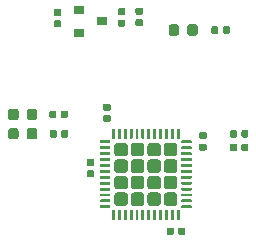
<source format=gbr>
G04 #@! TF.GenerationSoftware,KiCad,Pcbnew,5.1.5+dfsg1-2build2*
G04 #@! TF.CreationDate,2021-02-09T17:16:18+01:00*
G04 #@! TF.ProjectId,base2.0,62617365-322e-4302-9e6b-696361645f70,rev?*
G04 #@! TF.SameCoordinates,Original*
G04 #@! TF.FileFunction,Paste,Top*
G04 #@! TF.FilePolarity,Positive*
%FSLAX46Y46*%
G04 Gerber Fmt 4.6, Leading zero omitted, Abs format (unit mm)*
G04 Created by KiCad (PCBNEW 5.1.5+dfsg1-2build2) date 2021-02-09 17:16:18*
%MOMM*%
%LPD*%
G04 APERTURE LIST*
%ADD10C,0.350000*%
%ADD11R,0.900000X0.800000*%
G04 APERTURE END LIST*
D10*
G04 #@! TO.C,R5*
G36*
X155609958Y-111059710D02*
G01*
X155624276Y-111061834D01*
X155638317Y-111065351D01*
X155651946Y-111070228D01*
X155665031Y-111076417D01*
X155677447Y-111083858D01*
X155689073Y-111092481D01*
X155699798Y-111102202D01*
X155709519Y-111112927D01*
X155718142Y-111124553D01*
X155725583Y-111136969D01*
X155731772Y-111150054D01*
X155736649Y-111163683D01*
X155740166Y-111177724D01*
X155742290Y-111192042D01*
X155743000Y-111206500D01*
X155743000Y-111551500D01*
X155742290Y-111565958D01*
X155740166Y-111580276D01*
X155736649Y-111594317D01*
X155731772Y-111607946D01*
X155725583Y-111621031D01*
X155718142Y-111633447D01*
X155709519Y-111645073D01*
X155699798Y-111655798D01*
X155689073Y-111665519D01*
X155677447Y-111674142D01*
X155665031Y-111681583D01*
X155651946Y-111687772D01*
X155638317Y-111692649D01*
X155624276Y-111696166D01*
X155609958Y-111698290D01*
X155595500Y-111699000D01*
X155300500Y-111699000D01*
X155286042Y-111698290D01*
X155271724Y-111696166D01*
X155257683Y-111692649D01*
X155244054Y-111687772D01*
X155230969Y-111681583D01*
X155218553Y-111674142D01*
X155206927Y-111665519D01*
X155196202Y-111655798D01*
X155186481Y-111645073D01*
X155177858Y-111633447D01*
X155170417Y-111621031D01*
X155164228Y-111607946D01*
X155159351Y-111594317D01*
X155155834Y-111580276D01*
X155153710Y-111565958D01*
X155153000Y-111551500D01*
X155153000Y-111206500D01*
X155153710Y-111192042D01*
X155155834Y-111177724D01*
X155159351Y-111163683D01*
X155164228Y-111150054D01*
X155170417Y-111136969D01*
X155177858Y-111124553D01*
X155186481Y-111112927D01*
X155196202Y-111102202D01*
X155206927Y-111092481D01*
X155218553Y-111083858D01*
X155230969Y-111076417D01*
X155244054Y-111070228D01*
X155257683Y-111065351D01*
X155271724Y-111061834D01*
X155286042Y-111059710D01*
X155300500Y-111059000D01*
X155595500Y-111059000D01*
X155609958Y-111059710D01*
G37*
G36*
X154639958Y-111059710D02*
G01*
X154654276Y-111061834D01*
X154668317Y-111065351D01*
X154681946Y-111070228D01*
X154695031Y-111076417D01*
X154707447Y-111083858D01*
X154719073Y-111092481D01*
X154729798Y-111102202D01*
X154739519Y-111112927D01*
X154748142Y-111124553D01*
X154755583Y-111136969D01*
X154761772Y-111150054D01*
X154766649Y-111163683D01*
X154770166Y-111177724D01*
X154772290Y-111192042D01*
X154773000Y-111206500D01*
X154773000Y-111551500D01*
X154772290Y-111565958D01*
X154770166Y-111580276D01*
X154766649Y-111594317D01*
X154761772Y-111607946D01*
X154755583Y-111621031D01*
X154748142Y-111633447D01*
X154739519Y-111645073D01*
X154729798Y-111655798D01*
X154719073Y-111665519D01*
X154707447Y-111674142D01*
X154695031Y-111681583D01*
X154681946Y-111687772D01*
X154668317Y-111692649D01*
X154654276Y-111696166D01*
X154639958Y-111698290D01*
X154625500Y-111699000D01*
X154330500Y-111699000D01*
X154316042Y-111698290D01*
X154301724Y-111696166D01*
X154287683Y-111692649D01*
X154274054Y-111687772D01*
X154260969Y-111681583D01*
X154248553Y-111674142D01*
X154236927Y-111665519D01*
X154226202Y-111655798D01*
X154216481Y-111645073D01*
X154207858Y-111633447D01*
X154200417Y-111621031D01*
X154194228Y-111607946D01*
X154189351Y-111594317D01*
X154185834Y-111580276D01*
X154183710Y-111565958D01*
X154183000Y-111551500D01*
X154183000Y-111206500D01*
X154183710Y-111192042D01*
X154185834Y-111177724D01*
X154189351Y-111163683D01*
X154194228Y-111150054D01*
X154200417Y-111136969D01*
X154207858Y-111124553D01*
X154216481Y-111112927D01*
X154226202Y-111102202D01*
X154236927Y-111092481D01*
X154248553Y-111083858D01*
X154260969Y-111076417D01*
X154274054Y-111070228D01*
X154287683Y-111065351D01*
X154301724Y-111061834D01*
X154316042Y-111059710D01*
X154330500Y-111059000D01*
X154625500Y-111059000D01*
X154639958Y-111059710D01*
G37*
G04 #@! TD*
G04 #@! TO.C,R4*
G36*
X155609958Y-112202710D02*
G01*
X155624276Y-112204834D01*
X155638317Y-112208351D01*
X155651946Y-112213228D01*
X155665031Y-112219417D01*
X155677447Y-112226858D01*
X155689073Y-112235481D01*
X155699798Y-112245202D01*
X155709519Y-112255927D01*
X155718142Y-112267553D01*
X155725583Y-112279969D01*
X155731772Y-112293054D01*
X155736649Y-112306683D01*
X155740166Y-112320724D01*
X155742290Y-112335042D01*
X155743000Y-112349500D01*
X155743000Y-112694500D01*
X155742290Y-112708958D01*
X155740166Y-112723276D01*
X155736649Y-112737317D01*
X155731772Y-112750946D01*
X155725583Y-112764031D01*
X155718142Y-112776447D01*
X155709519Y-112788073D01*
X155699798Y-112798798D01*
X155689073Y-112808519D01*
X155677447Y-112817142D01*
X155665031Y-112824583D01*
X155651946Y-112830772D01*
X155638317Y-112835649D01*
X155624276Y-112839166D01*
X155609958Y-112841290D01*
X155595500Y-112842000D01*
X155300500Y-112842000D01*
X155286042Y-112841290D01*
X155271724Y-112839166D01*
X155257683Y-112835649D01*
X155244054Y-112830772D01*
X155230969Y-112824583D01*
X155218553Y-112817142D01*
X155206927Y-112808519D01*
X155196202Y-112798798D01*
X155186481Y-112788073D01*
X155177858Y-112776447D01*
X155170417Y-112764031D01*
X155164228Y-112750946D01*
X155159351Y-112737317D01*
X155155834Y-112723276D01*
X155153710Y-112708958D01*
X155153000Y-112694500D01*
X155153000Y-112349500D01*
X155153710Y-112335042D01*
X155155834Y-112320724D01*
X155159351Y-112306683D01*
X155164228Y-112293054D01*
X155170417Y-112279969D01*
X155177858Y-112267553D01*
X155186481Y-112255927D01*
X155196202Y-112245202D01*
X155206927Y-112235481D01*
X155218553Y-112226858D01*
X155230969Y-112219417D01*
X155244054Y-112213228D01*
X155257683Y-112208351D01*
X155271724Y-112204834D01*
X155286042Y-112202710D01*
X155300500Y-112202000D01*
X155595500Y-112202000D01*
X155609958Y-112202710D01*
G37*
G36*
X154639958Y-112202710D02*
G01*
X154654276Y-112204834D01*
X154668317Y-112208351D01*
X154681946Y-112213228D01*
X154695031Y-112219417D01*
X154707447Y-112226858D01*
X154719073Y-112235481D01*
X154729798Y-112245202D01*
X154739519Y-112255927D01*
X154748142Y-112267553D01*
X154755583Y-112279969D01*
X154761772Y-112293054D01*
X154766649Y-112306683D01*
X154770166Y-112320724D01*
X154772290Y-112335042D01*
X154773000Y-112349500D01*
X154773000Y-112694500D01*
X154772290Y-112708958D01*
X154770166Y-112723276D01*
X154766649Y-112737317D01*
X154761772Y-112750946D01*
X154755583Y-112764031D01*
X154748142Y-112776447D01*
X154739519Y-112788073D01*
X154729798Y-112798798D01*
X154719073Y-112808519D01*
X154707447Y-112817142D01*
X154695031Y-112824583D01*
X154681946Y-112830772D01*
X154668317Y-112835649D01*
X154654276Y-112839166D01*
X154639958Y-112841290D01*
X154625500Y-112842000D01*
X154330500Y-112842000D01*
X154316042Y-112841290D01*
X154301724Y-112839166D01*
X154287683Y-112835649D01*
X154274054Y-112830772D01*
X154260969Y-112824583D01*
X154248553Y-112817142D01*
X154236927Y-112808519D01*
X154226202Y-112798798D01*
X154216481Y-112788073D01*
X154207858Y-112776447D01*
X154200417Y-112764031D01*
X154194228Y-112750946D01*
X154189351Y-112737317D01*
X154185834Y-112723276D01*
X154183710Y-112708958D01*
X154183000Y-112694500D01*
X154183000Y-112349500D01*
X154183710Y-112335042D01*
X154185834Y-112320724D01*
X154189351Y-112306683D01*
X154194228Y-112293054D01*
X154200417Y-112279969D01*
X154207858Y-112267553D01*
X154216481Y-112255927D01*
X154226202Y-112245202D01*
X154236927Y-112235481D01*
X154248553Y-112226858D01*
X154260969Y-112219417D01*
X154274054Y-112213228D01*
X154287683Y-112208351D01*
X154301724Y-112204834D01*
X154316042Y-112202710D01*
X154330500Y-112202000D01*
X154625500Y-112202000D01*
X154639958Y-112202710D01*
G37*
G04 #@! TD*
G04 #@! TO.C,R3*
G36*
X153067558Y-102271310D02*
G01*
X153081876Y-102273434D01*
X153095917Y-102276951D01*
X153109546Y-102281828D01*
X153122631Y-102288017D01*
X153135047Y-102295458D01*
X153146673Y-102304081D01*
X153157398Y-102313802D01*
X153167119Y-102324527D01*
X153175742Y-102336153D01*
X153183183Y-102348569D01*
X153189372Y-102361654D01*
X153194249Y-102375283D01*
X153197766Y-102389324D01*
X153199890Y-102403642D01*
X153200600Y-102418100D01*
X153200600Y-102763100D01*
X153199890Y-102777558D01*
X153197766Y-102791876D01*
X153194249Y-102805917D01*
X153189372Y-102819546D01*
X153183183Y-102832631D01*
X153175742Y-102845047D01*
X153167119Y-102856673D01*
X153157398Y-102867398D01*
X153146673Y-102877119D01*
X153135047Y-102885742D01*
X153122631Y-102893183D01*
X153109546Y-102899372D01*
X153095917Y-102904249D01*
X153081876Y-102907766D01*
X153067558Y-102909890D01*
X153053100Y-102910600D01*
X152758100Y-102910600D01*
X152743642Y-102909890D01*
X152729324Y-102907766D01*
X152715283Y-102904249D01*
X152701654Y-102899372D01*
X152688569Y-102893183D01*
X152676153Y-102885742D01*
X152664527Y-102877119D01*
X152653802Y-102867398D01*
X152644081Y-102856673D01*
X152635458Y-102845047D01*
X152628017Y-102832631D01*
X152621828Y-102819546D01*
X152616951Y-102805917D01*
X152613434Y-102791876D01*
X152611310Y-102777558D01*
X152610600Y-102763100D01*
X152610600Y-102418100D01*
X152611310Y-102403642D01*
X152613434Y-102389324D01*
X152616951Y-102375283D01*
X152621828Y-102361654D01*
X152628017Y-102348569D01*
X152635458Y-102336153D01*
X152644081Y-102324527D01*
X152653802Y-102313802D01*
X152664527Y-102304081D01*
X152676153Y-102295458D01*
X152688569Y-102288017D01*
X152701654Y-102281828D01*
X152715283Y-102276951D01*
X152729324Y-102273434D01*
X152743642Y-102271310D01*
X152758100Y-102270600D01*
X153053100Y-102270600D01*
X153067558Y-102271310D01*
G37*
G36*
X154037558Y-102271310D02*
G01*
X154051876Y-102273434D01*
X154065917Y-102276951D01*
X154079546Y-102281828D01*
X154092631Y-102288017D01*
X154105047Y-102295458D01*
X154116673Y-102304081D01*
X154127398Y-102313802D01*
X154137119Y-102324527D01*
X154145742Y-102336153D01*
X154153183Y-102348569D01*
X154159372Y-102361654D01*
X154164249Y-102375283D01*
X154167766Y-102389324D01*
X154169890Y-102403642D01*
X154170600Y-102418100D01*
X154170600Y-102763100D01*
X154169890Y-102777558D01*
X154167766Y-102791876D01*
X154164249Y-102805917D01*
X154159372Y-102819546D01*
X154153183Y-102832631D01*
X154145742Y-102845047D01*
X154137119Y-102856673D01*
X154127398Y-102867398D01*
X154116673Y-102877119D01*
X154105047Y-102885742D01*
X154092631Y-102893183D01*
X154079546Y-102899372D01*
X154065917Y-102904249D01*
X154051876Y-102907766D01*
X154037558Y-102909890D01*
X154023100Y-102910600D01*
X153728100Y-102910600D01*
X153713642Y-102909890D01*
X153699324Y-102907766D01*
X153685283Y-102904249D01*
X153671654Y-102899372D01*
X153658569Y-102893183D01*
X153646153Y-102885742D01*
X153634527Y-102877119D01*
X153623802Y-102867398D01*
X153614081Y-102856673D01*
X153605458Y-102845047D01*
X153598017Y-102832631D01*
X153591828Y-102819546D01*
X153586951Y-102805917D01*
X153583434Y-102791876D01*
X153581310Y-102777558D01*
X153580600Y-102763100D01*
X153580600Y-102418100D01*
X153581310Y-102403642D01*
X153583434Y-102389324D01*
X153586951Y-102375283D01*
X153591828Y-102361654D01*
X153598017Y-102348569D01*
X153605458Y-102336153D01*
X153614081Y-102324527D01*
X153623802Y-102313802D01*
X153634527Y-102304081D01*
X153646153Y-102295458D01*
X153658569Y-102288017D01*
X153671654Y-102281828D01*
X153685283Y-102276951D01*
X153699324Y-102273434D01*
X153713642Y-102271310D01*
X153728100Y-102270600D01*
X154023100Y-102270600D01*
X154037558Y-102271310D01*
G37*
G04 #@! TD*
G04 #@! TO.C,R2*
G36*
X139376958Y-111059710D02*
G01*
X139391276Y-111061834D01*
X139405317Y-111065351D01*
X139418946Y-111070228D01*
X139432031Y-111076417D01*
X139444447Y-111083858D01*
X139456073Y-111092481D01*
X139466798Y-111102202D01*
X139476519Y-111112927D01*
X139485142Y-111124553D01*
X139492583Y-111136969D01*
X139498772Y-111150054D01*
X139503649Y-111163683D01*
X139507166Y-111177724D01*
X139509290Y-111192042D01*
X139510000Y-111206500D01*
X139510000Y-111551500D01*
X139509290Y-111565958D01*
X139507166Y-111580276D01*
X139503649Y-111594317D01*
X139498772Y-111607946D01*
X139492583Y-111621031D01*
X139485142Y-111633447D01*
X139476519Y-111645073D01*
X139466798Y-111655798D01*
X139456073Y-111665519D01*
X139444447Y-111674142D01*
X139432031Y-111681583D01*
X139418946Y-111687772D01*
X139405317Y-111692649D01*
X139391276Y-111696166D01*
X139376958Y-111698290D01*
X139362500Y-111699000D01*
X139067500Y-111699000D01*
X139053042Y-111698290D01*
X139038724Y-111696166D01*
X139024683Y-111692649D01*
X139011054Y-111687772D01*
X138997969Y-111681583D01*
X138985553Y-111674142D01*
X138973927Y-111665519D01*
X138963202Y-111655798D01*
X138953481Y-111645073D01*
X138944858Y-111633447D01*
X138937417Y-111621031D01*
X138931228Y-111607946D01*
X138926351Y-111594317D01*
X138922834Y-111580276D01*
X138920710Y-111565958D01*
X138920000Y-111551500D01*
X138920000Y-111206500D01*
X138920710Y-111192042D01*
X138922834Y-111177724D01*
X138926351Y-111163683D01*
X138931228Y-111150054D01*
X138937417Y-111136969D01*
X138944858Y-111124553D01*
X138953481Y-111112927D01*
X138963202Y-111102202D01*
X138973927Y-111092481D01*
X138985553Y-111083858D01*
X138997969Y-111076417D01*
X139011054Y-111070228D01*
X139024683Y-111065351D01*
X139038724Y-111061834D01*
X139053042Y-111059710D01*
X139067500Y-111059000D01*
X139362500Y-111059000D01*
X139376958Y-111059710D01*
G37*
G36*
X140346958Y-111059710D02*
G01*
X140361276Y-111061834D01*
X140375317Y-111065351D01*
X140388946Y-111070228D01*
X140402031Y-111076417D01*
X140414447Y-111083858D01*
X140426073Y-111092481D01*
X140436798Y-111102202D01*
X140446519Y-111112927D01*
X140455142Y-111124553D01*
X140462583Y-111136969D01*
X140468772Y-111150054D01*
X140473649Y-111163683D01*
X140477166Y-111177724D01*
X140479290Y-111192042D01*
X140480000Y-111206500D01*
X140480000Y-111551500D01*
X140479290Y-111565958D01*
X140477166Y-111580276D01*
X140473649Y-111594317D01*
X140468772Y-111607946D01*
X140462583Y-111621031D01*
X140455142Y-111633447D01*
X140446519Y-111645073D01*
X140436798Y-111655798D01*
X140426073Y-111665519D01*
X140414447Y-111674142D01*
X140402031Y-111681583D01*
X140388946Y-111687772D01*
X140375317Y-111692649D01*
X140361276Y-111696166D01*
X140346958Y-111698290D01*
X140332500Y-111699000D01*
X140037500Y-111699000D01*
X140023042Y-111698290D01*
X140008724Y-111696166D01*
X139994683Y-111692649D01*
X139981054Y-111687772D01*
X139967969Y-111681583D01*
X139955553Y-111674142D01*
X139943927Y-111665519D01*
X139933202Y-111655798D01*
X139923481Y-111645073D01*
X139914858Y-111633447D01*
X139907417Y-111621031D01*
X139901228Y-111607946D01*
X139896351Y-111594317D01*
X139892834Y-111580276D01*
X139890710Y-111565958D01*
X139890000Y-111551500D01*
X139890000Y-111206500D01*
X139890710Y-111192042D01*
X139892834Y-111177724D01*
X139896351Y-111163683D01*
X139901228Y-111150054D01*
X139907417Y-111136969D01*
X139914858Y-111124553D01*
X139923481Y-111112927D01*
X139933202Y-111102202D01*
X139943927Y-111092481D01*
X139955553Y-111083858D01*
X139967969Y-111076417D01*
X139981054Y-111070228D01*
X139994683Y-111065351D01*
X140008724Y-111061834D01*
X140023042Y-111059710D01*
X140037500Y-111059000D01*
X140332500Y-111059000D01*
X140346958Y-111059710D01*
G37*
G04 #@! TD*
G04 #@! TO.C,R1*
G36*
X139351458Y-109408710D02*
G01*
X139365776Y-109410834D01*
X139379817Y-109414351D01*
X139393446Y-109419228D01*
X139406531Y-109425417D01*
X139418947Y-109432858D01*
X139430573Y-109441481D01*
X139441298Y-109451202D01*
X139451019Y-109461927D01*
X139459642Y-109473553D01*
X139467083Y-109485969D01*
X139473272Y-109499054D01*
X139478149Y-109512683D01*
X139481666Y-109526724D01*
X139483790Y-109541042D01*
X139484500Y-109555500D01*
X139484500Y-109900500D01*
X139483790Y-109914958D01*
X139481666Y-109929276D01*
X139478149Y-109943317D01*
X139473272Y-109956946D01*
X139467083Y-109970031D01*
X139459642Y-109982447D01*
X139451019Y-109994073D01*
X139441298Y-110004798D01*
X139430573Y-110014519D01*
X139418947Y-110023142D01*
X139406531Y-110030583D01*
X139393446Y-110036772D01*
X139379817Y-110041649D01*
X139365776Y-110045166D01*
X139351458Y-110047290D01*
X139337000Y-110048000D01*
X139042000Y-110048000D01*
X139027542Y-110047290D01*
X139013224Y-110045166D01*
X138999183Y-110041649D01*
X138985554Y-110036772D01*
X138972469Y-110030583D01*
X138960053Y-110023142D01*
X138948427Y-110014519D01*
X138937702Y-110004798D01*
X138927981Y-109994073D01*
X138919358Y-109982447D01*
X138911917Y-109970031D01*
X138905728Y-109956946D01*
X138900851Y-109943317D01*
X138897334Y-109929276D01*
X138895210Y-109914958D01*
X138894500Y-109900500D01*
X138894500Y-109555500D01*
X138895210Y-109541042D01*
X138897334Y-109526724D01*
X138900851Y-109512683D01*
X138905728Y-109499054D01*
X138911917Y-109485969D01*
X138919358Y-109473553D01*
X138927981Y-109461927D01*
X138937702Y-109451202D01*
X138948427Y-109441481D01*
X138960053Y-109432858D01*
X138972469Y-109425417D01*
X138985554Y-109419228D01*
X138999183Y-109414351D01*
X139013224Y-109410834D01*
X139027542Y-109408710D01*
X139042000Y-109408000D01*
X139337000Y-109408000D01*
X139351458Y-109408710D01*
G37*
G36*
X140321458Y-109408710D02*
G01*
X140335776Y-109410834D01*
X140349817Y-109414351D01*
X140363446Y-109419228D01*
X140376531Y-109425417D01*
X140388947Y-109432858D01*
X140400573Y-109441481D01*
X140411298Y-109451202D01*
X140421019Y-109461927D01*
X140429642Y-109473553D01*
X140437083Y-109485969D01*
X140443272Y-109499054D01*
X140448149Y-109512683D01*
X140451666Y-109526724D01*
X140453790Y-109541042D01*
X140454500Y-109555500D01*
X140454500Y-109900500D01*
X140453790Y-109914958D01*
X140451666Y-109929276D01*
X140448149Y-109943317D01*
X140443272Y-109956946D01*
X140437083Y-109970031D01*
X140429642Y-109982447D01*
X140421019Y-109994073D01*
X140411298Y-110004798D01*
X140400573Y-110014519D01*
X140388947Y-110023142D01*
X140376531Y-110030583D01*
X140363446Y-110036772D01*
X140349817Y-110041649D01*
X140335776Y-110045166D01*
X140321458Y-110047290D01*
X140307000Y-110048000D01*
X140012000Y-110048000D01*
X139997542Y-110047290D01*
X139983224Y-110045166D01*
X139969183Y-110041649D01*
X139955554Y-110036772D01*
X139942469Y-110030583D01*
X139930053Y-110023142D01*
X139918427Y-110014519D01*
X139907702Y-110004798D01*
X139897981Y-109994073D01*
X139889358Y-109982447D01*
X139881917Y-109970031D01*
X139875728Y-109956946D01*
X139870851Y-109943317D01*
X139867334Y-109929276D01*
X139865210Y-109914958D01*
X139864500Y-109900500D01*
X139864500Y-109555500D01*
X139865210Y-109541042D01*
X139867334Y-109526724D01*
X139870851Y-109512683D01*
X139875728Y-109499054D01*
X139881917Y-109485969D01*
X139889358Y-109473553D01*
X139897981Y-109461927D01*
X139907702Y-109451202D01*
X139918427Y-109441481D01*
X139930053Y-109432858D01*
X139942469Y-109425417D01*
X139955554Y-109419228D01*
X139969183Y-109414351D01*
X139983224Y-109410834D01*
X139997542Y-109408710D01*
X140012000Y-109408000D01*
X140307000Y-109408000D01*
X140321458Y-109408710D01*
G37*
G04 #@! TD*
G04 #@! TO.C,C7*
G36*
X139759958Y-100795210D02*
G01*
X139774276Y-100797334D01*
X139788317Y-100800851D01*
X139801946Y-100805728D01*
X139815031Y-100811917D01*
X139827447Y-100819358D01*
X139839073Y-100827981D01*
X139849798Y-100837702D01*
X139859519Y-100848427D01*
X139868142Y-100860053D01*
X139875583Y-100872469D01*
X139881772Y-100885554D01*
X139886649Y-100899183D01*
X139890166Y-100913224D01*
X139892290Y-100927542D01*
X139893000Y-100942000D01*
X139893000Y-101237000D01*
X139892290Y-101251458D01*
X139890166Y-101265776D01*
X139886649Y-101279817D01*
X139881772Y-101293446D01*
X139875583Y-101306531D01*
X139868142Y-101318947D01*
X139859519Y-101330573D01*
X139849798Y-101341298D01*
X139839073Y-101351019D01*
X139827447Y-101359642D01*
X139815031Y-101367083D01*
X139801946Y-101373272D01*
X139788317Y-101378149D01*
X139774276Y-101381666D01*
X139759958Y-101383790D01*
X139745500Y-101384500D01*
X139400500Y-101384500D01*
X139386042Y-101383790D01*
X139371724Y-101381666D01*
X139357683Y-101378149D01*
X139344054Y-101373272D01*
X139330969Y-101367083D01*
X139318553Y-101359642D01*
X139306927Y-101351019D01*
X139296202Y-101341298D01*
X139286481Y-101330573D01*
X139277858Y-101318947D01*
X139270417Y-101306531D01*
X139264228Y-101293446D01*
X139259351Y-101279817D01*
X139255834Y-101265776D01*
X139253710Y-101251458D01*
X139253000Y-101237000D01*
X139253000Y-100942000D01*
X139253710Y-100927542D01*
X139255834Y-100913224D01*
X139259351Y-100899183D01*
X139264228Y-100885554D01*
X139270417Y-100872469D01*
X139277858Y-100860053D01*
X139286481Y-100848427D01*
X139296202Y-100837702D01*
X139306927Y-100827981D01*
X139318553Y-100819358D01*
X139330969Y-100811917D01*
X139344054Y-100805728D01*
X139357683Y-100800851D01*
X139371724Y-100797334D01*
X139386042Y-100795210D01*
X139400500Y-100794500D01*
X139745500Y-100794500D01*
X139759958Y-100795210D01*
G37*
G36*
X139759958Y-101765210D02*
G01*
X139774276Y-101767334D01*
X139788317Y-101770851D01*
X139801946Y-101775728D01*
X139815031Y-101781917D01*
X139827447Y-101789358D01*
X139839073Y-101797981D01*
X139849798Y-101807702D01*
X139859519Y-101818427D01*
X139868142Y-101830053D01*
X139875583Y-101842469D01*
X139881772Y-101855554D01*
X139886649Y-101869183D01*
X139890166Y-101883224D01*
X139892290Y-101897542D01*
X139893000Y-101912000D01*
X139893000Y-102207000D01*
X139892290Y-102221458D01*
X139890166Y-102235776D01*
X139886649Y-102249817D01*
X139881772Y-102263446D01*
X139875583Y-102276531D01*
X139868142Y-102288947D01*
X139859519Y-102300573D01*
X139849798Y-102311298D01*
X139839073Y-102321019D01*
X139827447Y-102329642D01*
X139815031Y-102337083D01*
X139801946Y-102343272D01*
X139788317Y-102348149D01*
X139774276Y-102351666D01*
X139759958Y-102353790D01*
X139745500Y-102354500D01*
X139400500Y-102354500D01*
X139386042Y-102353790D01*
X139371724Y-102351666D01*
X139357683Y-102348149D01*
X139344054Y-102343272D01*
X139330969Y-102337083D01*
X139318553Y-102329642D01*
X139306927Y-102321019D01*
X139296202Y-102311298D01*
X139286481Y-102300573D01*
X139277858Y-102288947D01*
X139270417Y-102276531D01*
X139264228Y-102263446D01*
X139259351Y-102249817D01*
X139255834Y-102235776D01*
X139253710Y-102221458D01*
X139253000Y-102207000D01*
X139253000Y-101912000D01*
X139253710Y-101897542D01*
X139255834Y-101883224D01*
X139259351Y-101869183D01*
X139264228Y-101855554D01*
X139270417Y-101842469D01*
X139277858Y-101830053D01*
X139286481Y-101818427D01*
X139296202Y-101807702D01*
X139306927Y-101797981D01*
X139318553Y-101789358D01*
X139330969Y-101781917D01*
X139344054Y-101775728D01*
X139357683Y-101770851D01*
X139371724Y-101767334D01*
X139386042Y-101765210D01*
X139400500Y-101764500D01*
X139745500Y-101764500D01*
X139759958Y-101765210D01*
G37*
G04 #@! TD*
G04 #@! TO.C,C6*
G36*
X145186958Y-100735710D02*
G01*
X145201276Y-100737834D01*
X145215317Y-100741351D01*
X145228946Y-100746228D01*
X145242031Y-100752417D01*
X145254447Y-100759858D01*
X145266073Y-100768481D01*
X145276798Y-100778202D01*
X145286519Y-100788927D01*
X145295142Y-100800553D01*
X145302583Y-100812969D01*
X145308772Y-100826054D01*
X145313649Y-100839683D01*
X145317166Y-100853724D01*
X145319290Y-100868042D01*
X145320000Y-100882500D01*
X145320000Y-101177500D01*
X145319290Y-101191958D01*
X145317166Y-101206276D01*
X145313649Y-101220317D01*
X145308772Y-101233946D01*
X145302583Y-101247031D01*
X145295142Y-101259447D01*
X145286519Y-101271073D01*
X145276798Y-101281798D01*
X145266073Y-101291519D01*
X145254447Y-101300142D01*
X145242031Y-101307583D01*
X145228946Y-101313772D01*
X145215317Y-101318649D01*
X145201276Y-101322166D01*
X145186958Y-101324290D01*
X145172500Y-101325000D01*
X144827500Y-101325000D01*
X144813042Y-101324290D01*
X144798724Y-101322166D01*
X144784683Y-101318649D01*
X144771054Y-101313772D01*
X144757969Y-101307583D01*
X144745553Y-101300142D01*
X144733927Y-101291519D01*
X144723202Y-101281798D01*
X144713481Y-101271073D01*
X144704858Y-101259447D01*
X144697417Y-101247031D01*
X144691228Y-101233946D01*
X144686351Y-101220317D01*
X144682834Y-101206276D01*
X144680710Y-101191958D01*
X144680000Y-101177500D01*
X144680000Y-100882500D01*
X144680710Y-100868042D01*
X144682834Y-100853724D01*
X144686351Y-100839683D01*
X144691228Y-100826054D01*
X144697417Y-100812969D01*
X144704858Y-100800553D01*
X144713481Y-100788927D01*
X144723202Y-100778202D01*
X144733927Y-100768481D01*
X144745553Y-100759858D01*
X144757969Y-100752417D01*
X144771054Y-100746228D01*
X144784683Y-100741351D01*
X144798724Y-100737834D01*
X144813042Y-100735710D01*
X144827500Y-100735000D01*
X145172500Y-100735000D01*
X145186958Y-100735710D01*
G37*
G36*
X145186958Y-101705710D02*
G01*
X145201276Y-101707834D01*
X145215317Y-101711351D01*
X145228946Y-101716228D01*
X145242031Y-101722417D01*
X145254447Y-101729858D01*
X145266073Y-101738481D01*
X145276798Y-101748202D01*
X145286519Y-101758927D01*
X145295142Y-101770553D01*
X145302583Y-101782969D01*
X145308772Y-101796054D01*
X145313649Y-101809683D01*
X145317166Y-101823724D01*
X145319290Y-101838042D01*
X145320000Y-101852500D01*
X145320000Y-102147500D01*
X145319290Y-102161958D01*
X145317166Y-102176276D01*
X145313649Y-102190317D01*
X145308772Y-102203946D01*
X145302583Y-102217031D01*
X145295142Y-102229447D01*
X145286519Y-102241073D01*
X145276798Y-102251798D01*
X145266073Y-102261519D01*
X145254447Y-102270142D01*
X145242031Y-102277583D01*
X145228946Y-102283772D01*
X145215317Y-102288649D01*
X145201276Y-102292166D01*
X145186958Y-102294290D01*
X145172500Y-102295000D01*
X144827500Y-102295000D01*
X144813042Y-102294290D01*
X144798724Y-102292166D01*
X144784683Y-102288649D01*
X144771054Y-102283772D01*
X144757969Y-102277583D01*
X144745553Y-102270142D01*
X144733927Y-102261519D01*
X144723202Y-102251798D01*
X144713481Y-102241073D01*
X144704858Y-102229447D01*
X144697417Y-102217031D01*
X144691228Y-102203946D01*
X144686351Y-102190317D01*
X144682834Y-102176276D01*
X144680710Y-102161958D01*
X144680000Y-102147500D01*
X144680000Y-101852500D01*
X144680710Y-101838042D01*
X144682834Y-101823724D01*
X144686351Y-101809683D01*
X144691228Y-101796054D01*
X144697417Y-101782969D01*
X144704858Y-101770553D01*
X144713481Y-101758927D01*
X144723202Y-101748202D01*
X144733927Y-101738481D01*
X144745553Y-101729858D01*
X144757969Y-101722417D01*
X144771054Y-101716228D01*
X144784683Y-101711351D01*
X144798724Y-101707834D01*
X144813042Y-101705710D01*
X144827500Y-101705000D01*
X145172500Y-101705000D01*
X145186958Y-101705710D01*
G37*
G04 #@! TD*
G04 #@! TO.C,C5*
G36*
X146686958Y-100705710D02*
G01*
X146701276Y-100707834D01*
X146715317Y-100711351D01*
X146728946Y-100716228D01*
X146742031Y-100722417D01*
X146754447Y-100729858D01*
X146766073Y-100738481D01*
X146776798Y-100748202D01*
X146786519Y-100758927D01*
X146795142Y-100770553D01*
X146802583Y-100782969D01*
X146808772Y-100796054D01*
X146813649Y-100809683D01*
X146817166Y-100823724D01*
X146819290Y-100838042D01*
X146820000Y-100852500D01*
X146820000Y-101147500D01*
X146819290Y-101161958D01*
X146817166Y-101176276D01*
X146813649Y-101190317D01*
X146808772Y-101203946D01*
X146802583Y-101217031D01*
X146795142Y-101229447D01*
X146786519Y-101241073D01*
X146776798Y-101251798D01*
X146766073Y-101261519D01*
X146754447Y-101270142D01*
X146742031Y-101277583D01*
X146728946Y-101283772D01*
X146715317Y-101288649D01*
X146701276Y-101292166D01*
X146686958Y-101294290D01*
X146672500Y-101295000D01*
X146327500Y-101295000D01*
X146313042Y-101294290D01*
X146298724Y-101292166D01*
X146284683Y-101288649D01*
X146271054Y-101283772D01*
X146257969Y-101277583D01*
X146245553Y-101270142D01*
X146233927Y-101261519D01*
X146223202Y-101251798D01*
X146213481Y-101241073D01*
X146204858Y-101229447D01*
X146197417Y-101217031D01*
X146191228Y-101203946D01*
X146186351Y-101190317D01*
X146182834Y-101176276D01*
X146180710Y-101161958D01*
X146180000Y-101147500D01*
X146180000Y-100852500D01*
X146180710Y-100838042D01*
X146182834Y-100823724D01*
X146186351Y-100809683D01*
X146191228Y-100796054D01*
X146197417Y-100782969D01*
X146204858Y-100770553D01*
X146213481Y-100758927D01*
X146223202Y-100748202D01*
X146233927Y-100738481D01*
X146245553Y-100729858D01*
X146257969Y-100722417D01*
X146271054Y-100716228D01*
X146284683Y-100711351D01*
X146298724Y-100707834D01*
X146313042Y-100705710D01*
X146327500Y-100705000D01*
X146672500Y-100705000D01*
X146686958Y-100705710D01*
G37*
G36*
X146686958Y-101675710D02*
G01*
X146701276Y-101677834D01*
X146715317Y-101681351D01*
X146728946Y-101686228D01*
X146742031Y-101692417D01*
X146754447Y-101699858D01*
X146766073Y-101708481D01*
X146776798Y-101718202D01*
X146786519Y-101728927D01*
X146795142Y-101740553D01*
X146802583Y-101752969D01*
X146808772Y-101766054D01*
X146813649Y-101779683D01*
X146817166Y-101793724D01*
X146819290Y-101808042D01*
X146820000Y-101822500D01*
X146820000Y-102117500D01*
X146819290Y-102131958D01*
X146817166Y-102146276D01*
X146813649Y-102160317D01*
X146808772Y-102173946D01*
X146802583Y-102187031D01*
X146795142Y-102199447D01*
X146786519Y-102211073D01*
X146776798Y-102221798D01*
X146766073Y-102231519D01*
X146754447Y-102240142D01*
X146742031Y-102247583D01*
X146728946Y-102253772D01*
X146715317Y-102258649D01*
X146701276Y-102262166D01*
X146686958Y-102264290D01*
X146672500Y-102265000D01*
X146327500Y-102265000D01*
X146313042Y-102264290D01*
X146298724Y-102262166D01*
X146284683Y-102258649D01*
X146271054Y-102253772D01*
X146257969Y-102247583D01*
X146245553Y-102240142D01*
X146233927Y-102231519D01*
X146223202Y-102221798D01*
X146213481Y-102211073D01*
X146204858Y-102199447D01*
X146197417Y-102187031D01*
X146191228Y-102173946D01*
X146186351Y-102160317D01*
X146182834Y-102146276D01*
X146180710Y-102131958D01*
X146180000Y-102117500D01*
X146180000Y-101822500D01*
X146180710Y-101808042D01*
X146182834Y-101793724D01*
X146186351Y-101779683D01*
X146191228Y-101766054D01*
X146197417Y-101752969D01*
X146204858Y-101740553D01*
X146213481Y-101728927D01*
X146223202Y-101718202D01*
X146233927Y-101708481D01*
X146245553Y-101699858D01*
X146257969Y-101692417D01*
X146271054Y-101686228D01*
X146284683Y-101681351D01*
X146298724Y-101677834D01*
X146313042Y-101675710D01*
X146327500Y-101675000D01*
X146672500Y-101675000D01*
X146686958Y-101675710D01*
G37*
G04 #@! TD*
G04 #@! TO.C,C4*
G36*
X143950958Y-108821710D02*
G01*
X143965276Y-108823834D01*
X143979317Y-108827351D01*
X143992946Y-108832228D01*
X144006031Y-108838417D01*
X144018447Y-108845858D01*
X144030073Y-108854481D01*
X144040798Y-108864202D01*
X144050519Y-108874927D01*
X144059142Y-108886553D01*
X144066583Y-108898969D01*
X144072772Y-108912054D01*
X144077649Y-108925683D01*
X144081166Y-108939724D01*
X144083290Y-108954042D01*
X144084000Y-108968500D01*
X144084000Y-109263500D01*
X144083290Y-109277958D01*
X144081166Y-109292276D01*
X144077649Y-109306317D01*
X144072772Y-109319946D01*
X144066583Y-109333031D01*
X144059142Y-109345447D01*
X144050519Y-109357073D01*
X144040798Y-109367798D01*
X144030073Y-109377519D01*
X144018447Y-109386142D01*
X144006031Y-109393583D01*
X143992946Y-109399772D01*
X143979317Y-109404649D01*
X143965276Y-109408166D01*
X143950958Y-109410290D01*
X143936500Y-109411000D01*
X143591500Y-109411000D01*
X143577042Y-109410290D01*
X143562724Y-109408166D01*
X143548683Y-109404649D01*
X143535054Y-109399772D01*
X143521969Y-109393583D01*
X143509553Y-109386142D01*
X143497927Y-109377519D01*
X143487202Y-109367798D01*
X143477481Y-109357073D01*
X143468858Y-109345447D01*
X143461417Y-109333031D01*
X143455228Y-109319946D01*
X143450351Y-109306317D01*
X143446834Y-109292276D01*
X143444710Y-109277958D01*
X143444000Y-109263500D01*
X143444000Y-108968500D01*
X143444710Y-108954042D01*
X143446834Y-108939724D01*
X143450351Y-108925683D01*
X143455228Y-108912054D01*
X143461417Y-108898969D01*
X143468858Y-108886553D01*
X143477481Y-108874927D01*
X143487202Y-108864202D01*
X143497927Y-108854481D01*
X143509553Y-108845858D01*
X143521969Y-108838417D01*
X143535054Y-108832228D01*
X143548683Y-108827351D01*
X143562724Y-108823834D01*
X143577042Y-108821710D01*
X143591500Y-108821000D01*
X143936500Y-108821000D01*
X143950958Y-108821710D01*
G37*
G36*
X143950958Y-109791710D02*
G01*
X143965276Y-109793834D01*
X143979317Y-109797351D01*
X143992946Y-109802228D01*
X144006031Y-109808417D01*
X144018447Y-109815858D01*
X144030073Y-109824481D01*
X144040798Y-109834202D01*
X144050519Y-109844927D01*
X144059142Y-109856553D01*
X144066583Y-109868969D01*
X144072772Y-109882054D01*
X144077649Y-109895683D01*
X144081166Y-109909724D01*
X144083290Y-109924042D01*
X144084000Y-109938500D01*
X144084000Y-110233500D01*
X144083290Y-110247958D01*
X144081166Y-110262276D01*
X144077649Y-110276317D01*
X144072772Y-110289946D01*
X144066583Y-110303031D01*
X144059142Y-110315447D01*
X144050519Y-110327073D01*
X144040798Y-110337798D01*
X144030073Y-110347519D01*
X144018447Y-110356142D01*
X144006031Y-110363583D01*
X143992946Y-110369772D01*
X143979317Y-110374649D01*
X143965276Y-110378166D01*
X143950958Y-110380290D01*
X143936500Y-110381000D01*
X143591500Y-110381000D01*
X143577042Y-110380290D01*
X143562724Y-110378166D01*
X143548683Y-110374649D01*
X143535054Y-110369772D01*
X143521969Y-110363583D01*
X143509553Y-110356142D01*
X143497927Y-110347519D01*
X143487202Y-110337798D01*
X143477481Y-110327073D01*
X143468858Y-110315447D01*
X143461417Y-110303031D01*
X143455228Y-110289946D01*
X143450351Y-110276317D01*
X143446834Y-110262276D01*
X143444710Y-110247958D01*
X143444000Y-110233500D01*
X143444000Y-109938500D01*
X143444710Y-109924042D01*
X143446834Y-109909724D01*
X143450351Y-109895683D01*
X143455228Y-109882054D01*
X143461417Y-109868969D01*
X143468858Y-109856553D01*
X143477481Y-109844927D01*
X143487202Y-109834202D01*
X143497927Y-109824481D01*
X143509553Y-109815858D01*
X143521969Y-109808417D01*
X143535054Y-109802228D01*
X143548683Y-109797351D01*
X143562724Y-109793834D01*
X143577042Y-109791710D01*
X143591500Y-109791000D01*
X143936500Y-109791000D01*
X143950958Y-109791710D01*
G37*
G04 #@! TD*
G04 #@! TO.C,C3*
G36*
X152078958Y-111234710D02*
G01*
X152093276Y-111236834D01*
X152107317Y-111240351D01*
X152120946Y-111245228D01*
X152134031Y-111251417D01*
X152146447Y-111258858D01*
X152158073Y-111267481D01*
X152168798Y-111277202D01*
X152178519Y-111287927D01*
X152187142Y-111299553D01*
X152194583Y-111311969D01*
X152200772Y-111325054D01*
X152205649Y-111338683D01*
X152209166Y-111352724D01*
X152211290Y-111367042D01*
X152212000Y-111381500D01*
X152212000Y-111676500D01*
X152211290Y-111690958D01*
X152209166Y-111705276D01*
X152205649Y-111719317D01*
X152200772Y-111732946D01*
X152194583Y-111746031D01*
X152187142Y-111758447D01*
X152178519Y-111770073D01*
X152168798Y-111780798D01*
X152158073Y-111790519D01*
X152146447Y-111799142D01*
X152134031Y-111806583D01*
X152120946Y-111812772D01*
X152107317Y-111817649D01*
X152093276Y-111821166D01*
X152078958Y-111823290D01*
X152064500Y-111824000D01*
X151719500Y-111824000D01*
X151705042Y-111823290D01*
X151690724Y-111821166D01*
X151676683Y-111817649D01*
X151663054Y-111812772D01*
X151649969Y-111806583D01*
X151637553Y-111799142D01*
X151625927Y-111790519D01*
X151615202Y-111780798D01*
X151605481Y-111770073D01*
X151596858Y-111758447D01*
X151589417Y-111746031D01*
X151583228Y-111732946D01*
X151578351Y-111719317D01*
X151574834Y-111705276D01*
X151572710Y-111690958D01*
X151572000Y-111676500D01*
X151572000Y-111381500D01*
X151572710Y-111367042D01*
X151574834Y-111352724D01*
X151578351Y-111338683D01*
X151583228Y-111325054D01*
X151589417Y-111311969D01*
X151596858Y-111299553D01*
X151605481Y-111287927D01*
X151615202Y-111277202D01*
X151625927Y-111267481D01*
X151637553Y-111258858D01*
X151649969Y-111251417D01*
X151663054Y-111245228D01*
X151676683Y-111240351D01*
X151690724Y-111236834D01*
X151705042Y-111234710D01*
X151719500Y-111234000D01*
X152064500Y-111234000D01*
X152078958Y-111234710D01*
G37*
G36*
X152078958Y-112204710D02*
G01*
X152093276Y-112206834D01*
X152107317Y-112210351D01*
X152120946Y-112215228D01*
X152134031Y-112221417D01*
X152146447Y-112228858D01*
X152158073Y-112237481D01*
X152168798Y-112247202D01*
X152178519Y-112257927D01*
X152187142Y-112269553D01*
X152194583Y-112281969D01*
X152200772Y-112295054D01*
X152205649Y-112308683D01*
X152209166Y-112322724D01*
X152211290Y-112337042D01*
X152212000Y-112351500D01*
X152212000Y-112646500D01*
X152211290Y-112660958D01*
X152209166Y-112675276D01*
X152205649Y-112689317D01*
X152200772Y-112702946D01*
X152194583Y-112716031D01*
X152187142Y-112728447D01*
X152178519Y-112740073D01*
X152168798Y-112750798D01*
X152158073Y-112760519D01*
X152146447Y-112769142D01*
X152134031Y-112776583D01*
X152120946Y-112782772D01*
X152107317Y-112787649D01*
X152093276Y-112791166D01*
X152078958Y-112793290D01*
X152064500Y-112794000D01*
X151719500Y-112794000D01*
X151705042Y-112793290D01*
X151690724Y-112791166D01*
X151676683Y-112787649D01*
X151663054Y-112782772D01*
X151649969Y-112776583D01*
X151637553Y-112769142D01*
X151625927Y-112760519D01*
X151615202Y-112750798D01*
X151605481Y-112740073D01*
X151596858Y-112728447D01*
X151589417Y-112716031D01*
X151583228Y-112702946D01*
X151578351Y-112689317D01*
X151574834Y-112675276D01*
X151572710Y-112660958D01*
X151572000Y-112646500D01*
X151572000Y-112351500D01*
X151572710Y-112337042D01*
X151574834Y-112322724D01*
X151578351Y-112308683D01*
X151583228Y-112295054D01*
X151589417Y-112281969D01*
X151596858Y-112269553D01*
X151605481Y-112257927D01*
X151615202Y-112247202D01*
X151625927Y-112237481D01*
X151637553Y-112228858D01*
X151649969Y-112221417D01*
X151663054Y-112215228D01*
X151676683Y-112210351D01*
X151690724Y-112206834D01*
X151705042Y-112204710D01*
X151719500Y-112204000D01*
X152064500Y-112204000D01*
X152078958Y-112204710D01*
G37*
G04 #@! TD*
G04 #@! TO.C,C2*
G36*
X150252958Y-119314710D02*
G01*
X150267276Y-119316834D01*
X150281317Y-119320351D01*
X150294946Y-119325228D01*
X150308031Y-119331417D01*
X150320447Y-119338858D01*
X150332073Y-119347481D01*
X150342798Y-119357202D01*
X150352519Y-119367927D01*
X150361142Y-119379553D01*
X150368583Y-119391969D01*
X150374772Y-119405054D01*
X150379649Y-119418683D01*
X150383166Y-119432724D01*
X150385290Y-119447042D01*
X150386000Y-119461500D01*
X150386000Y-119806500D01*
X150385290Y-119820958D01*
X150383166Y-119835276D01*
X150379649Y-119849317D01*
X150374772Y-119862946D01*
X150368583Y-119876031D01*
X150361142Y-119888447D01*
X150352519Y-119900073D01*
X150342798Y-119910798D01*
X150332073Y-119920519D01*
X150320447Y-119929142D01*
X150308031Y-119936583D01*
X150294946Y-119942772D01*
X150281317Y-119947649D01*
X150267276Y-119951166D01*
X150252958Y-119953290D01*
X150238500Y-119954000D01*
X149943500Y-119954000D01*
X149929042Y-119953290D01*
X149914724Y-119951166D01*
X149900683Y-119947649D01*
X149887054Y-119942772D01*
X149873969Y-119936583D01*
X149861553Y-119929142D01*
X149849927Y-119920519D01*
X149839202Y-119910798D01*
X149829481Y-119900073D01*
X149820858Y-119888447D01*
X149813417Y-119876031D01*
X149807228Y-119862946D01*
X149802351Y-119849317D01*
X149798834Y-119835276D01*
X149796710Y-119820958D01*
X149796000Y-119806500D01*
X149796000Y-119461500D01*
X149796710Y-119447042D01*
X149798834Y-119432724D01*
X149802351Y-119418683D01*
X149807228Y-119405054D01*
X149813417Y-119391969D01*
X149820858Y-119379553D01*
X149829481Y-119367927D01*
X149839202Y-119357202D01*
X149849927Y-119347481D01*
X149861553Y-119338858D01*
X149873969Y-119331417D01*
X149887054Y-119325228D01*
X149900683Y-119320351D01*
X149914724Y-119316834D01*
X149929042Y-119314710D01*
X149943500Y-119314000D01*
X150238500Y-119314000D01*
X150252958Y-119314710D01*
G37*
G36*
X149282958Y-119314710D02*
G01*
X149297276Y-119316834D01*
X149311317Y-119320351D01*
X149324946Y-119325228D01*
X149338031Y-119331417D01*
X149350447Y-119338858D01*
X149362073Y-119347481D01*
X149372798Y-119357202D01*
X149382519Y-119367927D01*
X149391142Y-119379553D01*
X149398583Y-119391969D01*
X149404772Y-119405054D01*
X149409649Y-119418683D01*
X149413166Y-119432724D01*
X149415290Y-119447042D01*
X149416000Y-119461500D01*
X149416000Y-119806500D01*
X149415290Y-119820958D01*
X149413166Y-119835276D01*
X149409649Y-119849317D01*
X149404772Y-119862946D01*
X149398583Y-119876031D01*
X149391142Y-119888447D01*
X149382519Y-119900073D01*
X149372798Y-119910798D01*
X149362073Y-119920519D01*
X149350447Y-119929142D01*
X149338031Y-119936583D01*
X149324946Y-119942772D01*
X149311317Y-119947649D01*
X149297276Y-119951166D01*
X149282958Y-119953290D01*
X149268500Y-119954000D01*
X148973500Y-119954000D01*
X148959042Y-119953290D01*
X148944724Y-119951166D01*
X148930683Y-119947649D01*
X148917054Y-119942772D01*
X148903969Y-119936583D01*
X148891553Y-119929142D01*
X148879927Y-119920519D01*
X148869202Y-119910798D01*
X148859481Y-119900073D01*
X148850858Y-119888447D01*
X148843417Y-119876031D01*
X148837228Y-119862946D01*
X148832351Y-119849317D01*
X148828834Y-119835276D01*
X148826710Y-119820958D01*
X148826000Y-119806500D01*
X148826000Y-119461500D01*
X148826710Y-119447042D01*
X148828834Y-119432724D01*
X148832351Y-119418683D01*
X148837228Y-119405054D01*
X148843417Y-119391969D01*
X148850858Y-119379553D01*
X148859481Y-119367927D01*
X148869202Y-119357202D01*
X148879927Y-119347481D01*
X148891553Y-119338858D01*
X148903969Y-119331417D01*
X148917054Y-119325228D01*
X148930683Y-119320351D01*
X148944724Y-119316834D01*
X148959042Y-119314710D01*
X148973500Y-119314000D01*
X149268500Y-119314000D01*
X149282958Y-119314710D01*
G37*
G04 #@! TD*
G04 #@! TO.C,C1*
G36*
X142553958Y-113497710D02*
G01*
X142568276Y-113499834D01*
X142582317Y-113503351D01*
X142595946Y-113508228D01*
X142609031Y-113514417D01*
X142621447Y-113521858D01*
X142633073Y-113530481D01*
X142643798Y-113540202D01*
X142653519Y-113550927D01*
X142662142Y-113562553D01*
X142669583Y-113574969D01*
X142675772Y-113588054D01*
X142680649Y-113601683D01*
X142684166Y-113615724D01*
X142686290Y-113630042D01*
X142687000Y-113644500D01*
X142687000Y-113939500D01*
X142686290Y-113953958D01*
X142684166Y-113968276D01*
X142680649Y-113982317D01*
X142675772Y-113995946D01*
X142669583Y-114009031D01*
X142662142Y-114021447D01*
X142653519Y-114033073D01*
X142643798Y-114043798D01*
X142633073Y-114053519D01*
X142621447Y-114062142D01*
X142609031Y-114069583D01*
X142595946Y-114075772D01*
X142582317Y-114080649D01*
X142568276Y-114084166D01*
X142553958Y-114086290D01*
X142539500Y-114087000D01*
X142194500Y-114087000D01*
X142180042Y-114086290D01*
X142165724Y-114084166D01*
X142151683Y-114080649D01*
X142138054Y-114075772D01*
X142124969Y-114069583D01*
X142112553Y-114062142D01*
X142100927Y-114053519D01*
X142090202Y-114043798D01*
X142080481Y-114033073D01*
X142071858Y-114021447D01*
X142064417Y-114009031D01*
X142058228Y-113995946D01*
X142053351Y-113982317D01*
X142049834Y-113968276D01*
X142047710Y-113953958D01*
X142047000Y-113939500D01*
X142047000Y-113644500D01*
X142047710Y-113630042D01*
X142049834Y-113615724D01*
X142053351Y-113601683D01*
X142058228Y-113588054D01*
X142064417Y-113574969D01*
X142071858Y-113562553D01*
X142080481Y-113550927D01*
X142090202Y-113540202D01*
X142100927Y-113530481D01*
X142112553Y-113521858D01*
X142124969Y-113514417D01*
X142138054Y-113508228D01*
X142151683Y-113503351D01*
X142165724Y-113499834D01*
X142180042Y-113497710D01*
X142194500Y-113497000D01*
X142539500Y-113497000D01*
X142553958Y-113497710D01*
G37*
G36*
X142553958Y-114467710D02*
G01*
X142568276Y-114469834D01*
X142582317Y-114473351D01*
X142595946Y-114478228D01*
X142609031Y-114484417D01*
X142621447Y-114491858D01*
X142633073Y-114500481D01*
X142643798Y-114510202D01*
X142653519Y-114520927D01*
X142662142Y-114532553D01*
X142669583Y-114544969D01*
X142675772Y-114558054D01*
X142680649Y-114571683D01*
X142684166Y-114585724D01*
X142686290Y-114600042D01*
X142687000Y-114614500D01*
X142687000Y-114909500D01*
X142686290Y-114923958D01*
X142684166Y-114938276D01*
X142680649Y-114952317D01*
X142675772Y-114965946D01*
X142669583Y-114979031D01*
X142662142Y-114991447D01*
X142653519Y-115003073D01*
X142643798Y-115013798D01*
X142633073Y-115023519D01*
X142621447Y-115032142D01*
X142609031Y-115039583D01*
X142595946Y-115045772D01*
X142582317Y-115050649D01*
X142568276Y-115054166D01*
X142553958Y-115056290D01*
X142539500Y-115057000D01*
X142194500Y-115057000D01*
X142180042Y-115056290D01*
X142165724Y-115054166D01*
X142151683Y-115050649D01*
X142138054Y-115045772D01*
X142124969Y-115039583D01*
X142112553Y-115032142D01*
X142100927Y-115023519D01*
X142090202Y-115013798D01*
X142080481Y-115003073D01*
X142071858Y-114991447D01*
X142064417Y-114979031D01*
X142058228Y-114965946D01*
X142053351Y-114952317D01*
X142049834Y-114938276D01*
X142047710Y-114923958D01*
X142047000Y-114909500D01*
X142047000Y-114614500D01*
X142047710Y-114600042D01*
X142049834Y-114585724D01*
X142053351Y-114571683D01*
X142058228Y-114558054D01*
X142064417Y-114544969D01*
X142071858Y-114532553D01*
X142080481Y-114520927D01*
X142090202Y-114510202D01*
X142100927Y-114500481D01*
X142112553Y-114491858D01*
X142124969Y-114484417D01*
X142138054Y-114478228D01*
X142151683Y-114473351D01*
X142165724Y-114469834D01*
X142180042Y-114467710D01*
X142194500Y-114467000D01*
X142539500Y-114467000D01*
X142553958Y-114467710D01*
G37*
G04 #@! TD*
G04 #@! TO.C,U1*
G36*
X144377126Y-110930801D02*
G01*
X144383193Y-110931701D01*
X144389143Y-110933191D01*
X144394918Y-110935258D01*
X144400462Y-110937880D01*
X144405723Y-110941033D01*
X144410650Y-110944687D01*
X144415194Y-110948806D01*
X144419313Y-110953350D01*
X144422967Y-110958277D01*
X144426120Y-110963538D01*
X144428742Y-110969082D01*
X144430809Y-110974857D01*
X144432299Y-110980807D01*
X144433199Y-110986874D01*
X144433500Y-110993000D01*
X144433500Y-111743000D01*
X144433199Y-111749126D01*
X144432299Y-111755193D01*
X144430809Y-111761143D01*
X144428742Y-111766918D01*
X144426120Y-111772462D01*
X144422967Y-111777723D01*
X144419313Y-111782650D01*
X144415194Y-111787194D01*
X144410650Y-111791313D01*
X144405723Y-111794967D01*
X144400462Y-111798120D01*
X144394918Y-111800742D01*
X144389143Y-111802809D01*
X144383193Y-111804299D01*
X144377126Y-111805199D01*
X144371000Y-111805500D01*
X144246000Y-111805500D01*
X144239874Y-111805199D01*
X144233807Y-111804299D01*
X144227857Y-111802809D01*
X144222082Y-111800742D01*
X144216538Y-111798120D01*
X144211277Y-111794967D01*
X144206350Y-111791313D01*
X144201806Y-111787194D01*
X144197687Y-111782650D01*
X144194033Y-111777723D01*
X144190880Y-111772462D01*
X144188258Y-111766918D01*
X144186191Y-111761143D01*
X144184701Y-111755193D01*
X144183801Y-111749126D01*
X144183500Y-111743000D01*
X144183500Y-110993000D01*
X144183801Y-110986874D01*
X144184701Y-110980807D01*
X144186191Y-110974857D01*
X144188258Y-110969082D01*
X144190880Y-110963538D01*
X144194033Y-110958277D01*
X144197687Y-110953350D01*
X144201806Y-110948806D01*
X144206350Y-110944687D01*
X144211277Y-110941033D01*
X144216538Y-110937880D01*
X144222082Y-110935258D01*
X144227857Y-110933191D01*
X144233807Y-110931701D01*
X144239874Y-110930801D01*
X144246000Y-110930500D01*
X144371000Y-110930500D01*
X144377126Y-110930801D01*
G37*
G36*
X144877126Y-110930801D02*
G01*
X144883193Y-110931701D01*
X144889143Y-110933191D01*
X144894918Y-110935258D01*
X144900462Y-110937880D01*
X144905723Y-110941033D01*
X144910650Y-110944687D01*
X144915194Y-110948806D01*
X144919313Y-110953350D01*
X144922967Y-110958277D01*
X144926120Y-110963538D01*
X144928742Y-110969082D01*
X144930809Y-110974857D01*
X144932299Y-110980807D01*
X144933199Y-110986874D01*
X144933500Y-110993000D01*
X144933500Y-111743000D01*
X144933199Y-111749126D01*
X144932299Y-111755193D01*
X144930809Y-111761143D01*
X144928742Y-111766918D01*
X144926120Y-111772462D01*
X144922967Y-111777723D01*
X144919313Y-111782650D01*
X144915194Y-111787194D01*
X144910650Y-111791313D01*
X144905723Y-111794967D01*
X144900462Y-111798120D01*
X144894918Y-111800742D01*
X144889143Y-111802809D01*
X144883193Y-111804299D01*
X144877126Y-111805199D01*
X144871000Y-111805500D01*
X144746000Y-111805500D01*
X144739874Y-111805199D01*
X144733807Y-111804299D01*
X144727857Y-111802809D01*
X144722082Y-111800742D01*
X144716538Y-111798120D01*
X144711277Y-111794967D01*
X144706350Y-111791313D01*
X144701806Y-111787194D01*
X144697687Y-111782650D01*
X144694033Y-111777723D01*
X144690880Y-111772462D01*
X144688258Y-111766918D01*
X144686191Y-111761143D01*
X144684701Y-111755193D01*
X144683801Y-111749126D01*
X144683500Y-111743000D01*
X144683500Y-110993000D01*
X144683801Y-110986874D01*
X144684701Y-110980807D01*
X144686191Y-110974857D01*
X144688258Y-110969082D01*
X144690880Y-110963538D01*
X144694033Y-110958277D01*
X144697687Y-110953350D01*
X144701806Y-110948806D01*
X144706350Y-110944687D01*
X144711277Y-110941033D01*
X144716538Y-110937880D01*
X144722082Y-110935258D01*
X144727857Y-110933191D01*
X144733807Y-110931701D01*
X144739874Y-110930801D01*
X144746000Y-110930500D01*
X144871000Y-110930500D01*
X144877126Y-110930801D01*
G37*
G36*
X145377126Y-110930801D02*
G01*
X145383193Y-110931701D01*
X145389143Y-110933191D01*
X145394918Y-110935258D01*
X145400462Y-110937880D01*
X145405723Y-110941033D01*
X145410650Y-110944687D01*
X145415194Y-110948806D01*
X145419313Y-110953350D01*
X145422967Y-110958277D01*
X145426120Y-110963538D01*
X145428742Y-110969082D01*
X145430809Y-110974857D01*
X145432299Y-110980807D01*
X145433199Y-110986874D01*
X145433500Y-110993000D01*
X145433500Y-111743000D01*
X145433199Y-111749126D01*
X145432299Y-111755193D01*
X145430809Y-111761143D01*
X145428742Y-111766918D01*
X145426120Y-111772462D01*
X145422967Y-111777723D01*
X145419313Y-111782650D01*
X145415194Y-111787194D01*
X145410650Y-111791313D01*
X145405723Y-111794967D01*
X145400462Y-111798120D01*
X145394918Y-111800742D01*
X145389143Y-111802809D01*
X145383193Y-111804299D01*
X145377126Y-111805199D01*
X145371000Y-111805500D01*
X145246000Y-111805500D01*
X145239874Y-111805199D01*
X145233807Y-111804299D01*
X145227857Y-111802809D01*
X145222082Y-111800742D01*
X145216538Y-111798120D01*
X145211277Y-111794967D01*
X145206350Y-111791313D01*
X145201806Y-111787194D01*
X145197687Y-111782650D01*
X145194033Y-111777723D01*
X145190880Y-111772462D01*
X145188258Y-111766918D01*
X145186191Y-111761143D01*
X145184701Y-111755193D01*
X145183801Y-111749126D01*
X145183500Y-111743000D01*
X145183500Y-110993000D01*
X145183801Y-110986874D01*
X145184701Y-110980807D01*
X145186191Y-110974857D01*
X145188258Y-110969082D01*
X145190880Y-110963538D01*
X145194033Y-110958277D01*
X145197687Y-110953350D01*
X145201806Y-110948806D01*
X145206350Y-110944687D01*
X145211277Y-110941033D01*
X145216538Y-110937880D01*
X145222082Y-110935258D01*
X145227857Y-110933191D01*
X145233807Y-110931701D01*
X145239874Y-110930801D01*
X145246000Y-110930500D01*
X145371000Y-110930500D01*
X145377126Y-110930801D01*
G37*
G36*
X145877126Y-110930801D02*
G01*
X145883193Y-110931701D01*
X145889143Y-110933191D01*
X145894918Y-110935258D01*
X145900462Y-110937880D01*
X145905723Y-110941033D01*
X145910650Y-110944687D01*
X145915194Y-110948806D01*
X145919313Y-110953350D01*
X145922967Y-110958277D01*
X145926120Y-110963538D01*
X145928742Y-110969082D01*
X145930809Y-110974857D01*
X145932299Y-110980807D01*
X145933199Y-110986874D01*
X145933500Y-110993000D01*
X145933500Y-111743000D01*
X145933199Y-111749126D01*
X145932299Y-111755193D01*
X145930809Y-111761143D01*
X145928742Y-111766918D01*
X145926120Y-111772462D01*
X145922967Y-111777723D01*
X145919313Y-111782650D01*
X145915194Y-111787194D01*
X145910650Y-111791313D01*
X145905723Y-111794967D01*
X145900462Y-111798120D01*
X145894918Y-111800742D01*
X145889143Y-111802809D01*
X145883193Y-111804299D01*
X145877126Y-111805199D01*
X145871000Y-111805500D01*
X145746000Y-111805500D01*
X145739874Y-111805199D01*
X145733807Y-111804299D01*
X145727857Y-111802809D01*
X145722082Y-111800742D01*
X145716538Y-111798120D01*
X145711277Y-111794967D01*
X145706350Y-111791313D01*
X145701806Y-111787194D01*
X145697687Y-111782650D01*
X145694033Y-111777723D01*
X145690880Y-111772462D01*
X145688258Y-111766918D01*
X145686191Y-111761143D01*
X145684701Y-111755193D01*
X145683801Y-111749126D01*
X145683500Y-111743000D01*
X145683500Y-110993000D01*
X145683801Y-110986874D01*
X145684701Y-110980807D01*
X145686191Y-110974857D01*
X145688258Y-110969082D01*
X145690880Y-110963538D01*
X145694033Y-110958277D01*
X145697687Y-110953350D01*
X145701806Y-110948806D01*
X145706350Y-110944687D01*
X145711277Y-110941033D01*
X145716538Y-110937880D01*
X145722082Y-110935258D01*
X145727857Y-110933191D01*
X145733807Y-110931701D01*
X145739874Y-110930801D01*
X145746000Y-110930500D01*
X145871000Y-110930500D01*
X145877126Y-110930801D01*
G37*
G36*
X146377126Y-110930801D02*
G01*
X146383193Y-110931701D01*
X146389143Y-110933191D01*
X146394918Y-110935258D01*
X146400462Y-110937880D01*
X146405723Y-110941033D01*
X146410650Y-110944687D01*
X146415194Y-110948806D01*
X146419313Y-110953350D01*
X146422967Y-110958277D01*
X146426120Y-110963538D01*
X146428742Y-110969082D01*
X146430809Y-110974857D01*
X146432299Y-110980807D01*
X146433199Y-110986874D01*
X146433500Y-110993000D01*
X146433500Y-111743000D01*
X146433199Y-111749126D01*
X146432299Y-111755193D01*
X146430809Y-111761143D01*
X146428742Y-111766918D01*
X146426120Y-111772462D01*
X146422967Y-111777723D01*
X146419313Y-111782650D01*
X146415194Y-111787194D01*
X146410650Y-111791313D01*
X146405723Y-111794967D01*
X146400462Y-111798120D01*
X146394918Y-111800742D01*
X146389143Y-111802809D01*
X146383193Y-111804299D01*
X146377126Y-111805199D01*
X146371000Y-111805500D01*
X146246000Y-111805500D01*
X146239874Y-111805199D01*
X146233807Y-111804299D01*
X146227857Y-111802809D01*
X146222082Y-111800742D01*
X146216538Y-111798120D01*
X146211277Y-111794967D01*
X146206350Y-111791313D01*
X146201806Y-111787194D01*
X146197687Y-111782650D01*
X146194033Y-111777723D01*
X146190880Y-111772462D01*
X146188258Y-111766918D01*
X146186191Y-111761143D01*
X146184701Y-111755193D01*
X146183801Y-111749126D01*
X146183500Y-111743000D01*
X146183500Y-110993000D01*
X146183801Y-110986874D01*
X146184701Y-110980807D01*
X146186191Y-110974857D01*
X146188258Y-110969082D01*
X146190880Y-110963538D01*
X146194033Y-110958277D01*
X146197687Y-110953350D01*
X146201806Y-110948806D01*
X146206350Y-110944687D01*
X146211277Y-110941033D01*
X146216538Y-110937880D01*
X146222082Y-110935258D01*
X146227857Y-110933191D01*
X146233807Y-110931701D01*
X146239874Y-110930801D01*
X146246000Y-110930500D01*
X146371000Y-110930500D01*
X146377126Y-110930801D01*
G37*
G36*
X146877126Y-110930801D02*
G01*
X146883193Y-110931701D01*
X146889143Y-110933191D01*
X146894918Y-110935258D01*
X146900462Y-110937880D01*
X146905723Y-110941033D01*
X146910650Y-110944687D01*
X146915194Y-110948806D01*
X146919313Y-110953350D01*
X146922967Y-110958277D01*
X146926120Y-110963538D01*
X146928742Y-110969082D01*
X146930809Y-110974857D01*
X146932299Y-110980807D01*
X146933199Y-110986874D01*
X146933500Y-110993000D01*
X146933500Y-111743000D01*
X146933199Y-111749126D01*
X146932299Y-111755193D01*
X146930809Y-111761143D01*
X146928742Y-111766918D01*
X146926120Y-111772462D01*
X146922967Y-111777723D01*
X146919313Y-111782650D01*
X146915194Y-111787194D01*
X146910650Y-111791313D01*
X146905723Y-111794967D01*
X146900462Y-111798120D01*
X146894918Y-111800742D01*
X146889143Y-111802809D01*
X146883193Y-111804299D01*
X146877126Y-111805199D01*
X146871000Y-111805500D01*
X146746000Y-111805500D01*
X146739874Y-111805199D01*
X146733807Y-111804299D01*
X146727857Y-111802809D01*
X146722082Y-111800742D01*
X146716538Y-111798120D01*
X146711277Y-111794967D01*
X146706350Y-111791313D01*
X146701806Y-111787194D01*
X146697687Y-111782650D01*
X146694033Y-111777723D01*
X146690880Y-111772462D01*
X146688258Y-111766918D01*
X146686191Y-111761143D01*
X146684701Y-111755193D01*
X146683801Y-111749126D01*
X146683500Y-111743000D01*
X146683500Y-110993000D01*
X146683801Y-110986874D01*
X146684701Y-110980807D01*
X146686191Y-110974857D01*
X146688258Y-110969082D01*
X146690880Y-110963538D01*
X146694033Y-110958277D01*
X146697687Y-110953350D01*
X146701806Y-110948806D01*
X146706350Y-110944687D01*
X146711277Y-110941033D01*
X146716538Y-110937880D01*
X146722082Y-110935258D01*
X146727857Y-110933191D01*
X146733807Y-110931701D01*
X146739874Y-110930801D01*
X146746000Y-110930500D01*
X146871000Y-110930500D01*
X146877126Y-110930801D01*
G37*
G36*
X147377126Y-110930801D02*
G01*
X147383193Y-110931701D01*
X147389143Y-110933191D01*
X147394918Y-110935258D01*
X147400462Y-110937880D01*
X147405723Y-110941033D01*
X147410650Y-110944687D01*
X147415194Y-110948806D01*
X147419313Y-110953350D01*
X147422967Y-110958277D01*
X147426120Y-110963538D01*
X147428742Y-110969082D01*
X147430809Y-110974857D01*
X147432299Y-110980807D01*
X147433199Y-110986874D01*
X147433500Y-110993000D01*
X147433500Y-111743000D01*
X147433199Y-111749126D01*
X147432299Y-111755193D01*
X147430809Y-111761143D01*
X147428742Y-111766918D01*
X147426120Y-111772462D01*
X147422967Y-111777723D01*
X147419313Y-111782650D01*
X147415194Y-111787194D01*
X147410650Y-111791313D01*
X147405723Y-111794967D01*
X147400462Y-111798120D01*
X147394918Y-111800742D01*
X147389143Y-111802809D01*
X147383193Y-111804299D01*
X147377126Y-111805199D01*
X147371000Y-111805500D01*
X147246000Y-111805500D01*
X147239874Y-111805199D01*
X147233807Y-111804299D01*
X147227857Y-111802809D01*
X147222082Y-111800742D01*
X147216538Y-111798120D01*
X147211277Y-111794967D01*
X147206350Y-111791313D01*
X147201806Y-111787194D01*
X147197687Y-111782650D01*
X147194033Y-111777723D01*
X147190880Y-111772462D01*
X147188258Y-111766918D01*
X147186191Y-111761143D01*
X147184701Y-111755193D01*
X147183801Y-111749126D01*
X147183500Y-111743000D01*
X147183500Y-110993000D01*
X147183801Y-110986874D01*
X147184701Y-110980807D01*
X147186191Y-110974857D01*
X147188258Y-110969082D01*
X147190880Y-110963538D01*
X147194033Y-110958277D01*
X147197687Y-110953350D01*
X147201806Y-110948806D01*
X147206350Y-110944687D01*
X147211277Y-110941033D01*
X147216538Y-110937880D01*
X147222082Y-110935258D01*
X147227857Y-110933191D01*
X147233807Y-110931701D01*
X147239874Y-110930801D01*
X147246000Y-110930500D01*
X147371000Y-110930500D01*
X147377126Y-110930801D01*
G37*
G36*
X147877126Y-110930801D02*
G01*
X147883193Y-110931701D01*
X147889143Y-110933191D01*
X147894918Y-110935258D01*
X147900462Y-110937880D01*
X147905723Y-110941033D01*
X147910650Y-110944687D01*
X147915194Y-110948806D01*
X147919313Y-110953350D01*
X147922967Y-110958277D01*
X147926120Y-110963538D01*
X147928742Y-110969082D01*
X147930809Y-110974857D01*
X147932299Y-110980807D01*
X147933199Y-110986874D01*
X147933500Y-110993000D01*
X147933500Y-111743000D01*
X147933199Y-111749126D01*
X147932299Y-111755193D01*
X147930809Y-111761143D01*
X147928742Y-111766918D01*
X147926120Y-111772462D01*
X147922967Y-111777723D01*
X147919313Y-111782650D01*
X147915194Y-111787194D01*
X147910650Y-111791313D01*
X147905723Y-111794967D01*
X147900462Y-111798120D01*
X147894918Y-111800742D01*
X147889143Y-111802809D01*
X147883193Y-111804299D01*
X147877126Y-111805199D01*
X147871000Y-111805500D01*
X147746000Y-111805500D01*
X147739874Y-111805199D01*
X147733807Y-111804299D01*
X147727857Y-111802809D01*
X147722082Y-111800742D01*
X147716538Y-111798120D01*
X147711277Y-111794967D01*
X147706350Y-111791313D01*
X147701806Y-111787194D01*
X147697687Y-111782650D01*
X147694033Y-111777723D01*
X147690880Y-111772462D01*
X147688258Y-111766918D01*
X147686191Y-111761143D01*
X147684701Y-111755193D01*
X147683801Y-111749126D01*
X147683500Y-111743000D01*
X147683500Y-110993000D01*
X147683801Y-110986874D01*
X147684701Y-110980807D01*
X147686191Y-110974857D01*
X147688258Y-110969082D01*
X147690880Y-110963538D01*
X147694033Y-110958277D01*
X147697687Y-110953350D01*
X147701806Y-110948806D01*
X147706350Y-110944687D01*
X147711277Y-110941033D01*
X147716538Y-110937880D01*
X147722082Y-110935258D01*
X147727857Y-110933191D01*
X147733807Y-110931701D01*
X147739874Y-110930801D01*
X147746000Y-110930500D01*
X147871000Y-110930500D01*
X147877126Y-110930801D01*
G37*
G36*
X148377126Y-110930801D02*
G01*
X148383193Y-110931701D01*
X148389143Y-110933191D01*
X148394918Y-110935258D01*
X148400462Y-110937880D01*
X148405723Y-110941033D01*
X148410650Y-110944687D01*
X148415194Y-110948806D01*
X148419313Y-110953350D01*
X148422967Y-110958277D01*
X148426120Y-110963538D01*
X148428742Y-110969082D01*
X148430809Y-110974857D01*
X148432299Y-110980807D01*
X148433199Y-110986874D01*
X148433500Y-110993000D01*
X148433500Y-111743000D01*
X148433199Y-111749126D01*
X148432299Y-111755193D01*
X148430809Y-111761143D01*
X148428742Y-111766918D01*
X148426120Y-111772462D01*
X148422967Y-111777723D01*
X148419313Y-111782650D01*
X148415194Y-111787194D01*
X148410650Y-111791313D01*
X148405723Y-111794967D01*
X148400462Y-111798120D01*
X148394918Y-111800742D01*
X148389143Y-111802809D01*
X148383193Y-111804299D01*
X148377126Y-111805199D01*
X148371000Y-111805500D01*
X148246000Y-111805500D01*
X148239874Y-111805199D01*
X148233807Y-111804299D01*
X148227857Y-111802809D01*
X148222082Y-111800742D01*
X148216538Y-111798120D01*
X148211277Y-111794967D01*
X148206350Y-111791313D01*
X148201806Y-111787194D01*
X148197687Y-111782650D01*
X148194033Y-111777723D01*
X148190880Y-111772462D01*
X148188258Y-111766918D01*
X148186191Y-111761143D01*
X148184701Y-111755193D01*
X148183801Y-111749126D01*
X148183500Y-111743000D01*
X148183500Y-110993000D01*
X148183801Y-110986874D01*
X148184701Y-110980807D01*
X148186191Y-110974857D01*
X148188258Y-110969082D01*
X148190880Y-110963538D01*
X148194033Y-110958277D01*
X148197687Y-110953350D01*
X148201806Y-110948806D01*
X148206350Y-110944687D01*
X148211277Y-110941033D01*
X148216538Y-110937880D01*
X148222082Y-110935258D01*
X148227857Y-110933191D01*
X148233807Y-110931701D01*
X148239874Y-110930801D01*
X148246000Y-110930500D01*
X148371000Y-110930500D01*
X148377126Y-110930801D01*
G37*
G36*
X148877126Y-110930801D02*
G01*
X148883193Y-110931701D01*
X148889143Y-110933191D01*
X148894918Y-110935258D01*
X148900462Y-110937880D01*
X148905723Y-110941033D01*
X148910650Y-110944687D01*
X148915194Y-110948806D01*
X148919313Y-110953350D01*
X148922967Y-110958277D01*
X148926120Y-110963538D01*
X148928742Y-110969082D01*
X148930809Y-110974857D01*
X148932299Y-110980807D01*
X148933199Y-110986874D01*
X148933500Y-110993000D01*
X148933500Y-111743000D01*
X148933199Y-111749126D01*
X148932299Y-111755193D01*
X148930809Y-111761143D01*
X148928742Y-111766918D01*
X148926120Y-111772462D01*
X148922967Y-111777723D01*
X148919313Y-111782650D01*
X148915194Y-111787194D01*
X148910650Y-111791313D01*
X148905723Y-111794967D01*
X148900462Y-111798120D01*
X148894918Y-111800742D01*
X148889143Y-111802809D01*
X148883193Y-111804299D01*
X148877126Y-111805199D01*
X148871000Y-111805500D01*
X148746000Y-111805500D01*
X148739874Y-111805199D01*
X148733807Y-111804299D01*
X148727857Y-111802809D01*
X148722082Y-111800742D01*
X148716538Y-111798120D01*
X148711277Y-111794967D01*
X148706350Y-111791313D01*
X148701806Y-111787194D01*
X148697687Y-111782650D01*
X148694033Y-111777723D01*
X148690880Y-111772462D01*
X148688258Y-111766918D01*
X148686191Y-111761143D01*
X148684701Y-111755193D01*
X148683801Y-111749126D01*
X148683500Y-111743000D01*
X148683500Y-110993000D01*
X148683801Y-110986874D01*
X148684701Y-110980807D01*
X148686191Y-110974857D01*
X148688258Y-110969082D01*
X148690880Y-110963538D01*
X148694033Y-110958277D01*
X148697687Y-110953350D01*
X148701806Y-110948806D01*
X148706350Y-110944687D01*
X148711277Y-110941033D01*
X148716538Y-110937880D01*
X148722082Y-110935258D01*
X148727857Y-110933191D01*
X148733807Y-110931701D01*
X148739874Y-110930801D01*
X148746000Y-110930500D01*
X148871000Y-110930500D01*
X148877126Y-110930801D01*
G37*
G36*
X149377126Y-110930801D02*
G01*
X149383193Y-110931701D01*
X149389143Y-110933191D01*
X149394918Y-110935258D01*
X149400462Y-110937880D01*
X149405723Y-110941033D01*
X149410650Y-110944687D01*
X149415194Y-110948806D01*
X149419313Y-110953350D01*
X149422967Y-110958277D01*
X149426120Y-110963538D01*
X149428742Y-110969082D01*
X149430809Y-110974857D01*
X149432299Y-110980807D01*
X149433199Y-110986874D01*
X149433500Y-110993000D01*
X149433500Y-111743000D01*
X149433199Y-111749126D01*
X149432299Y-111755193D01*
X149430809Y-111761143D01*
X149428742Y-111766918D01*
X149426120Y-111772462D01*
X149422967Y-111777723D01*
X149419313Y-111782650D01*
X149415194Y-111787194D01*
X149410650Y-111791313D01*
X149405723Y-111794967D01*
X149400462Y-111798120D01*
X149394918Y-111800742D01*
X149389143Y-111802809D01*
X149383193Y-111804299D01*
X149377126Y-111805199D01*
X149371000Y-111805500D01*
X149246000Y-111805500D01*
X149239874Y-111805199D01*
X149233807Y-111804299D01*
X149227857Y-111802809D01*
X149222082Y-111800742D01*
X149216538Y-111798120D01*
X149211277Y-111794967D01*
X149206350Y-111791313D01*
X149201806Y-111787194D01*
X149197687Y-111782650D01*
X149194033Y-111777723D01*
X149190880Y-111772462D01*
X149188258Y-111766918D01*
X149186191Y-111761143D01*
X149184701Y-111755193D01*
X149183801Y-111749126D01*
X149183500Y-111743000D01*
X149183500Y-110993000D01*
X149183801Y-110986874D01*
X149184701Y-110980807D01*
X149186191Y-110974857D01*
X149188258Y-110969082D01*
X149190880Y-110963538D01*
X149194033Y-110958277D01*
X149197687Y-110953350D01*
X149201806Y-110948806D01*
X149206350Y-110944687D01*
X149211277Y-110941033D01*
X149216538Y-110937880D01*
X149222082Y-110935258D01*
X149227857Y-110933191D01*
X149233807Y-110931701D01*
X149239874Y-110930801D01*
X149246000Y-110930500D01*
X149371000Y-110930500D01*
X149377126Y-110930801D01*
G37*
G36*
X149877126Y-110930801D02*
G01*
X149883193Y-110931701D01*
X149889143Y-110933191D01*
X149894918Y-110935258D01*
X149900462Y-110937880D01*
X149905723Y-110941033D01*
X149910650Y-110944687D01*
X149915194Y-110948806D01*
X149919313Y-110953350D01*
X149922967Y-110958277D01*
X149926120Y-110963538D01*
X149928742Y-110969082D01*
X149930809Y-110974857D01*
X149932299Y-110980807D01*
X149933199Y-110986874D01*
X149933500Y-110993000D01*
X149933500Y-111743000D01*
X149933199Y-111749126D01*
X149932299Y-111755193D01*
X149930809Y-111761143D01*
X149928742Y-111766918D01*
X149926120Y-111772462D01*
X149922967Y-111777723D01*
X149919313Y-111782650D01*
X149915194Y-111787194D01*
X149910650Y-111791313D01*
X149905723Y-111794967D01*
X149900462Y-111798120D01*
X149894918Y-111800742D01*
X149889143Y-111802809D01*
X149883193Y-111804299D01*
X149877126Y-111805199D01*
X149871000Y-111805500D01*
X149746000Y-111805500D01*
X149739874Y-111805199D01*
X149733807Y-111804299D01*
X149727857Y-111802809D01*
X149722082Y-111800742D01*
X149716538Y-111798120D01*
X149711277Y-111794967D01*
X149706350Y-111791313D01*
X149701806Y-111787194D01*
X149697687Y-111782650D01*
X149694033Y-111777723D01*
X149690880Y-111772462D01*
X149688258Y-111766918D01*
X149686191Y-111761143D01*
X149684701Y-111755193D01*
X149683801Y-111749126D01*
X149683500Y-111743000D01*
X149683500Y-110993000D01*
X149683801Y-110986874D01*
X149684701Y-110980807D01*
X149686191Y-110974857D01*
X149688258Y-110969082D01*
X149690880Y-110963538D01*
X149694033Y-110958277D01*
X149697687Y-110953350D01*
X149701806Y-110948806D01*
X149706350Y-110944687D01*
X149711277Y-110941033D01*
X149716538Y-110937880D01*
X149722082Y-110935258D01*
X149727857Y-110933191D01*
X149733807Y-110931701D01*
X149739874Y-110930801D01*
X149746000Y-110930500D01*
X149871000Y-110930500D01*
X149877126Y-110930801D01*
G37*
G36*
X150877126Y-111930801D02*
G01*
X150883193Y-111931701D01*
X150889143Y-111933191D01*
X150894918Y-111935258D01*
X150900462Y-111937880D01*
X150905723Y-111941033D01*
X150910650Y-111944687D01*
X150915194Y-111948806D01*
X150919313Y-111953350D01*
X150922967Y-111958277D01*
X150926120Y-111963538D01*
X150928742Y-111969082D01*
X150930809Y-111974857D01*
X150932299Y-111980807D01*
X150933199Y-111986874D01*
X150933500Y-111993000D01*
X150933500Y-112118000D01*
X150933199Y-112124126D01*
X150932299Y-112130193D01*
X150930809Y-112136143D01*
X150928742Y-112141918D01*
X150926120Y-112147462D01*
X150922967Y-112152723D01*
X150919313Y-112157650D01*
X150915194Y-112162194D01*
X150910650Y-112166313D01*
X150905723Y-112169967D01*
X150900462Y-112173120D01*
X150894918Y-112175742D01*
X150889143Y-112177809D01*
X150883193Y-112179299D01*
X150877126Y-112180199D01*
X150871000Y-112180500D01*
X150121000Y-112180500D01*
X150114874Y-112180199D01*
X150108807Y-112179299D01*
X150102857Y-112177809D01*
X150097082Y-112175742D01*
X150091538Y-112173120D01*
X150086277Y-112169967D01*
X150081350Y-112166313D01*
X150076806Y-112162194D01*
X150072687Y-112157650D01*
X150069033Y-112152723D01*
X150065880Y-112147462D01*
X150063258Y-112141918D01*
X150061191Y-112136143D01*
X150059701Y-112130193D01*
X150058801Y-112124126D01*
X150058500Y-112118000D01*
X150058500Y-111993000D01*
X150058801Y-111986874D01*
X150059701Y-111980807D01*
X150061191Y-111974857D01*
X150063258Y-111969082D01*
X150065880Y-111963538D01*
X150069033Y-111958277D01*
X150072687Y-111953350D01*
X150076806Y-111948806D01*
X150081350Y-111944687D01*
X150086277Y-111941033D01*
X150091538Y-111937880D01*
X150097082Y-111935258D01*
X150102857Y-111933191D01*
X150108807Y-111931701D01*
X150114874Y-111930801D01*
X150121000Y-111930500D01*
X150871000Y-111930500D01*
X150877126Y-111930801D01*
G37*
G36*
X150877126Y-112430801D02*
G01*
X150883193Y-112431701D01*
X150889143Y-112433191D01*
X150894918Y-112435258D01*
X150900462Y-112437880D01*
X150905723Y-112441033D01*
X150910650Y-112444687D01*
X150915194Y-112448806D01*
X150919313Y-112453350D01*
X150922967Y-112458277D01*
X150926120Y-112463538D01*
X150928742Y-112469082D01*
X150930809Y-112474857D01*
X150932299Y-112480807D01*
X150933199Y-112486874D01*
X150933500Y-112493000D01*
X150933500Y-112618000D01*
X150933199Y-112624126D01*
X150932299Y-112630193D01*
X150930809Y-112636143D01*
X150928742Y-112641918D01*
X150926120Y-112647462D01*
X150922967Y-112652723D01*
X150919313Y-112657650D01*
X150915194Y-112662194D01*
X150910650Y-112666313D01*
X150905723Y-112669967D01*
X150900462Y-112673120D01*
X150894918Y-112675742D01*
X150889143Y-112677809D01*
X150883193Y-112679299D01*
X150877126Y-112680199D01*
X150871000Y-112680500D01*
X150121000Y-112680500D01*
X150114874Y-112680199D01*
X150108807Y-112679299D01*
X150102857Y-112677809D01*
X150097082Y-112675742D01*
X150091538Y-112673120D01*
X150086277Y-112669967D01*
X150081350Y-112666313D01*
X150076806Y-112662194D01*
X150072687Y-112657650D01*
X150069033Y-112652723D01*
X150065880Y-112647462D01*
X150063258Y-112641918D01*
X150061191Y-112636143D01*
X150059701Y-112630193D01*
X150058801Y-112624126D01*
X150058500Y-112618000D01*
X150058500Y-112493000D01*
X150058801Y-112486874D01*
X150059701Y-112480807D01*
X150061191Y-112474857D01*
X150063258Y-112469082D01*
X150065880Y-112463538D01*
X150069033Y-112458277D01*
X150072687Y-112453350D01*
X150076806Y-112448806D01*
X150081350Y-112444687D01*
X150086277Y-112441033D01*
X150091538Y-112437880D01*
X150097082Y-112435258D01*
X150102857Y-112433191D01*
X150108807Y-112431701D01*
X150114874Y-112430801D01*
X150121000Y-112430500D01*
X150871000Y-112430500D01*
X150877126Y-112430801D01*
G37*
G36*
X150877126Y-112930801D02*
G01*
X150883193Y-112931701D01*
X150889143Y-112933191D01*
X150894918Y-112935258D01*
X150900462Y-112937880D01*
X150905723Y-112941033D01*
X150910650Y-112944687D01*
X150915194Y-112948806D01*
X150919313Y-112953350D01*
X150922967Y-112958277D01*
X150926120Y-112963538D01*
X150928742Y-112969082D01*
X150930809Y-112974857D01*
X150932299Y-112980807D01*
X150933199Y-112986874D01*
X150933500Y-112993000D01*
X150933500Y-113118000D01*
X150933199Y-113124126D01*
X150932299Y-113130193D01*
X150930809Y-113136143D01*
X150928742Y-113141918D01*
X150926120Y-113147462D01*
X150922967Y-113152723D01*
X150919313Y-113157650D01*
X150915194Y-113162194D01*
X150910650Y-113166313D01*
X150905723Y-113169967D01*
X150900462Y-113173120D01*
X150894918Y-113175742D01*
X150889143Y-113177809D01*
X150883193Y-113179299D01*
X150877126Y-113180199D01*
X150871000Y-113180500D01*
X150121000Y-113180500D01*
X150114874Y-113180199D01*
X150108807Y-113179299D01*
X150102857Y-113177809D01*
X150097082Y-113175742D01*
X150091538Y-113173120D01*
X150086277Y-113169967D01*
X150081350Y-113166313D01*
X150076806Y-113162194D01*
X150072687Y-113157650D01*
X150069033Y-113152723D01*
X150065880Y-113147462D01*
X150063258Y-113141918D01*
X150061191Y-113136143D01*
X150059701Y-113130193D01*
X150058801Y-113124126D01*
X150058500Y-113118000D01*
X150058500Y-112993000D01*
X150058801Y-112986874D01*
X150059701Y-112980807D01*
X150061191Y-112974857D01*
X150063258Y-112969082D01*
X150065880Y-112963538D01*
X150069033Y-112958277D01*
X150072687Y-112953350D01*
X150076806Y-112948806D01*
X150081350Y-112944687D01*
X150086277Y-112941033D01*
X150091538Y-112937880D01*
X150097082Y-112935258D01*
X150102857Y-112933191D01*
X150108807Y-112931701D01*
X150114874Y-112930801D01*
X150121000Y-112930500D01*
X150871000Y-112930500D01*
X150877126Y-112930801D01*
G37*
G36*
X150877126Y-113430801D02*
G01*
X150883193Y-113431701D01*
X150889143Y-113433191D01*
X150894918Y-113435258D01*
X150900462Y-113437880D01*
X150905723Y-113441033D01*
X150910650Y-113444687D01*
X150915194Y-113448806D01*
X150919313Y-113453350D01*
X150922967Y-113458277D01*
X150926120Y-113463538D01*
X150928742Y-113469082D01*
X150930809Y-113474857D01*
X150932299Y-113480807D01*
X150933199Y-113486874D01*
X150933500Y-113493000D01*
X150933500Y-113618000D01*
X150933199Y-113624126D01*
X150932299Y-113630193D01*
X150930809Y-113636143D01*
X150928742Y-113641918D01*
X150926120Y-113647462D01*
X150922967Y-113652723D01*
X150919313Y-113657650D01*
X150915194Y-113662194D01*
X150910650Y-113666313D01*
X150905723Y-113669967D01*
X150900462Y-113673120D01*
X150894918Y-113675742D01*
X150889143Y-113677809D01*
X150883193Y-113679299D01*
X150877126Y-113680199D01*
X150871000Y-113680500D01*
X150121000Y-113680500D01*
X150114874Y-113680199D01*
X150108807Y-113679299D01*
X150102857Y-113677809D01*
X150097082Y-113675742D01*
X150091538Y-113673120D01*
X150086277Y-113669967D01*
X150081350Y-113666313D01*
X150076806Y-113662194D01*
X150072687Y-113657650D01*
X150069033Y-113652723D01*
X150065880Y-113647462D01*
X150063258Y-113641918D01*
X150061191Y-113636143D01*
X150059701Y-113630193D01*
X150058801Y-113624126D01*
X150058500Y-113618000D01*
X150058500Y-113493000D01*
X150058801Y-113486874D01*
X150059701Y-113480807D01*
X150061191Y-113474857D01*
X150063258Y-113469082D01*
X150065880Y-113463538D01*
X150069033Y-113458277D01*
X150072687Y-113453350D01*
X150076806Y-113448806D01*
X150081350Y-113444687D01*
X150086277Y-113441033D01*
X150091538Y-113437880D01*
X150097082Y-113435258D01*
X150102857Y-113433191D01*
X150108807Y-113431701D01*
X150114874Y-113430801D01*
X150121000Y-113430500D01*
X150871000Y-113430500D01*
X150877126Y-113430801D01*
G37*
G36*
X150877126Y-113930801D02*
G01*
X150883193Y-113931701D01*
X150889143Y-113933191D01*
X150894918Y-113935258D01*
X150900462Y-113937880D01*
X150905723Y-113941033D01*
X150910650Y-113944687D01*
X150915194Y-113948806D01*
X150919313Y-113953350D01*
X150922967Y-113958277D01*
X150926120Y-113963538D01*
X150928742Y-113969082D01*
X150930809Y-113974857D01*
X150932299Y-113980807D01*
X150933199Y-113986874D01*
X150933500Y-113993000D01*
X150933500Y-114118000D01*
X150933199Y-114124126D01*
X150932299Y-114130193D01*
X150930809Y-114136143D01*
X150928742Y-114141918D01*
X150926120Y-114147462D01*
X150922967Y-114152723D01*
X150919313Y-114157650D01*
X150915194Y-114162194D01*
X150910650Y-114166313D01*
X150905723Y-114169967D01*
X150900462Y-114173120D01*
X150894918Y-114175742D01*
X150889143Y-114177809D01*
X150883193Y-114179299D01*
X150877126Y-114180199D01*
X150871000Y-114180500D01*
X150121000Y-114180500D01*
X150114874Y-114180199D01*
X150108807Y-114179299D01*
X150102857Y-114177809D01*
X150097082Y-114175742D01*
X150091538Y-114173120D01*
X150086277Y-114169967D01*
X150081350Y-114166313D01*
X150076806Y-114162194D01*
X150072687Y-114157650D01*
X150069033Y-114152723D01*
X150065880Y-114147462D01*
X150063258Y-114141918D01*
X150061191Y-114136143D01*
X150059701Y-114130193D01*
X150058801Y-114124126D01*
X150058500Y-114118000D01*
X150058500Y-113993000D01*
X150058801Y-113986874D01*
X150059701Y-113980807D01*
X150061191Y-113974857D01*
X150063258Y-113969082D01*
X150065880Y-113963538D01*
X150069033Y-113958277D01*
X150072687Y-113953350D01*
X150076806Y-113948806D01*
X150081350Y-113944687D01*
X150086277Y-113941033D01*
X150091538Y-113937880D01*
X150097082Y-113935258D01*
X150102857Y-113933191D01*
X150108807Y-113931701D01*
X150114874Y-113930801D01*
X150121000Y-113930500D01*
X150871000Y-113930500D01*
X150877126Y-113930801D01*
G37*
G36*
X150877126Y-114430801D02*
G01*
X150883193Y-114431701D01*
X150889143Y-114433191D01*
X150894918Y-114435258D01*
X150900462Y-114437880D01*
X150905723Y-114441033D01*
X150910650Y-114444687D01*
X150915194Y-114448806D01*
X150919313Y-114453350D01*
X150922967Y-114458277D01*
X150926120Y-114463538D01*
X150928742Y-114469082D01*
X150930809Y-114474857D01*
X150932299Y-114480807D01*
X150933199Y-114486874D01*
X150933500Y-114493000D01*
X150933500Y-114618000D01*
X150933199Y-114624126D01*
X150932299Y-114630193D01*
X150930809Y-114636143D01*
X150928742Y-114641918D01*
X150926120Y-114647462D01*
X150922967Y-114652723D01*
X150919313Y-114657650D01*
X150915194Y-114662194D01*
X150910650Y-114666313D01*
X150905723Y-114669967D01*
X150900462Y-114673120D01*
X150894918Y-114675742D01*
X150889143Y-114677809D01*
X150883193Y-114679299D01*
X150877126Y-114680199D01*
X150871000Y-114680500D01*
X150121000Y-114680500D01*
X150114874Y-114680199D01*
X150108807Y-114679299D01*
X150102857Y-114677809D01*
X150097082Y-114675742D01*
X150091538Y-114673120D01*
X150086277Y-114669967D01*
X150081350Y-114666313D01*
X150076806Y-114662194D01*
X150072687Y-114657650D01*
X150069033Y-114652723D01*
X150065880Y-114647462D01*
X150063258Y-114641918D01*
X150061191Y-114636143D01*
X150059701Y-114630193D01*
X150058801Y-114624126D01*
X150058500Y-114618000D01*
X150058500Y-114493000D01*
X150058801Y-114486874D01*
X150059701Y-114480807D01*
X150061191Y-114474857D01*
X150063258Y-114469082D01*
X150065880Y-114463538D01*
X150069033Y-114458277D01*
X150072687Y-114453350D01*
X150076806Y-114448806D01*
X150081350Y-114444687D01*
X150086277Y-114441033D01*
X150091538Y-114437880D01*
X150097082Y-114435258D01*
X150102857Y-114433191D01*
X150108807Y-114431701D01*
X150114874Y-114430801D01*
X150121000Y-114430500D01*
X150871000Y-114430500D01*
X150877126Y-114430801D01*
G37*
G36*
X150877126Y-114930801D02*
G01*
X150883193Y-114931701D01*
X150889143Y-114933191D01*
X150894918Y-114935258D01*
X150900462Y-114937880D01*
X150905723Y-114941033D01*
X150910650Y-114944687D01*
X150915194Y-114948806D01*
X150919313Y-114953350D01*
X150922967Y-114958277D01*
X150926120Y-114963538D01*
X150928742Y-114969082D01*
X150930809Y-114974857D01*
X150932299Y-114980807D01*
X150933199Y-114986874D01*
X150933500Y-114993000D01*
X150933500Y-115118000D01*
X150933199Y-115124126D01*
X150932299Y-115130193D01*
X150930809Y-115136143D01*
X150928742Y-115141918D01*
X150926120Y-115147462D01*
X150922967Y-115152723D01*
X150919313Y-115157650D01*
X150915194Y-115162194D01*
X150910650Y-115166313D01*
X150905723Y-115169967D01*
X150900462Y-115173120D01*
X150894918Y-115175742D01*
X150889143Y-115177809D01*
X150883193Y-115179299D01*
X150877126Y-115180199D01*
X150871000Y-115180500D01*
X150121000Y-115180500D01*
X150114874Y-115180199D01*
X150108807Y-115179299D01*
X150102857Y-115177809D01*
X150097082Y-115175742D01*
X150091538Y-115173120D01*
X150086277Y-115169967D01*
X150081350Y-115166313D01*
X150076806Y-115162194D01*
X150072687Y-115157650D01*
X150069033Y-115152723D01*
X150065880Y-115147462D01*
X150063258Y-115141918D01*
X150061191Y-115136143D01*
X150059701Y-115130193D01*
X150058801Y-115124126D01*
X150058500Y-115118000D01*
X150058500Y-114993000D01*
X150058801Y-114986874D01*
X150059701Y-114980807D01*
X150061191Y-114974857D01*
X150063258Y-114969082D01*
X150065880Y-114963538D01*
X150069033Y-114958277D01*
X150072687Y-114953350D01*
X150076806Y-114948806D01*
X150081350Y-114944687D01*
X150086277Y-114941033D01*
X150091538Y-114937880D01*
X150097082Y-114935258D01*
X150102857Y-114933191D01*
X150108807Y-114931701D01*
X150114874Y-114930801D01*
X150121000Y-114930500D01*
X150871000Y-114930500D01*
X150877126Y-114930801D01*
G37*
G36*
X150877126Y-115430801D02*
G01*
X150883193Y-115431701D01*
X150889143Y-115433191D01*
X150894918Y-115435258D01*
X150900462Y-115437880D01*
X150905723Y-115441033D01*
X150910650Y-115444687D01*
X150915194Y-115448806D01*
X150919313Y-115453350D01*
X150922967Y-115458277D01*
X150926120Y-115463538D01*
X150928742Y-115469082D01*
X150930809Y-115474857D01*
X150932299Y-115480807D01*
X150933199Y-115486874D01*
X150933500Y-115493000D01*
X150933500Y-115618000D01*
X150933199Y-115624126D01*
X150932299Y-115630193D01*
X150930809Y-115636143D01*
X150928742Y-115641918D01*
X150926120Y-115647462D01*
X150922967Y-115652723D01*
X150919313Y-115657650D01*
X150915194Y-115662194D01*
X150910650Y-115666313D01*
X150905723Y-115669967D01*
X150900462Y-115673120D01*
X150894918Y-115675742D01*
X150889143Y-115677809D01*
X150883193Y-115679299D01*
X150877126Y-115680199D01*
X150871000Y-115680500D01*
X150121000Y-115680500D01*
X150114874Y-115680199D01*
X150108807Y-115679299D01*
X150102857Y-115677809D01*
X150097082Y-115675742D01*
X150091538Y-115673120D01*
X150086277Y-115669967D01*
X150081350Y-115666313D01*
X150076806Y-115662194D01*
X150072687Y-115657650D01*
X150069033Y-115652723D01*
X150065880Y-115647462D01*
X150063258Y-115641918D01*
X150061191Y-115636143D01*
X150059701Y-115630193D01*
X150058801Y-115624126D01*
X150058500Y-115618000D01*
X150058500Y-115493000D01*
X150058801Y-115486874D01*
X150059701Y-115480807D01*
X150061191Y-115474857D01*
X150063258Y-115469082D01*
X150065880Y-115463538D01*
X150069033Y-115458277D01*
X150072687Y-115453350D01*
X150076806Y-115448806D01*
X150081350Y-115444687D01*
X150086277Y-115441033D01*
X150091538Y-115437880D01*
X150097082Y-115435258D01*
X150102857Y-115433191D01*
X150108807Y-115431701D01*
X150114874Y-115430801D01*
X150121000Y-115430500D01*
X150871000Y-115430500D01*
X150877126Y-115430801D01*
G37*
G36*
X150877126Y-115930801D02*
G01*
X150883193Y-115931701D01*
X150889143Y-115933191D01*
X150894918Y-115935258D01*
X150900462Y-115937880D01*
X150905723Y-115941033D01*
X150910650Y-115944687D01*
X150915194Y-115948806D01*
X150919313Y-115953350D01*
X150922967Y-115958277D01*
X150926120Y-115963538D01*
X150928742Y-115969082D01*
X150930809Y-115974857D01*
X150932299Y-115980807D01*
X150933199Y-115986874D01*
X150933500Y-115993000D01*
X150933500Y-116118000D01*
X150933199Y-116124126D01*
X150932299Y-116130193D01*
X150930809Y-116136143D01*
X150928742Y-116141918D01*
X150926120Y-116147462D01*
X150922967Y-116152723D01*
X150919313Y-116157650D01*
X150915194Y-116162194D01*
X150910650Y-116166313D01*
X150905723Y-116169967D01*
X150900462Y-116173120D01*
X150894918Y-116175742D01*
X150889143Y-116177809D01*
X150883193Y-116179299D01*
X150877126Y-116180199D01*
X150871000Y-116180500D01*
X150121000Y-116180500D01*
X150114874Y-116180199D01*
X150108807Y-116179299D01*
X150102857Y-116177809D01*
X150097082Y-116175742D01*
X150091538Y-116173120D01*
X150086277Y-116169967D01*
X150081350Y-116166313D01*
X150076806Y-116162194D01*
X150072687Y-116157650D01*
X150069033Y-116152723D01*
X150065880Y-116147462D01*
X150063258Y-116141918D01*
X150061191Y-116136143D01*
X150059701Y-116130193D01*
X150058801Y-116124126D01*
X150058500Y-116118000D01*
X150058500Y-115993000D01*
X150058801Y-115986874D01*
X150059701Y-115980807D01*
X150061191Y-115974857D01*
X150063258Y-115969082D01*
X150065880Y-115963538D01*
X150069033Y-115958277D01*
X150072687Y-115953350D01*
X150076806Y-115948806D01*
X150081350Y-115944687D01*
X150086277Y-115941033D01*
X150091538Y-115937880D01*
X150097082Y-115935258D01*
X150102857Y-115933191D01*
X150108807Y-115931701D01*
X150114874Y-115930801D01*
X150121000Y-115930500D01*
X150871000Y-115930500D01*
X150877126Y-115930801D01*
G37*
G36*
X150877126Y-116430801D02*
G01*
X150883193Y-116431701D01*
X150889143Y-116433191D01*
X150894918Y-116435258D01*
X150900462Y-116437880D01*
X150905723Y-116441033D01*
X150910650Y-116444687D01*
X150915194Y-116448806D01*
X150919313Y-116453350D01*
X150922967Y-116458277D01*
X150926120Y-116463538D01*
X150928742Y-116469082D01*
X150930809Y-116474857D01*
X150932299Y-116480807D01*
X150933199Y-116486874D01*
X150933500Y-116493000D01*
X150933500Y-116618000D01*
X150933199Y-116624126D01*
X150932299Y-116630193D01*
X150930809Y-116636143D01*
X150928742Y-116641918D01*
X150926120Y-116647462D01*
X150922967Y-116652723D01*
X150919313Y-116657650D01*
X150915194Y-116662194D01*
X150910650Y-116666313D01*
X150905723Y-116669967D01*
X150900462Y-116673120D01*
X150894918Y-116675742D01*
X150889143Y-116677809D01*
X150883193Y-116679299D01*
X150877126Y-116680199D01*
X150871000Y-116680500D01*
X150121000Y-116680500D01*
X150114874Y-116680199D01*
X150108807Y-116679299D01*
X150102857Y-116677809D01*
X150097082Y-116675742D01*
X150091538Y-116673120D01*
X150086277Y-116669967D01*
X150081350Y-116666313D01*
X150076806Y-116662194D01*
X150072687Y-116657650D01*
X150069033Y-116652723D01*
X150065880Y-116647462D01*
X150063258Y-116641918D01*
X150061191Y-116636143D01*
X150059701Y-116630193D01*
X150058801Y-116624126D01*
X150058500Y-116618000D01*
X150058500Y-116493000D01*
X150058801Y-116486874D01*
X150059701Y-116480807D01*
X150061191Y-116474857D01*
X150063258Y-116469082D01*
X150065880Y-116463538D01*
X150069033Y-116458277D01*
X150072687Y-116453350D01*
X150076806Y-116448806D01*
X150081350Y-116444687D01*
X150086277Y-116441033D01*
X150091538Y-116437880D01*
X150097082Y-116435258D01*
X150102857Y-116433191D01*
X150108807Y-116431701D01*
X150114874Y-116430801D01*
X150121000Y-116430500D01*
X150871000Y-116430500D01*
X150877126Y-116430801D01*
G37*
G36*
X150877126Y-116930801D02*
G01*
X150883193Y-116931701D01*
X150889143Y-116933191D01*
X150894918Y-116935258D01*
X150900462Y-116937880D01*
X150905723Y-116941033D01*
X150910650Y-116944687D01*
X150915194Y-116948806D01*
X150919313Y-116953350D01*
X150922967Y-116958277D01*
X150926120Y-116963538D01*
X150928742Y-116969082D01*
X150930809Y-116974857D01*
X150932299Y-116980807D01*
X150933199Y-116986874D01*
X150933500Y-116993000D01*
X150933500Y-117118000D01*
X150933199Y-117124126D01*
X150932299Y-117130193D01*
X150930809Y-117136143D01*
X150928742Y-117141918D01*
X150926120Y-117147462D01*
X150922967Y-117152723D01*
X150919313Y-117157650D01*
X150915194Y-117162194D01*
X150910650Y-117166313D01*
X150905723Y-117169967D01*
X150900462Y-117173120D01*
X150894918Y-117175742D01*
X150889143Y-117177809D01*
X150883193Y-117179299D01*
X150877126Y-117180199D01*
X150871000Y-117180500D01*
X150121000Y-117180500D01*
X150114874Y-117180199D01*
X150108807Y-117179299D01*
X150102857Y-117177809D01*
X150097082Y-117175742D01*
X150091538Y-117173120D01*
X150086277Y-117169967D01*
X150081350Y-117166313D01*
X150076806Y-117162194D01*
X150072687Y-117157650D01*
X150069033Y-117152723D01*
X150065880Y-117147462D01*
X150063258Y-117141918D01*
X150061191Y-117136143D01*
X150059701Y-117130193D01*
X150058801Y-117124126D01*
X150058500Y-117118000D01*
X150058500Y-116993000D01*
X150058801Y-116986874D01*
X150059701Y-116980807D01*
X150061191Y-116974857D01*
X150063258Y-116969082D01*
X150065880Y-116963538D01*
X150069033Y-116958277D01*
X150072687Y-116953350D01*
X150076806Y-116948806D01*
X150081350Y-116944687D01*
X150086277Y-116941033D01*
X150091538Y-116937880D01*
X150097082Y-116935258D01*
X150102857Y-116933191D01*
X150108807Y-116931701D01*
X150114874Y-116930801D01*
X150121000Y-116930500D01*
X150871000Y-116930500D01*
X150877126Y-116930801D01*
G37*
G36*
X150877126Y-117430801D02*
G01*
X150883193Y-117431701D01*
X150889143Y-117433191D01*
X150894918Y-117435258D01*
X150900462Y-117437880D01*
X150905723Y-117441033D01*
X150910650Y-117444687D01*
X150915194Y-117448806D01*
X150919313Y-117453350D01*
X150922967Y-117458277D01*
X150926120Y-117463538D01*
X150928742Y-117469082D01*
X150930809Y-117474857D01*
X150932299Y-117480807D01*
X150933199Y-117486874D01*
X150933500Y-117493000D01*
X150933500Y-117618000D01*
X150933199Y-117624126D01*
X150932299Y-117630193D01*
X150930809Y-117636143D01*
X150928742Y-117641918D01*
X150926120Y-117647462D01*
X150922967Y-117652723D01*
X150919313Y-117657650D01*
X150915194Y-117662194D01*
X150910650Y-117666313D01*
X150905723Y-117669967D01*
X150900462Y-117673120D01*
X150894918Y-117675742D01*
X150889143Y-117677809D01*
X150883193Y-117679299D01*
X150877126Y-117680199D01*
X150871000Y-117680500D01*
X150121000Y-117680500D01*
X150114874Y-117680199D01*
X150108807Y-117679299D01*
X150102857Y-117677809D01*
X150097082Y-117675742D01*
X150091538Y-117673120D01*
X150086277Y-117669967D01*
X150081350Y-117666313D01*
X150076806Y-117662194D01*
X150072687Y-117657650D01*
X150069033Y-117652723D01*
X150065880Y-117647462D01*
X150063258Y-117641918D01*
X150061191Y-117636143D01*
X150059701Y-117630193D01*
X150058801Y-117624126D01*
X150058500Y-117618000D01*
X150058500Y-117493000D01*
X150058801Y-117486874D01*
X150059701Y-117480807D01*
X150061191Y-117474857D01*
X150063258Y-117469082D01*
X150065880Y-117463538D01*
X150069033Y-117458277D01*
X150072687Y-117453350D01*
X150076806Y-117448806D01*
X150081350Y-117444687D01*
X150086277Y-117441033D01*
X150091538Y-117437880D01*
X150097082Y-117435258D01*
X150102857Y-117433191D01*
X150108807Y-117431701D01*
X150114874Y-117430801D01*
X150121000Y-117430500D01*
X150871000Y-117430500D01*
X150877126Y-117430801D01*
G37*
G36*
X149877126Y-117805801D02*
G01*
X149883193Y-117806701D01*
X149889143Y-117808191D01*
X149894918Y-117810258D01*
X149900462Y-117812880D01*
X149905723Y-117816033D01*
X149910650Y-117819687D01*
X149915194Y-117823806D01*
X149919313Y-117828350D01*
X149922967Y-117833277D01*
X149926120Y-117838538D01*
X149928742Y-117844082D01*
X149930809Y-117849857D01*
X149932299Y-117855807D01*
X149933199Y-117861874D01*
X149933500Y-117868000D01*
X149933500Y-118618000D01*
X149933199Y-118624126D01*
X149932299Y-118630193D01*
X149930809Y-118636143D01*
X149928742Y-118641918D01*
X149926120Y-118647462D01*
X149922967Y-118652723D01*
X149919313Y-118657650D01*
X149915194Y-118662194D01*
X149910650Y-118666313D01*
X149905723Y-118669967D01*
X149900462Y-118673120D01*
X149894918Y-118675742D01*
X149889143Y-118677809D01*
X149883193Y-118679299D01*
X149877126Y-118680199D01*
X149871000Y-118680500D01*
X149746000Y-118680500D01*
X149739874Y-118680199D01*
X149733807Y-118679299D01*
X149727857Y-118677809D01*
X149722082Y-118675742D01*
X149716538Y-118673120D01*
X149711277Y-118669967D01*
X149706350Y-118666313D01*
X149701806Y-118662194D01*
X149697687Y-118657650D01*
X149694033Y-118652723D01*
X149690880Y-118647462D01*
X149688258Y-118641918D01*
X149686191Y-118636143D01*
X149684701Y-118630193D01*
X149683801Y-118624126D01*
X149683500Y-118618000D01*
X149683500Y-117868000D01*
X149683801Y-117861874D01*
X149684701Y-117855807D01*
X149686191Y-117849857D01*
X149688258Y-117844082D01*
X149690880Y-117838538D01*
X149694033Y-117833277D01*
X149697687Y-117828350D01*
X149701806Y-117823806D01*
X149706350Y-117819687D01*
X149711277Y-117816033D01*
X149716538Y-117812880D01*
X149722082Y-117810258D01*
X149727857Y-117808191D01*
X149733807Y-117806701D01*
X149739874Y-117805801D01*
X149746000Y-117805500D01*
X149871000Y-117805500D01*
X149877126Y-117805801D01*
G37*
G36*
X149377126Y-117805801D02*
G01*
X149383193Y-117806701D01*
X149389143Y-117808191D01*
X149394918Y-117810258D01*
X149400462Y-117812880D01*
X149405723Y-117816033D01*
X149410650Y-117819687D01*
X149415194Y-117823806D01*
X149419313Y-117828350D01*
X149422967Y-117833277D01*
X149426120Y-117838538D01*
X149428742Y-117844082D01*
X149430809Y-117849857D01*
X149432299Y-117855807D01*
X149433199Y-117861874D01*
X149433500Y-117868000D01*
X149433500Y-118618000D01*
X149433199Y-118624126D01*
X149432299Y-118630193D01*
X149430809Y-118636143D01*
X149428742Y-118641918D01*
X149426120Y-118647462D01*
X149422967Y-118652723D01*
X149419313Y-118657650D01*
X149415194Y-118662194D01*
X149410650Y-118666313D01*
X149405723Y-118669967D01*
X149400462Y-118673120D01*
X149394918Y-118675742D01*
X149389143Y-118677809D01*
X149383193Y-118679299D01*
X149377126Y-118680199D01*
X149371000Y-118680500D01*
X149246000Y-118680500D01*
X149239874Y-118680199D01*
X149233807Y-118679299D01*
X149227857Y-118677809D01*
X149222082Y-118675742D01*
X149216538Y-118673120D01*
X149211277Y-118669967D01*
X149206350Y-118666313D01*
X149201806Y-118662194D01*
X149197687Y-118657650D01*
X149194033Y-118652723D01*
X149190880Y-118647462D01*
X149188258Y-118641918D01*
X149186191Y-118636143D01*
X149184701Y-118630193D01*
X149183801Y-118624126D01*
X149183500Y-118618000D01*
X149183500Y-117868000D01*
X149183801Y-117861874D01*
X149184701Y-117855807D01*
X149186191Y-117849857D01*
X149188258Y-117844082D01*
X149190880Y-117838538D01*
X149194033Y-117833277D01*
X149197687Y-117828350D01*
X149201806Y-117823806D01*
X149206350Y-117819687D01*
X149211277Y-117816033D01*
X149216538Y-117812880D01*
X149222082Y-117810258D01*
X149227857Y-117808191D01*
X149233807Y-117806701D01*
X149239874Y-117805801D01*
X149246000Y-117805500D01*
X149371000Y-117805500D01*
X149377126Y-117805801D01*
G37*
G36*
X148877126Y-117805801D02*
G01*
X148883193Y-117806701D01*
X148889143Y-117808191D01*
X148894918Y-117810258D01*
X148900462Y-117812880D01*
X148905723Y-117816033D01*
X148910650Y-117819687D01*
X148915194Y-117823806D01*
X148919313Y-117828350D01*
X148922967Y-117833277D01*
X148926120Y-117838538D01*
X148928742Y-117844082D01*
X148930809Y-117849857D01*
X148932299Y-117855807D01*
X148933199Y-117861874D01*
X148933500Y-117868000D01*
X148933500Y-118618000D01*
X148933199Y-118624126D01*
X148932299Y-118630193D01*
X148930809Y-118636143D01*
X148928742Y-118641918D01*
X148926120Y-118647462D01*
X148922967Y-118652723D01*
X148919313Y-118657650D01*
X148915194Y-118662194D01*
X148910650Y-118666313D01*
X148905723Y-118669967D01*
X148900462Y-118673120D01*
X148894918Y-118675742D01*
X148889143Y-118677809D01*
X148883193Y-118679299D01*
X148877126Y-118680199D01*
X148871000Y-118680500D01*
X148746000Y-118680500D01*
X148739874Y-118680199D01*
X148733807Y-118679299D01*
X148727857Y-118677809D01*
X148722082Y-118675742D01*
X148716538Y-118673120D01*
X148711277Y-118669967D01*
X148706350Y-118666313D01*
X148701806Y-118662194D01*
X148697687Y-118657650D01*
X148694033Y-118652723D01*
X148690880Y-118647462D01*
X148688258Y-118641918D01*
X148686191Y-118636143D01*
X148684701Y-118630193D01*
X148683801Y-118624126D01*
X148683500Y-118618000D01*
X148683500Y-117868000D01*
X148683801Y-117861874D01*
X148684701Y-117855807D01*
X148686191Y-117849857D01*
X148688258Y-117844082D01*
X148690880Y-117838538D01*
X148694033Y-117833277D01*
X148697687Y-117828350D01*
X148701806Y-117823806D01*
X148706350Y-117819687D01*
X148711277Y-117816033D01*
X148716538Y-117812880D01*
X148722082Y-117810258D01*
X148727857Y-117808191D01*
X148733807Y-117806701D01*
X148739874Y-117805801D01*
X148746000Y-117805500D01*
X148871000Y-117805500D01*
X148877126Y-117805801D01*
G37*
G36*
X148377126Y-117805801D02*
G01*
X148383193Y-117806701D01*
X148389143Y-117808191D01*
X148394918Y-117810258D01*
X148400462Y-117812880D01*
X148405723Y-117816033D01*
X148410650Y-117819687D01*
X148415194Y-117823806D01*
X148419313Y-117828350D01*
X148422967Y-117833277D01*
X148426120Y-117838538D01*
X148428742Y-117844082D01*
X148430809Y-117849857D01*
X148432299Y-117855807D01*
X148433199Y-117861874D01*
X148433500Y-117868000D01*
X148433500Y-118618000D01*
X148433199Y-118624126D01*
X148432299Y-118630193D01*
X148430809Y-118636143D01*
X148428742Y-118641918D01*
X148426120Y-118647462D01*
X148422967Y-118652723D01*
X148419313Y-118657650D01*
X148415194Y-118662194D01*
X148410650Y-118666313D01*
X148405723Y-118669967D01*
X148400462Y-118673120D01*
X148394918Y-118675742D01*
X148389143Y-118677809D01*
X148383193Y-118679299D01*
X148377126Y-118680199D01*
X148371000Y-118680500D01*
X148246000Y-118680500D01*
X148239874Y-118680199D01*
X148233807Y-118679299D01*
X148227857Y-118677809D01*
X148222082Y-118675742D01*
X148216538Y-118673120D01*
X148211277Y-118669967D01*
X148206350Y-118666313D01*
X148201806Y-118662194D01*
X148197687Y-118657650D01*
X148194033Y-118652723D01*
X148190880Y-118647462D01*
X148188258Y-118641918D01*
X148186191Y-118636143D01*
X148184701Y-118630193D01*
X148183801Y-118624126D01*
X148183500Y-118618000D01*
X148183500Y-117868000D01*
X148183801Y-117861874D01*
X148184701Y-117855807D01*
X148186191Y-117849857D01*
X148188258Y-117844082D01*
X148190880Y-117838538D01*
X148194033Y-117833277D01*
X148197687Y-117828350D01*
X148201806Y-117823806D01*
X148206350Y-117819687D01*
X148211277Y-117816033D01*
X148216538Y-117812880D01*
X148222082Y-117810258D01*
X148227857Y-117808191D01*
X148233807Y-117806701D01*
X148239874Y-117805801D01*
X148246000Y-117805500D01*
X148371000Y-117805500D01*
X148377126Y-117805801D01*
G37*
G36*
X147877126Y-117805801D02*
G01*
X147883193Y-117806701D01*
X147889143Y-117808191D01*
X147894918Y-117810258D01*
X147900462Y-117812880D01*
X147905723Y-117816033D01*
X147910650Y-117819687D01*
X147915194Y-117823806D01*
X147919313Y-117828350D01*
X147922967Y-117833277D01*
X147926120Y-117838538D01*
X147928742Y-117844082D01*
X147930809Y-117849857D01*
X147932299Y-117855807D01*
X147933199Y-117861874D01*
X147933500Y-117868000D01*
X147933500Y-118618000D01*
X147933199Y-118624126D01*
X147932299Y-118630193D01*
X147930809Y-118636143D01*
X147928742Y-118641918D01*
X147926120Y-118647462D01*
X147922967Y-118652723D01*
X147919313Y-118657650D01*
X147915194Y-118662194D01*
X147910650Y-118666313D01*
X147905723Y-118669967D01*
X147900462Y-118673120D01*
X147894918Y-118675742D01*
X147889143Y-118677809D01*
X147883193Y-118679299D01*
X147877126Y-118680199D01*
X147871000Y-118680500D01*
X147746000Y-118680500D01*
X147739874Y-118680199D01*
X147733807Y-118679299D01*
X147727857Y-118677809D01*
X147722082Y-118675742D01*
X147716538Y-118673120D01*
X147711277Y-118669967D01*
X147706350Y-118666313D01*
X147701806Y-118662194D01*
X147697687Y-118657650D01*
X147694033Y-118652723D01*
X147690880Y-118647462D01*
X147688258Y-118641918D01*
X147686191Y-118636143D01*
X147684701Y-118630193D01*
X147683801Y-118624126D01*
X147683500Y-118618000D01*
X147683500Y-117868000D01*
X147683801Y-117861874D01*
X147684701Y-117855807D01*
X147686191Y-117849857D01*
X147688258Y-117844082D01*
X147690880Y-117838538D01*
X147694033Y-117833277D01*
X147697687Y-117828350D01*
X147701806Y-117823806D01*
X147706350Y-117819687D01*
X147711277Y-117816033D01*
X147716538Y-117812880D01*
X147722082Y-117810258D01*
X147727857Y-117808191D01*
X147733807Y-117806701D01*
X147739874Y-117805801D01*
X147746000Y-117805500D01*
X147871000Y-117805500D01*
X147877126Y-117805801D01*
G37*
G36*
X147377126Y-117805801D02*
G01*
X147383193Y-117806701D01*
X147389143Y-117808191D01*
X147394918Y-117810258D01*
X147400462Y-117812880D01*
X147405723Y-117816033D01*
X147410650Y-117819687D01*
X147415194Y-117823806D01*
X147419313Y-117828350D01*
X147422967Y-117833277D01*
X147426120Y-117838538D01*
X147428742Y-117844082D01*
X147430809Y-117849857D01*
X147432299Y-117855807D01*
X147433199Y-117861874D01*
X147433500Y-117868000D01*
X147433500Y-118618000D01*
X147433199Y-118624126D01*
X147432299Y-118630193D01*
X147430809Y-118636143D01*
X147428742Y-118641918D01*
X147426120Y-118647462D01*
X147422967Y-118652723D01*
X147419313Y-118657650D01*
X147415194Y-118662194D01*
X147410650Y-118666313D01*
X147405723Y-118669967D01*
X147400462Y-118673120D01*
X147394918Y-118675742D01*
X147389143Y-118677809D01*
X147383193Y-118679299D01*
X147377126Y-118680199D01*
X147371000Y-118680500D01*
X147246000Y-118680500D01*
X147239874Y-118680199D01*
X147233807Y-118679299D01*
X147227857Y-118677809D01*
X147222082Y-118675742D01*
X147216538Y-118673120D01*
X147211277Y-118669967D01*
X147206350Y-118666313D01*
X147201806Y-118662194D01*
X147197687Y-118657650D01*
X147194033Y-118652723D01*
X147190880Y-118647462D01*
X147188258Y-118641918D01*
X147186191Y-118636143D01*
X147184701Y-118630193D01*
X147183801Y-118624126D01*
X147183500Y-118618000D01*
X147183500Y-117868000D01*
X147183801Y-117861874D01*
X147184701Y-117855807D01*
X147186191Y-117849857D01*
X147188258Y-117844082D01*
X147190880Y-117838538D01*
X147194033Y-117833277D01*
X147197687Y-117828350D01*
X147201806Y-117823806D01*
X147206350Y-117819687D01*
X147211277Y-117816033D01*
X147216538Y-117812880D01*
X147222082Y-117810258D01*
X147227857Y-117808191D01*
X147233807Y-117806701D01*
X147239874Y-117805801D01*
X147246000Y-117805500D01*
X147371000Y-117805500D01*
X147377126Y-117805801D01*
G37*
G36*
X146877126Y-117805801D02*
G01*
X146883193Y-117806701D01*
X146889143Y-117808191D01*
X146894918Y-117810258D01*
X146900462Y-117812880D01*
X146905723Y-117816033D01*
X146910650Y-117819687D01*
X146915194Y-117823806D01*
X146919313Y-117828350D01*
X146922967Y-117833277D01*
X146926120Y-117838538D01*
X146928742Y-117844082D01*
X146930809Y-117849857D01*
X146932299Y-117855807D01*
X146933199Y-117861874D01*
X146933500Y-117868000D01*
X146933500Y-118618000D01*
X146933199Y-118624126D01*
X146932299Y-118630193D01*
X146930809Y-118636143D01*
X146928742Y-118641918D01*
X146926120Y-118647462D01*
X146922967Y-118652723D01*
X146919313Y-118657650D01*
X146915194Y-118662194D01*
X146910650Y-118666313D01*
X146905723Y-118669967D01*
X146900462Y-118673120D01*
X146894918Y-118675742D01*
X146889143Y-118677809D01*
X146883193Y-118679299D01*
X146877126Y-118680199D01*
X146871000Y-118680500D01*
X146746000Y-118680500D01*
X146739874Y-118680199D01*
X146733807Y-118679299D01*
X146727857Y-118677809D01*
X146722082Y-118675742D01*
X146716538Y-118673120D01*
X146711277Y-118669967D01*
X146706350Y-118666313D01*
X146701806Y-118662194D01*
X146697687Y-118657650D01*
X146694033Y-118652723D01*
X146690880Y-118647462D01*
X146688258Y-118641918D01*
X146686191Y-118636143D01*
X146684701Y-118630193D01*
X146683801Y-118624126D01*
X146683500Y-118618000D01*
X146683500Y-117868000D01*
X146683801Y-117861874D01*
X146684701Y-117855807D01*
X146686191Y-117849857D01*
X146688258Y-117844082D01*
X146690880Y-117838538D01*
X146694033Y-117833277D01*
X146697687Y-117828350D01*
X146701806Y-117823806D01*
X146706350Y-117819687D01*
X146711277Y-117816033D01*
X146716538Y-117812880D01*
X146722082Y-117810258D01*
X146727857Y-117808191D01*
X146733807Y-117806701D01*
X146739874Y-117805801D01*
X146746000Y-117805500D01*
X146871000Y-117805500D01*
X146877126Y-117805801D01*
G37*
G36*
X146377126Y-117805801D02*
G01*
X146383193Y-117806701D01*
X146389143Y-117808191D01*
X146394918Y-117810258D01*
X146400462Y-117812880D01*
X146405723Y-117816033D01*
X146410650Y-117819687D01*
X146415194Y-117823806D01*
X146419313Y-117828350D01*
X146422967Y-117833277D01*
X146426120Y-117838538D01*
X146428742Y-117844082D01*
X146430809Y-117849857D01*
X146432299Y-117855807D01*
X146433199Y-117861874D01*
X146433500Y-117868000D01*
X146433500Y-118618000D01*
X146433199Y-118624126D01*
X146432299Y-118630193D01*
X146430809Y-118636143D01*
X146428742Y-118641918D01*
X146426120Y-118647462D01*
X146422967Y-118652723D01*
X146419313Y-118657650D01*
X146415194Y-118662194D01*
X146410650Y-118666313D01*
X146405723Y-118669967D01*
X146400462Y-118673120D01*
X146394918Y-118675742D01*
X146389143Y-118677809D01*
X146383193Y-118679299D01*
X146377126Y-118680199D01*
X146371000Y-118680500D01*
X146246000Y-118680500D01*
X146239874Y-118680199D01*
X146233807Y-118679299D01*
X146227857Y-118677809D01*
X146222082Y-118675742D01*
X146216538Y-118673120D01*
X146211277Y-118669967D01*
X146206350Y-118666313D01*
X146201806Y-118662194D01*
X146197687Y-118657650D01*
X146194033Y-118652723D01*
X146190880Y-118647462D01*
X146188258Y-118641918D01*
X146186191Y-118636143D01*
X146184701Y-118630193D01*
X146183801Y-118624126D01*
X146183500Y-118618000D01*
X146183500Y-117868000D01*
X146183801Y-117861874D01*
X146184701Y-117855807D01*
X146186191Y-117849857D01*
X146188258Y-117844082D01*
X146190880Y-117838538D01*
X146194033Y-117833277D01*
X146197687Y-117828350D01*
X146201806Y-117823806D01*
X146206350Y-117819687D01*
X146211277Y-117816033D01*
X146216538Y-117812880D01*
X146222082Y-117810258D01*
X146227857Y-117808191D01*
X146233807Y-117806701D01*
X146239874Y-117805801D01*
X146246000Y-117805500D01*
X146371000Y-117805500D01*
X146377126Y-117805801D01*
G37*
G36*
X145877126Y-117805801D02*
G01*
X145883193Y-117806701D01*
X145889143Y-117808191D01*
X145894918Y-117810258D01*
X145900462Y-117812880D01*
X145905723Y-117816033D01*
X145910650Y-117819687D01*
X145915194Y-117823806D01*
X145919313Y-117828350D01*
X145922967Y-117833277D01*
X145926120Y-117838538D01*
X145928742Y-117844082D01*
X145930809Y-117849857D01*
X145932299Y-117855807D01*
X145933199Y-117861874D01*
X145933500Y-117868000D01*
X145933500Y-118618000D01*
X145933199Y-118624126D01*
X145932299Y-118630193D01*
X145930809Y-118636143D01*
X145928742Y-118641918D01*
X145926120Y-118647462D01*
X145922967Y-118652723D01*
X145919313Y-118657650D01*
X145915194Y-118662194D01*
X145910650Y-118666313D01*
X145905723Y-118669967D01*
X145900462Y-118673120D01*
X145894918Y-118675742D01*
X145889143Y-118677809D01*
X145883193Y-118679299D01*
X145877126Y-118680199D01*
X145871000Y-118680500D01*
X145746000Y-118680500D01*
X145739874Y-118680199D01*
X145733807Y-118679299D01*
X145727857Y-118677809D01*
X145722082Y-118675742D01*
X145716538Y-118673120D01*
X145711277Y-118669967D01*
X145706350Y-118666313D01*
X145701806Y-118662194D01*
X145697687Y-118657650D01*
X145694033Y-118652723D01*
X145690880Y-118647462D01*
X145688258Y-118641918D01*
X145686191Y-118636143D01*
X145684701Y-118630193D01*
X145683801Y-118624126D01*
X145683500Y-118618000D01*
X145683500Y-117868000D01*
X145683801Y-117861874D01*
X145684701Y-117855807D01*
X145686191Y-117849857D01*
X145688258Y-117844082D01*
X145690880Y-117838538D01*
X145694033Y-117833277D01*
X145697687Y-117828350D01*
X145701806Y-117823806D01*
X145706350Y-117819687D01*
X145711277Y-117816033D01*
X145716538Y-117812880D01*
X145722082Y-117810258D01*
X145727857Y-117808191D01*
X145733807Y-117806701D01*
X145739874Y-117805801D01*
X145746000Y-117805500D01*
X145871000Y-117805500D01*
X145877126Y-117805801D01*
G37*
G36*
X145377126Y-117805801D02*
G01*
X145383193Y-117806701D01*
X145389143Y-117808191D01*
X145394918Y-117810258D01*
X145400462Y-117812880D01*
X145405723Y-117816033D01*
X145410650Y-117819687D01*
X145415194Y-117823806D01*
X145419313Y-117828350D01*
X145422967Y-117833277D01*
X145426120Y-117838538D01*
X145428742Y-117844082D01*
X145430809Y-117849857D01*
X145432299Y-117855807D01*
X145433199Y-117861874D01*
X145433500Y-117868000D01*
X145433500Y-118618000D01*
X145433199Y-118624126D01*
X145432299Y-118630193D01*
X145430809Y-118636143D01*
X145428742Y-118641918D01*
X145426120Y-118647462D01*
X145422967Y-118652723D01*
X145419313Y-118657650D01*
X145415194Y-118662194D01*
X145410650Y-118666313D01*
X145405723Y-118669967D01*
X145400462Y-118673120D01*
X145394918Y-118675742D01*
X145389143Y-118677809D01*
X145383193Y-118679299D01*
X145377126Y-118680199D01*
X145371000Y-118680500D01*
X145246000Y-118680500D01*
X145239874Y-118680199D01*
X145233807Y-118679299D01*
X145227857Y-118677809D01*
X145222082Y-118675742D01*
X145216538Y-118673120D01*
X145211277Y-118669967D01*
X145206350Y-118666313D01*
X145201806Y-118662194D01*
X145197687Y-118657650D01*
X145194033Y-118652723D01*
X145190880Y-118647462D01*
X145188258Y-118641918D01*
X145186191Y-118636143D01*
X145184701Y-118630193D01*
X145183801Y-118624126D01*
X145183500Y-118618000D01*
X145183500Y-117868000D01*
X145183801Y-117861874D01*
X145184701Y-117855807D01*
X145186191Y-117849857D01*
X145188258Y-117844082D01*
X145190880Y-117838538D01*
X145194033Y-117833277D01*
X145197687Y-117828350D01*
X145201806Y-117823806D01*
X145206350Y-117819687D01*
X145211277Y-117816033D01*
X145216538Y-117812880D01*
X145222082Y-117810258D01*
X145227857Y-117808191D01*
X145233807Y-117806701D01*
X145239874Y-117805801D01*
X145246000Y-117805500D01*
X145371000Y-117805500D01*
X145377126Y-117805801D01*
G37*
G36*
X144877126Y-117805801D02*
G01*
X144883193Y-117806701D01*
X144889143Y-117808191D01*
X144894918Y-117810258D01*
X144900462Y-117812880D01*
X144905723Y-117816033D01*
X144910650Y-117819687D01*
X144915194Y-117823806D01*
X144919313Y-117828350D01*
X144922967Y-117833277D01*
X144926120Y-117838538D01*
X144928742Y-117844082D01*
X144930809Y-117849857D01*
X144932299Y-117855807D01*
X144933199Y-117861874D01*
X144933500Y-117868000D01*
X144933500Y-118618000D01*
X144933199Y-118624126D01*
X144932299Y-118630193D01*
X144930809Y-118636143D01*
X144928742Y-118641918D01*
X144926120Y-118647462D01*
X144922967Y-118652723D01*
X144919313Y-118657650D01*
X144915194Y-118662194D01*
X144910650Y-118666313D01*
X144905723Y-118669967D01*
X144900462Y-118673120D01*
X144894918Y-118675742D01*
X144889143Y-118677809D01*
X144883193Y-118679299D01*
X144877126Y-118680199D01*
X144871000Y-118680500D01*
X144746000Y-118680500D01*
X144739874Y-118680199D01*
X144733807Y-118679299D01*
X144727857Y-118677809D01*
X144722082Y-118675742D01*
X144716538Y-118673120D01*
X144711277Y-118669967D01*
X144706350Y-118666313D01*
X144701806Y-118662194D01*
X144697687Y-118657650D01*
X144694033Y-118652723D01*
X144690880Y-118647462D01*
X144688258Y-118641918D01*
X144686191Y-118636143D01*
X144684701Y-118630193D01*
X144683801Y-118624126D01*
X144683500Y-118618000D01*
X144683500Y-117868000D01*
X144683801Y-117861874D01*
X144684701Y-117855807D01*
X144686191Y-117849857D01*
X144688258Y-117844082D01*
X144690880Y-117838538D01*
X144694033Y-117833277D01*
X144697687Y-117828350D01*
X144701806Y-117823806D01*
X144706350Y-117819687D01*
X144711277Y-117816033D01*
X144716538Y-117812880D01*
X144722082Y-117810258D01*
X144727857Y-117808191D01*
X144733807Y-117806701D01*
X144739874Y-117805801D01*
X144746000Y-117805500D01*
X144871000Y-117805500D01*
X144877126Y-117805801D01*
G37*
G36*
X144377126Y-117805801D02*
G01*
X144383193Y-117806701D01*
X144389143Y-117808191D01*
X144394918Y-117810258D01*
X144400462Y-117812880D01*
X144405723Y-117816033D01*
X144410650Y-117819687D01*
X144415194Y-117823806D01*
X144419313Y-117828350D01*
X144422967Y-117833277D01*
X144426120Y-117838538D01*
X144428742Y-117844082D01*
X144430809Y-117849857D01*
X144432299Y-117855807D01*
X144433199Y-117861874D01*
X144433500Y-117868000D01*
X144433500Y-118618000D01*
X144433199Y-118624126D01*
X144432299Y-118630193D01*
X144430809Y-118636143D01*
X144428742Y-118641918D01*
X144426120Y-118647462D01*
X144422967Y-118652723D01*
X144419313Y-118657650D01*
X144415194Y-118662194D01*
X144410650Y-118666313D01*
X144405723Y-118669967D01*
X144400462Y-118673120D01*
X144394918Y-118675742D01*
X144389143Y-118677809D01*
X144383193Y-118679299D01*
X144377126Y-118680199D01*
X144371000Y-118680500D01*
X144246000Y-118680500D01*
X144239874Y-118680199D01*
X144233807Y-118679299D01*
X144227857Y-118677809D01*
X144222082Y-118675742D01*
X144216538Y-118673120D01*
X144211277Y-118669967D01*
X144206350Y-118666313D01*
X144201806Y-118662194D01*
X144197687Y-118657650D01*
X144194033Y-118652723D01*
X144190880Y-118647462D01*
X144188258Y-118641918D01*
X144186191Y-118636143D01*
X144184701Y-118630193D01*
X144183801Y-118624126D01*
X144183500Y-118618000D01*
X144183500Y-117868000D01*
X144183801Y-117861874D01*
X144184701Y-117855807D01*
X144186191Y-117849857D01*
X144188258Y-117844082D01*
X144190880Y-117838538D01*
X144194033Y-117833277D01*
X144197687Y-117828350D01*
X144201806Y-117823806D01*
X144206350Y-117819687D01*
X144211277Y-117816033D01*
X144216538Y-117812880D01*
X144222082Y-117810258D01*
X144227857Y-117808191D01*
X144233807Y-117806701D01*
X144239874Y-117805801D01*
X144246000Y-117805500D01*
X144371000Y-117805500D01*
X144377126Y-117805801D01*
G37*
G36*
X144002126Y-117430801D02*
G01*
X144008193Y-117431701D01*
X144014143Y-117433191D01*
X144019918Y-117435258D01*
X144025462Y-117437880D01*
X144030723Y-117441033D01*
X144035650Y-117444687D01*
X144040194Y-117448806D01*
X144044313Y-117453350D01*
X144047967Y-117458277D01*
X144051120Y-117463538D01*
X144053742Y-117469082D01*
X144055809Y-117474857D01*
X144057299Y-117480807D01*
X144058199Y-117486874D01*
X144058500Y-117493000D01*
X144058500Y-117618000D01*
X144058199Y-117624126D01*
X144057299Y-117630193D01*
X144055809Y-117636143D01*
X144053742Y-117641918D01*
X144051120Y-117647462D01*
X144047967Y-117652723D01*
X144044313Y-117657650D01*
X144040194Y-117662194D01*
X144035650Y-117666313D01*
X144030723Y-117669967D01*
X144025462Y-117673120D01*
X144019918Y-117675742D01*
X144014143Y-117677809D01*
X144008193Y-117679299D01*
X144002126Y-117680199D01*
X143996000Y-117680500D01*
X143246000Y-117680500D01*
X143239874Y-117680199D01*
X143233807Y-117679299D01*
X143227857Y-117677809D01*
X143222082Y-117675742D01*
X143216538Y-117673120D01*
X143211277Y-117669967D01*
X143206350Y-117666313D01*
X143201806Y-117662194D01*
X143197687Y-117657650D01*
X143194033Y-117652723D01*
X143190880Y-117647462D01*
X143188258Y-117641918D01*
X143186191Y-117636143D01*
X143184701Y-117630193D01*
X143183801Y-117624126D01*
X143183500Y-117618000D01*
X143183500Y-117493000D01*
X143183801Y-117486874D01*
X143184701Y-117480807D01*
X143186191Y-117474857D01*
X143188258Y-117469082D01*
X143190880Y-117463538D01*
X143194033Y-117458277D01*
X143197687Y-117453350D01*
X143201806Y-117448806D01*
X143206350Y-117444687D01*
X143211277Y-117441033D01*
X143216538Y-117437880D01*
X143222082Y-117435258D01*
X143227857Y-117433191D01*
X143233807Y-117431701D01*
X143239874Y-117430801D01*
X143246000Y-117430500D01*
X143996000Y-117430500D01*
X144002126Y-117430801D01*
G37*
G36*
X144002126Y-116930801D02*
G01*
X144008193Y-116931701D01*
X144014143Y-116933191D01*
X144019918Y-116935258D01*
X144025462Y-116937880D01*
X144030723Y-116941033D01*
X144035650Y-116944687D01*
X144040194Y-116948806D01*
X144044313Y-116953350D01*
X144047967Y-116958277D01*
X144051120Y-116963538D01*
X144053742Y-116969082D01*
X144055809Y-116974857D01*
X144057299Y-116980807D01*
X144058199Y-116986874D01*
X144058500Y-116993000D01*
X144058500Y-117118000D01*
X144058199Y-117124126D01*
X144057299Y-117130193D01*
X144055809Y-117136143D01*
X144053742Y-117141918D01*
X144051120Y-117147462D01*
X144047967Y-117152723D01*
X144044313Y-117157650D01*
X144040194Y-117162194D01*
X144035650Y-117166313D01*
X144030723Y-117169967D01*
X144025462Y-117173120D01*
X144019918Y-117175742D01*
X144014143Y-117177809D01*
X144008193Y-117179299D01*
X144002126Y-117180199D01*
X143996000Y-117180500D01*
X143246000Y-117180500D01*
X143239874Y-117180199D01*
X143233807Y-117179299D01*
X143227857Y-117177809D01*
X143222082Y-117175742D01*
X143216538Y-117173120D01*
X143211277Y-117169967D01*
X143206350Y-117166313D01*
X143201806Y-117162194D01*
X143197687Y-117157650D01*
X143194033Y-117152723D01*
X143190880Y-117147462D01*
X143188258Y-117141918D01*
X143186191Y-117136143D01*
X143184701Y-117130193D01*
X143183801Y-117124126D01*
X143183500Y-117118000D01*
X143183500Y-116993000D01*
X143183801Y-116986874D01*
X143184701Y-116980807D01*
X143186191Y-116974857D01*
X143188258Y-116969082D01*
X143190880Y-116963538D01*
X143194033Y-116958277D01*
X143197687Y-116953350D01*
X143201806Y-116948806D01*
X143206350Y-116944687D01*
X143211277Y-116941033D01*
X143216538Y-116937880D01*
X143222082Y-116935258D01*
X143227857Y-116933191D01*
X143233807Y-116931701D01*
X143239874Y-116930801D01*
X143246000Y-116930500D01*
X143996000Y-116930500D01*
X144002126Y-116930801D01*
G37*
G36*
X144002126Y-116430801D02*
G01*
X144008193Y-116431701D01*
X144014143Y-116433191D01*
X144019918Y-116435258D01*
X144025462Y-116437880D01*
X144030723Y-116441033D01*
X144035650Y-116444687D01*
X144040194Y-116448806D01*
X144044313Y-116453350D01*
X144047967Y-116458277D01*
X144051120Y-116463538D01*
X144053742Y-116469082D01*
X144055809Y-116474857D01*
X144057299Y-116480807D01*
X144058199Y-116486874D01*
X144058500Y-116493000D01*
X144058500Y-116618000D01*
X144058199Y-116624126D01*
X144057299Y-116630193D01*
X144055809Y-116636143D01*
X144053742Y-116641918D01*
X144051120Y-116647462D01*
X144047967Y-116652723D01*
X144044313Y-116657650D01*
X144040194Y-116662194D01*
X144035650Y-116666313D01*
X144030723Y-116669967D01*
X144025462Y-116673120D01*
X144019918Y-116675742D01*
X144014143Y-116677809D01*
X144008193Y-116679299D01*
X144002126Y-116680199D01*
X143996000Y-116680500D01*
X143246000Y-116680500D01*
X143239874Y-116680199D01*
X143233807Y-116679299D01*
X143227857Y-116677809D01*
X143222082Y-116675742D01*
X143216538Y-116673120D01*
X143211277Y-116669967D01*
X143206350Y-116666313D01*
X143201806Y-116662194D01*
X143197687Y-116657650D01*
X143194033Y-116652723D01*
X143190880Y-116647462D01*
X143188258Y-116641918D01*
X143186191Y-116636143D01*
X143184701Y-116630193D01*
X143183801Y-116624126D01*
X143183500Y-116618000D01*
X143183500Y-116493000D01*
X143183801Y-116486874D01*
X143184701Y-116480807D01*
X143186191Y-116474857D01*
X143188258Y-116469082D01*
X143190880Y-116463538D01*
X143194033Y-116458277D01*
X143197687Y-116453350D01*
X143201806Y-116448806D01*
X143206350Y-116444687D01*
X143211277Y-116441033D01*
X143216538Y-116437880D01*
X143222082Y-116435258D01*
X143227857Y-116433191D01*
X143233807Y-116431701D01*
X143239874Y-116430801D01*
X143246000Y-116430500D01*
X143996000Y-116430500D01*
X144002126Y-116430801D01*
G37*
G36*
X144002126Y-115930801D02*
G01*
X144008193Y-115931701D01*
X144014143Y-115933191D01*
X144019918Y-115935258D01*
X144025462Y-115937880D01*
X144030723Y-115941033D01*
X144035650Y-115944687D01*
X144040194Y-115948806D01*
X144044313Y-115953350D01*
X144047967Y-115958277D01*
X144051120Y-115963538D01*
X144053742Y-115969082D01*
X144055809Y-115974857D01*
X144057299Y-115980807D01*
X144058199Y-115986874D01*
X144058500Y-115993000D01*
X144058500Y-116118000D01*
X144058199Y-116124126D01*
X144057299Y-116130193D01*
X144055809Y-116136143D01*
X144053742Y-116141918D01*
X144051120Y-116147462D01*
X144047967Y-116152723D01*
X144044313Y-116157650D01*
X144040194Y-116162194D01*
X144035650Y-116166313D01*
X144030723Y-116169967D01*
X144025462Y-116173120D01*
X144019918Y-116175742D01*
X144014143Y-116177809D01*
X144008193Y-116179299D01*
X144002126Y-116180199D01*
X143996000Y-116180500D01*
X143246000Y-116180500D01*
X143239874Y-116180199D01*
X143233807Y-116179299D01*
X143227857Y-116177809D01*
X143222082Y-116175742D01*
X143216538Y-116173120D01*
X143211277Y-116169967D01*
X143206350Y-116166313D01*
X143201806Y-116162194D01*
X143197687Y-116157650D01*
X143194033Y-116152723D01*
X143190880Y-116147462D01*
X143188258Y-116141918D01*
X143186191Y-116136143D01*
X143184701Y-116130193D01*
X143183801Y-116124126D01*
X143183500Y-116118000D01*
X143183500Y-115993000D01*
X143183801Y-115986874D01*
X143184701Y-115980807D01*
X143186191Y-115974857D01*
X143188258Y-115969082D01*
X143190880Y-115963538D01*
X143194033Y-115958277D01*
X143197687Y-115953350D01*
X143201806Y-115948806D01*
X143206350Y-115944687D01*
X143211277Y-115941033D01*
X143216538Y-115937880D01*
X143222082Y-115935258D01*
X143227857Y-115933191D01*
X143233807Y-115931701D01*
X143239874Y-115930801D01*
X143246000Y-115930500D01*
X143996000Y-115930500D01*
X144002126Y-115930801D01*
G37*
G36*
X144002126Y-115430801D02*
G01*
X144008193Y-115431701D01*
X144014143Y-115433191D01*
X144019918Y-115435258D01*
X144025462Y-115437880D01*
X144030723Y-115441033D01*
X144035650Y-115444687D01*
X144040194Y-115448806D01*
X144044313Y-115453350D01*
X144047967Y-115458277D01*
X144051120Y-115463538D01*
X144053742Y-115469082D01*
X144055809Y-115474857D01*
X144057299Y-115480807D01*
X144058199Y-115486874D01*
X144058500Y-115493000D01*
X144058500Y-115618000D01*
X144058199Y-115624126D01*
X144057299Y-115630193D01*
X144055809Y-115636143D01*
X144053742Y-115641918D01*
X144051120Y-115647462D01*
X144047967Y-115652723D01*
X144044313Y-115657650D01*
X144040194Y-115662194D01*
X144035650Y-115666313D01*
X144030723Y-115669967D01*
X144025462Y-115673120D01*
X144019918Y-115675742D01*
X144014143Y-115677809D01*
X144008193Y-115679299D01*
X144002126Y-115680199D01*
X143996000Y-115680500D01*
X143246000Y-115680500D01*
X143239874Y-115680199D01*
X143233807Y-115679299D01*
X143227857Y-115677809D01*
X143222082Y-115675742D01*
X143216538Y-115673120D01*
X143211277Y-115669967D01*
X143206350Y-115666313D01*
X143201806Y-115662194D01*
X143197687Y-115657650D01*
X143194033Y-115652723D01*
X143190880Y-115647462D01*
X143188258Y-115641918D01*
X143186191Y-115636143D01*
X143184701Y-115630193D01*
X143183801Y-115624126D01*
X143183500Y-115618000D01*
X143183500Y-115493000D01*
X143183801Y-115486874D01*
X143184701Y-115480807D01*
X143186191Y-115474857D01*
X143188258Y-115469082D01*
X143190880Y-115463538D01*
X143194033Y-115458277D01*
X143197687Y-115453350D01*
X143201806Y-115448806D01*
X143206350Y-115444687D01*
X143211277Y-115441033D01*
X143216538Y-115437880D01*
X143222082Y-115435258D01*
X143227857Y-115433191D01*
X143233807Y-115431701D01*
X143239874Y-115430801D01*
X143246000Y-115430500D01*
X143996000Y-115430500D01*
X144002126Y-115430801D01*
G37*
G36*
X144002126Y-114930801D02*
G01*
X144008193Y-114931701D01*
X144014143Y-114933191D01*
X144019918Y-114935258D01*
X144025462Y-114937880D01*
X144030723Y-114941033D01*
X144035650Y-114944687D01*
X144040194Y-114948806D01*
X144044313Y-114953350D01*
X144047967Y-114958277D01*
X144051120Y-114963538D01*
X144053742Y-114969082D01*
X144055809Y-114974857D01*
X144057299Y-114980807D01*
X144058199Y-114986874D01*
X144058500Y-114993000D01*
X144058500Y-115118000D01*
X144058199Y-115124126D01*
X144057299Y-115130193D01*
X144055809Y-115136143D01*
X144053742Y-115141918D01*
X144051120Y-115147462D01*
X144047967Y-115152723D01*
X144044313Y-115157650D01*
X144040194Y-115162194D01*
X144035650Y-115166313D01*
X144030723Y-115169967D01*
X144025462Y-115173120D01*
X144019918Y-115175742D01*
X144014143Y-115177809D01*
X144008193Y-115179299D01*
X144002126Y-115180199D01*
X143996000Y-115180500D01*
X143246000Y-115180500D01*
X143239874Y-115180199D01*
X143233807Y-115179299D01*
X143227857Y-115177809D01*
X143222082Y-115175742D01*
X143216538Y-115173120D01*
X143211277Y-115169967D01*
X143206350Y-115166313D01*
X143201806Y-115162194D01*
X143197687Y-115157650D01*
X143194033Y-115152723D01*
X143190880Y-115147462D01*
X143188258Y-115141918D01*
X143186191Y-115136143D01*
X143184701Y-115130193D01*
X143183801Y-115124126D01*
X143183500Y-115118000D01*
X143183500Y-114993000D01*
X143183801Y-114986874D01*
X143184701Y-114980807D01*
X143186191Y-114974857D01*
X143188258Y-114969082D01*
X143190880Y-114963538D01*
X143194033Y-114958277D01*
X143197687Y-114953350D01*
X143201806Y-114948806D01*
X143206350Y-114944687D01*
X143211277Y-114941033D01*
X143216538Y-114937880D01*
X143222082Y-114935258D01*
X143227857Y-114933191D01*
X143233807Y-114931701D01*
X143239874Y-114930801D01*
X143246000Y-114930500D01*
X143996000Y-114930500D01*
X144002126Y-114930801D01*
G37*
G36*
X144002126Y-114430801D02*
G01*
X144008193Y-114431701D01*
X144014143Y-114433191D01*
X144019918Y-114435258D01*
X144025462Y-114437880D01*
X144030723Y-114441033D01*
X144035650Y-114444687D01*
X144040194Y-114448806D01*
X144044313Y-114453350D01*
X144047967Y-114458277D01*
X144051120Y-114463538D01*
X144053742Y-114469082D01*
X144055809Y-114474857D01*
X144057299Y-114480807D01*
X144058199Y-114486874D01*
X144058500Y-114493000D01*
X144058500Y-114618000D01*
X144058199Y-114624126D01*
X144057299Y-114630193D01*
X144055809Y-114636143D01*
X144053742Y-114641918D01*
X144051120Y-114647462D01*
X144047967Y-114652723D01*
X144044313Y-114657650D01*
X144040194Y-114662194D01*
X144035650Y-114666313D01*
X144030723Y-114669967D01*
X144025462Y-114673120D01*
X144019918Y-114675742D01*
X144014143Y-114677809D01*
X144008193Y-114679299D01*
X144002126Y-114680199D01*
X143996000Y-114680500D01*
X143246000Y-114680500D01*
X143239874Y-114680199D01*
X143233807Y-114679299D01*
X143227857Y-114677809D01*
X143222082Y-114675742D01*
X143216538Y-114673120D01*
X143211277Y-114669967D01*
X143206350Y-114666313D01*
X143201806Y-114662194D01*
X143197687Y-114657650D01*
X143194033Y-114652723D01*
X143190880Y-114647462D01*
X143188258Y-114641918D01*
X143186191Y-114636143D01*
X143184701Y-114630193D01*
X143183801Y-114624126D01*
X143183500Y-114618000D01*
X143183500Y-114493000D01*
X143183801Y-114486874D01*
X143184701Y-114480807D01*
X143186191Y-114474857D01*
X143188258Y-114469082D01*
X143190880Y-114463538D01*
X143194033Y-114458277D01*
X143197687Y-114453350D01*
X143201806Y-114448806D01*
X143206350Y-114444687D01*
X143211277Y-114441033D01*
X143216538Y-114437880D01*
X143222082Y-114435258D01*
X143227857Y-114433191D01*
X143233807Y-114431701D01*
X143239874Y-114430801D01*
X143246000Y-114430500D01*
X143996000Y-114430500D01*
X144002126Y-114430801D01*
G37*
G36*
X144002126Y-113930801D02*
G01*
X144008193Y-113931701D01*
X144014143Y-113933191D01*
X144019918Y-113935258D01*
X144025462Y-113937880D01*
X144030723Y-113941033D01*
X144035650Y-113944687D01*
X144040194Y-113948806D01*
X144044313Y-113953350D01*
X144047967Y-113958277D01*
X144051120Y-113963538D01*
X144053742Y-113969082D01*
X144055809Y-113974857D01*
X144057299Y-113980807D01*
X144058199Y-113986874D01*
X144058500Y-113993000D01*
X144058500Y-114118000D01*
X144058199Y-114124126D01*
X144057299Y-114130193D01*
X144055809Y-114136143D01*
X144053742Y-114141918D01*
X144051120Y-114147462D01*
X144047967Y-114152723D01*
X144044313Y-114157650D01*
X144040194Y-114162194D01*
X144035650Y-114166313D01*
X144030723Y-114169967D01*
X144025462Y-114173120D01*
X144019918Y-114175742D01*
X144014143Y-114177809D01*
X144008193Y-114179299D01*
X144002126Y-114180199D01*
X143996000Y-114180500D01*
X143246000Y-114180500D01*
X143239874Y-114180199D01*
X143233807Y-114179299D01*
X143227857Y-114177809D01*
X143222082Y-114175742D01*
X143216538Y-114173120D01*
X143211277Y-114169967D01*
X143206350Y-114166313D01*
X143201806Y-114162194D01*
X143197687Y-114157650D01*
X143194033Y-114152723D01*
X143190880Y-114147462D01*
X143188258Y-114141918D01*
X143186191Y-114136143D01*
X143184701Y-114130193D01*
X143183801Y-114124126D01*
X143183500Y-114118000D01*
X143183500Y-113993000D01*
X143183801Y-113986874D01*
X143184701Y-113980807D01*
X143186191Y-113974857D01*
X143188258Y-113969082D01*
X143190880Y-113963538D01*
X143194033Y-113958277D01*
X143197687Y-113953350D01*
X143201806Y-113948806D01*
X143206350Y-113944687D01*
X143211277Y-113941033D01*
X143216538Y-113937880D01*
X143222082Y-113935258D01*
X143227857Y-113933191D01*
X143233807Y-113931701D01*
X143239874Y-113930801D01*
X143246000Y-113930500D01*
X143996000Y-113930500D01*
X144002126Y-113930801D01*
G37*
G36*
X144002126Y-113430801D02*
G01*
X144008193Y-113431701D01*
X144014143Y-113433191D01*
X144019918Y-113435258D01*
X144025462Y-113437880D01*
X144030723Y-113441033D01*
X144035650Y-113444687D01*
X144040194Y-113448806D01*
X144044313Y-113453350D01*
X144047967Y-113458277D01*
X144051120Y-113463538D01*
X144053742Y-113469082D01*
X144055809Y-113474857D01*
X144057299Y-113480807D01*
X144058199Y-113486874D01*
X144058500Y-113493000D01*
X144058500Y-113618000D01*
X144058199Y-113624126D01*
X144057299Y-113630193D01*
X144055809Y-113636143D01*
X144053742Y-113641918D01*
X144051120Y-113647462D01*
X144047967Y-113652723D01*
X144044313Y-113657650D01*
X144040194Y-113662194D01*
X144035650Y-113666313D01*
X144030723Y-113669967D01*
X144025462Y-113673120D01*
X144019918Y-113675742D01*
X144014143Y-113677809D01*
X144008193Y-113679299D01*
X144002126Y-113680199D01*
X143996000Y-113680500D01*
X143246000Y-113680500D01*
X143239874Y-113680199D01*
X143233807Y-113679299D01*
X143227857Y-113677809D01*
X143222082Y-113675742D01*
X143216538Y-113673120D01*
X143211277Y-113669967D01*
X143206350Y-113666313D01*
X143201806Y-113662194D01*
X143197687Y-113657650D01*
X143194033Y-113652723D01*
X143190880Y-113647462D01*
X143188258Y-113641918D01*
X143186191Y-113636143D01*
X143184701Y-113630193D01*
X143183801Y-113624126D01*
X143183500Y-113618000D01*
X143183500Y-113493000D01*
X143183801Y-113486874D01*
X143184701Y-113480807D01*
X143186191Y-113474857D01*
X143188258Y-113469082D01*
X143190880Y-113463538D01*
X143194033Y-113458277D01*
X143197687Y-113453350D01*
X143201806Y-113448806D01*
X143206350Y-113444687D01*
X143211277Y-113441033D01*
X143216538Y-113437880D01*
X143222082Y-113435258D01*
X143227857Y-113433191D01*
X143233807Y-113431701D01*
X143239874Y-113430801D01*
X143246000Y-113430500D01*
X143996000Y-113430500D01*
X144002126Y-113430801D01*
G37*
G36*
X144002126Y-112930801D02*
G01*
X144008193Y-112931701D01*
X144014143Y-112933191D01*
X144019918Y-112935258D01*
X144025462Y-112937880D01*
X144030723Y-112941033D01*
X144035650Y-112944687D01*
X144040194Y-112948806D01*
X144044313Y-112953350D01*
X144047967Y-112958277D01*
X144051120Y-112963538D01*
X144053742Y-112969082D01*
X144055809Y-112974857D01*
X144057299Y-112980807D01*
X144058199Y-112986874D01*
X144058500Y-112993000D01*
X144058500Y-113118000D01*
X144058199Y-113124126D01*
X144057299Y-113130193D01*
X144055809Y-113136143D01*
X144053742Y-113141918D01*
X144051120Y-113147462D01*
X144047967Y-113152723D01*
X144044313Y-113157650D01*
X144040194Y-113162194D01*
X144035650Y-113166313D01*
X144030723Y-113169967D01*
X144025462Y-113173120D01*
X144019918Y-113175742D01*
X144014143Y-113177809D01*
X144008193Y-113179299D01*
X144002126Y-113180199D01*
X143996000Y-113180500D01*
X143246000Y-113180500D01*
X143239874Y-113180199D01*
X143233807Y-113179299D01*
X143227857Y-113177809D01*
X143222082Y-113175742D01*
X143216538Y-113173120D01*
X143211277Y-113169967D01*
X143206350Y-113166313D01*
X143201806Y-113162194D01*
X143197687Y-113157650D01*
X143194033Y-113152723D01*
X143190880Y-113147462D01*
X143188258Y-113141918D01*
X143186191Y-113136143D01*
X143184701Y-113130193D01*
X143183801Y-113124126D01*
X143183500Y-113118000D01*
X143183500Y-112993000D01*
X143183801Y-112986874D01*
X143184701Y-112980807D01*
X143186191Y-112974857D01*
X143188258Y-112969082D01*
X143190880Y-112963538D01*
X143194033Y-112958277D01*
X143197687Y-112953350D01*
X143201806Y-112948806D01*
X143206350Y-112944687D01*
X143211277Y-112941033D01*
X143216538Y-112937880D01*
X143222082Y-112935258D01*
X143227857Y-112933191D01*
X143233807Y-112931701D01*
X143239874Y-112930801D01*
X143246000Y-112930500D01*
X143996000Y-112930500D01*
X144002126Y-112930801D01*
G37*
G36*
X144002126Y-112430801D02*
G01*
X144008193Y-112431701D01*
X144014143Y-112433191D01*
X144019918Y-112435258D01*
X144025462Y-112437880D01*
X144030723Y-112441033D01*
X144035650Y-112444687D01*
X144040194Y-112448806D01*
X144044313Y-112453350D01*
X144047967Y-112458277D01*
X144051120Y-112463538D01*
X144053742Y-112469082D01*
X144055809Y-112474857D01*
X144057299Y-112480807D01*
X144058199Y-112486874D01*
X144058500Y-112493000D01*
X144058500Y-112618000D01*
X144058199Y-112624126D01*
X144057299Y-112630193D01*
X144055809Y-112636143D01*
X144053742Y-112641918D01*
X144051120Y-112647462D01*
X144047967Y-112652723D01*
X144044313Y-112657650D01*
X144040194Y-112662194D01*
X144035650Y-112666313D01*
X144030723Y-112669967D01*
X144025462Y-112673120D01*
X144019918Y-112675742D01*
X144014143Y-112677809D01*
X144008193Y-112679299D01*
X144002126Y-112680199D01*
X143996000Y-112680500D01*
X143246000Y-112680500D01*
X143239874Y-112680199D01*
X143233807Y-112679299D01*
X143227857Y-112677809D01*
X143222082Y-112675742D01*
X143216538Y-112673120D01*
X143211277Y-112669967D01*
X143206350Y-112666313D01*
X143201806Y-112662194D01*
X143197687Y-112657650D01*
X143194033Y-112652723D01*
X143190880Y-112647462D01*
X143188258Y-112641918D01*
X143186191Y-112636143D01*
X143184701Y-112630193D01*
X143183801Y-112624126D01*
X143183500Y-112618000D01*
X143183500Y-112493000D01*
X143183801Y-112486874D01*
X143184701Y-112480807D01*
X143186191Y-112474857D01*
X143188258Y-112469082D01*
X143190880Y-112463538D01*
X143194033Y-112458277D01*
X143197687Y-112453350D01*
X143201806Y-112448806D01*
X143206350Y-112444687D01*
X143211277Y-112441033D01*
X143216538Y-112437880D01*
X143222082Y-112435258D01*
X143227857Y-112433191D01*
X143233807Y-112431701D01*
X143239874Y-112430801D01*
X143246000Y-112430500D01*
X143996000Y-112430500D01*
X144002126Y-112430801D01*
G37*
G36*
X144002126Y-111930801D02*
G01*
X144008193Y-111931701D01*
X144014143Y-111933191D01*
X144019918Y-111935258D01*
X144025462Y-111937880D01*
X144030723Y-111941033D01*
X144035650Y-111944687D01*
X144040194Y-111948806D01*
X144044313Y-111953350D01*
X144047967Y-111958277D01*
X144051120Y-111963538D01*
X144053742Y-111969082D01*
X144055809Y-111974857D01*
X144057299Y-111980807D01*
X144058199Y-111986874D01*
X144058500Y-111993000D01*
X144058500Y-112118000D01*
X144058199Y-112124126D01*
X144057299Y-112130193D01*
X144055809Y-112136143D01*
X144053742Y-112141918D01*
X144051120Y-112147462D01*
X144047967Y-112152723D01*
X144044313Y-112157650D01*
X144040194Y-112162194D01*
X144035650Y-112166313D01*
X144030723Y-112169967D01*
X144025462Y-112173120D01*
X144019918Y-112175742D01*
X144014143Y-112177809D01*
X144008193Y-112179299D01*
X144002126Y-112180199D01*
X143996000Y-112180500D01*
X143246000Y-112180500D01*
X143239874Y-112180199D01*
X143233807Y-112179299D01*
X143227857Y-112177809D01*
X143222082Y-112175742D01*
X143216538Y-112173120D01*
X143211277Y-112169967D01*
X143206350Y-112166313D01*
X143201806Y-112162194D01*
X143197687Y-112157650D01*
X143194033Y-112152723D01*
X143190880Y-112147462D01*
X143188258Y-112141918D01*
X143186191Y-112136143D01*
X143184701Y-112130193D01*
X143183801Y-112124126D01*
X143183500Y-112118000D01*
X143183500Y-111993000D01*
X143183801Y-111986874D01*
X143184701Y-111980807D01*
X143186191Y-111974857D01*
X143188258Y-111969082D01*
X143190880Y-111963538D01*
X143194033Y-111958277D01*
X143197687Y-111953350D01*
X143201806Y-111948806D01*
X143206350Y-111944687D01*
X143211277Y-111941033D01*
X143216538Y-111937880D01*
X143222082Y-111935258D01*
X143227857Y-111933191D01*
X143233807Y-111931701D01*
X143239874Y-111930801D01*
X143246000Y-111930500D01*
X143996000Y-111930500D01*
X144002126Y-111930801D01*
G37*
G36*
X149498004Y-116341704D02*
G01*
X149522273Y-116345304D01*
X149546071Y-116351265D01*
X149569171Y-116359530D01*
X149591349Y-116370020D01*
X149612393Y-116382633D01*
X149632098Y-116397247D01*
X149650277Y-116413723D01*
X149666753Y-116431902D01*
X149681367Y-116451607D01*
X149693980Y-116472651D01*
X149704470Y-116494829D01*
X149712735Y-116517929D01*
X149718696Y-116541727D01*
X149722296Y-116565996D01*
X149723500Y-116590500D01*
X149723500Y-117220500D01*
X149722296Y-117245004D01*
X149718696Y-117269273D01*
X149712735Y-117293071D01*
X149704470Y-117316171D01*
X149693980Y-117338349D01*
X149681367Y-117359393D01*
X149666753Y-117379098D01*
X149650277Y-117397277D01*
X149632098Y-117413753D01*
X149612393Y-117428367D01*
X149591349Y-117440980D01*
X149569171Y-117451470D01*
X149546071Y-117459735D01*
X149522273Y-117465696D01*
X149498004Y-117469296D01*
X149473500Y-117470500D01*
X148843500Y-117470500D01*
X148818996Y-117469296D01*
X148794727Y-117465696D01*
X148770929Y-117459735D01*
X148747829Y-117451470D01*
X148725651Y-117440980D01*
X148704607Y-117428367D01*
X148684902Y-117413753D01*
X148666723Y-117397277D01*
X148650247Y-117379098D01*
X148635633Y-117359393D01*
X148623020Y-117338349D01*
X148612530Y-117316171D01*
X148604265Y-117293071D01*
X148598304Y-117269273D01*
X148594704Y-117245004D01*
X148593500Y-117220500D01*
X148593500Y-116590500D01*
X148594704Y-116565996D01*
X148598304Y-116541727D01*
X148604265Y-116517929D01*
X148612530Y-116494829D01*
X148623020Y-116472651D01*
X148635633Y-116451607D01*
X148650247Y-116431902D01*
X148666723Y-116413723D01*
X148684902Y-116397247D01*
X148704607Y-116382633D01*
X148725651Y-116370020D01*
X148747829Y-116359530D01*
X148770929Y-116351265D01*
X148794727Y-116345304D01*
X148818996Y-116341704D01*
X148843500Y-116340500D01*
X149473500Y-116340500D01*
X149498004Y-116341704D01*
G37*
G36*
X149498004Y-114941704D02*
G01*
X149522273Y-114945304D01*
X149546071Y-114951265D01*
X149569171Y-114959530D01*
X149591349Y-114970020D01*
X149612393Y-114982633D01*
X149632098Y-114997247D01*
X149650277Y-115013723D01*
X149666753Y-115031902D01*
X149681367Y-115051607D01*
X149693980Y-115072651D01*
X149704470Y-115094829D01*
X149712735Y-115117929D01*
X149718696Y-115141727D01*
X149722296Y-115165996D01*
X149723500Y-115190500D01*
X149723500Y-115820500D01*
X149722296Y-115845004D01*
X149718696Y-115869273D01*
X149712735Y-115893071D01*
X149704470Y-115916171D01*
X149693980Y-115938349D01*
X149681367Y-115959393D01*
X149666753Y-115979098D01*
X149650277Y-115997277D01*
X149632098Y-116013753D01*
X149612393Y-116028367D01*
X149591349Y-116040980D01*
X149569171Y-116051470D01*
X149546071Y-116059735D01*
X149522273Y-116065696D01*
X149498004Y-116069296D01*
X149473500Y-116070500D01*
X148843500Y-116070500D01*
X148818996Y-116069296D01*
X148794727Y-116065696D01*
X148770929Y-116059735D01*
X148747829Y-116051470D01*
X148725651Y-116040980D01*
X148704607Y-116028367D01*
X148684902Y-116013753D01*
X148666723Y-115997277D01*
X148650247Y-115979098D01*
X148635633Y-115959393D01*
X148623020Y-115938349D01*
X148612530Y-115916171D01*
X148604265Y-115893071D01*
X148598304Y-115869273D01*
X148594704Y-115845004D01*
X148593500Y-115820500D01*
X148593500Y-115190500D01*
X148594704Y-115165996D01*
X148598304Y-115141727D01*
X148604265Y-115117929D01*
X148612530Y-115094829D01*
X148623020Y-115072651D01*
X148635633Y-115051607D01*
X148650247Y-115031902D01*
X148666723Y-115013723D01*
X148684902Y-114997247D01*
X148704607Y-114982633D01*
X148725651Y-114970020D01*
X148747829Y-114959530D01*
X148770929Y-114951265D01*
X148794727Y-114945304D01*
X148818996Y-114941704D01*
X148843500Y-114940500D01*
X149473500Y-114940500D01*
X149498004Y-114941704D01*
G37*
G36*
X149498004Y-113541704D02*
G01*
X149522273Y-113545304D01*
X149546071Y-113551265D01*
X149569171Y-113559530D01*
X149591349Y-113570020D01*
X149612393Y-113582633D01*
X149632098Y-113597247D01*
X149650277Y-113613723D01*
X149666753Y-113631902D01*
X149681367Y-113651607D01*
X149693980Y-113672651D01*
X149704470Y-113694829D01*
X149712735Y-113717929D01*
X149718696Y-113741727D01*
X149722296Y-113765996D01*
X149723500Y-113790500D01*
X149723500Y-114420500D01*
X149722296Y-114445004D01*
X149718696Y-114469273D01*
X149712735Y-114493071D01*
X149704470Y-114516171D01*
X149693980Y-114538349D01*
X149681367Y-114559393D01*
X149666753Y-114579098D01*
X149650277Y-114597277D01*
X149632098Y-114613753D01*
X149612393Y-114628367D01*
X149591349Y-114640980D01*
X149569171Y-114651470D01*
X149546071Y-114659735D01*
X149522273Y-114665696D01*
X149498004Y-114669296D01*
X149473500Y-114670500D01*
X148843500Y-114670500D01*
X148818996Y-114669296D01*
X148794727Y-114665696D01*
X148770929Y-114659735D01*
X148747829Y-114651470D01*
X148725651Y-114640980D01*
X148704607Y-114628367D01*
X148684902Y-114613753D01*
X148666723Y-114597277D01*
X148650247Y-114579098D01*
X148635633Y-114559393D01*
X148623020Y-114538349D01*
X148612530Y-114516171D01*
X148604265Y-114493071D01*
X148598304Y-114469273D01*
X148594704Y-114445004D01*
X148593500Y-114420500D01*
X148593500Y-113790500D01*
X148594704Y-113765996D01*
X148598304Y-113741727D01*
X148604265Y-113717929D01*
X148612530Y-113694829D01*
X148623020Y-113672651D01*
X148635633Y-113651607D01*
X148650247Y-113631902D01*
X148666723Y-113613723D01*
X148684902Y-113597247D01*
X148704607Y-113582633D01*
X148725651Y-113570020D01*
X148747829Y-113559530D01*
X148770929Y-113551265D01*
X148794727Y-113545304D01*
X148818996Y-113541704D01*
X148843500Y-113540500D01*
X149473500Y-113540500D01*
X149498004Y-113541704D01*
G37*
G36*
X149498004Y-112141704D02*
G01*
X149522273Y-112145304D01*
X149546071Y-112151265D01*
X149569171Y-112159530D01*
X149591349Y-112170020D01*
X149612393Y-112182633D01*
X149632098Y-112197247D01*
X149650277Y-112213723D01*
X149666753Y-112231902D01*
X149681367Y-112251607D01*
X149693980Y-112272651D01*
X149704470Y-112294829D01*
X149712735Y-112317929D01*
X149718696Y-112341727D01*
X149722296Y-112365996D01*
X149723500Y-112390500D01*
X149723500Y-113020500D01*
X149722296Y-113045004D01*
X149718696Y-113069273D01*
X149712735Y-113093071D01*
X149704470Y-113116171D01*
X149693980Y-113138349D01*
X149681367Y-113159393D01*
X149666753Y-113179098D01*
X149650277Y-113197277D01*
X149632098Y-113213753D01*
X149612393Y-113228367D01*
X149591349Y-113240980D01*
X149569171Y-113251470D01*
X149546071Y-113259735D01*
X149522273Y-113265696D01*
X149498004Y-113269296D01*
X149473500Y-113270500D01*
X148843500Y-113270500D01*
X148818996Y-113269296D01*
X148794727Y-113265696D01*
X148770929Y-113259735D01*
X148747829Y-113251470D01*
X148725651Y-113240980D01*
X148704607Y-113228367D01*
X148684902Y-113213753D01*
X148666723Y-113197277D01*
X148650247Y-113179098D01*
X148635633Y-113159393D01*
X148623020Y-113138349D01*
X148612530Y-113116171D01*
X148604265Y-113093071D01*
X148598304Y-113069273D01*
X148594704Y-113045004D01*
X148593500Y-113020500D01*
X148593500Y-112390500D01*
X148594704Y-112365996D01*
X148598304Y-112341727D01*
X148604265Y-112317929D01*
X148612530Y-112294829D01*
X148623020Y-112272651D01*
X148635633Y-112251607D01*
X148650247Y-112231902D01*
X148666723Y-112213723D01*
X148684902Y-112197247D01*
X148704607Y-112182633D01*
X148725651Y-112170020D01*
X148747829Y-112159530D01*
X148770929Y-112151265D01*
X148794727Y-112145304D01*
X148818996Y-112141704D01*
X148843500Y-112140500D01*
X149473500Y-112140500D01*
X149498004Y-112141704D01*
G37*
G36*
X148098004Y-116341704D02*
G01*
X148122273Y-116345304D01*
X148146071Y-116351265D01*
X148169171Y-116359530D01*
X148191349Y-116370020D01*
X148212393Y-116382633D01*
X148232098Y-116397247D01*
X148250277Y-116413723D01*
X148266753Y-116431902D01*
X148281367Y-116451607D01*
X148293980Y-116472651D01*
X148304470Y-116494829D01*
X148312735Y-116517929D01*
X148318696Y-116541727D01*
X148322296Y-116565996D01*
X148323500Y-116590500D01*
X148323500Y-117220500D01*
X148322296Y-117245004D01*
X148318696Y-117269273D01*
X148312735Y-117293071D01*
X148304470Y-117316171D01*
X148293980Y-117338349D01*
X148281367Y-117359393D01*
X148266753Y-117379098D01*
X148250277Y-117397277D01*
X148232098Y-117413753D01*
X148212393Y-117428367D01*
X148191349Y-117440980D01*
X148169171Y-117451470D01*
X148146071Y-117459735D01*
X148122273Y-117465696D01*
X148098004Y-117469296D01*
X148073500Y-117470500D01*
X147443500Y-117470500D01*
X147418996Y-117469296D01*
X147394727Y-117465696D01*
X147370929Y-117459735D01*
X147347829Y-117451470D01*
X147325651Y-117440980D01*
X147304607Y-117428367D01*
X147284902Y-117413753D01*
X147266723Y-117397277D01*
X147250247Y-117379098D01*
X147235633Y-117359393D01*
X147223020Y-117338349D01*
X147212530Y-117316171D01*
X147204265Y-117293071D01*
X147198304Y-117269273D01*
X147194704Y-117245004D01*
X147193500Y-117220500D01*
X147193500Y-116590500D01*
X147194704Y-116565996D01*
X147198304Y-116541727D01*
X147204265Y-116517929D01*
X147212530Y-116494829D01*
X147223020Y-116472651D01*
X147235633Y-116451607D01*
X147250247Y-116431902D01*
X147266723Y-116413723D01*
X147284902Y-116397247D01*
X147304607Y-116382633D01*
X147325651Y-116370020D01*
X147347829Y-116359530D01*
X147370929Y-116351265D01*
X147394727Y-116345304D01*
X147418996Y-116341704D01*
X147443500Y-116340500D01*
X148073500Y-116340500D01*
X148098004Y-116341704D01*
G37*
G36*
X148098004Y-114941704D02*
G01*
X148122273Y-114945304D01*
X148146071Y-114951265D01*
X148169171Y-114959530D01*
X148191349Y-114970020D01*
X148212393Y-114982633D01*
X148232098Y-114997247D01*
X148250277Y-115013723D01*
X148266753Y-115031902D01*
X148281367Y-115051607D01*
X148293980Y-115072651D01*
X148304470Y-115094829D01*
X148312735Y-115117929D01*
X148318696Y-115141727D01*
X148322296Y-115165996D01*
X148323500Y-115190500D01*
X148323500Y-115820500D01*
X148322296Y-115845004D01*
X148318696Y-115869273D01*
X148312735Y-115893071D01*
X148304470Y-115916171D01*
X148293980Y-115938349D01*
X148281367Y-115959393D01*
X148266753Y-115979098D01*
X148250277Y-115997277D01*
X148232098Y-116013753D01*
X148212393Y-116028367D01*
X148191349Y-116040980D01*
X148169171Y-116051470D01*
X148146071Y-116059735D01*
X148122273Y-116065696D01*
X148098004Y-116069296D01*
X148073500Y-116070500D01*
X147443500Y-116070500D01*
X147418996Y-116069296D01*
X147394727Y-116065696D01*
X147370929Y-116059735D01*
X147347829Y-116051470D01*
X147325651Y-116040980D01*
X147304607Y-116028367D01*
X147284902Y-116013753D01*
X147266723Y-115997277D01*
X147250247Y-115979098D01*
X147235633Y-115959393D01*
X147223020Y-115938349D01*
X147212530Y-115916171D01*
X147204265Y-115893071D01*
X147198304Y-115869273D01*
X147194704Y-115845004D01*
X147193500Y-115820500D01*
X147193500Y-115190500D01*
X147194704Y-115165996D01*
X147198304Y-115141727D01*
X147204265Y-115117929D01*
X147212530Y-115094829D01*
X147223020Y-115072651D01*
X147235633Y-115051607D01*
X147250247Y-115031902D01*
X147266723Y-115013723D01*
X147284902Y-114997247D01*
X147304607Y-114982633D01*
X147325651Y-114970020D01*
X147347829Y-114959530D01*
X147370929Y-114951265D01*
X147394727Y-114945304D01*
X147418996Y-114941704D01*
X147443500Y-114940500D01*
X148073500Y-114940500D01*
X148098004Y-114941704D01*
G37*
G36*
X148098004Y-113541704D02*
G01*
X148122273Y-113545304D01*
X148146071Y-113551265D01*
X148169171Y-113559530D01*
X148191349Y-113570020D01*
X148212393Y-113582633D01*
X148232098Y-113597247D01*
X148250277Y-113613723D01*
X148266753Y-113631902D01*
X148281367Y-113651607D01*
X148293980Y-113672651D01*
X148304470Y-113694829D01*
X148312735Y-113717929D01*
X148318696Y-113741727D01*
X148322296Y-113765996D01*
X148323500Y-113790500D01*
X148323500Y-114420500D01*
X148322296Y-114445004D01*
X148318696Y-114469273D01*
X148312735Y-114493071D01*
X148304470Y-114516171D01*
X148293980Y-114538349D01*
X148281367Y-114559393D01*
X148266753Y-114579098D01*
X148250277Y-114597277D01*
X148232098Y-114613753D01*
X148212393Y-114628367D01*
X148191349Y-114640980D01*
X148169171Y-114651470D01*
X148146071Y-114659735D01*
X148122273Y-114665696D01*
X148098004Y-114669296D01*
X148073500Y-114670500D01*
X147443500Y-114670500D01*
X147418996Y-114669296D01*
X147394727Y-114665696D01*
X147370929Y-114659735D01*
X147347829Y-114651470D01*
X147325651Y-114640980D01*
X147304607Y-114628367D01*
X147284902Y-114613753D01*
X147266723Y-114597277D01*
X147250247Y-114579098D01*
X147235633Y-114559393D01*
X147223020Y-114538349D01*
X147212530Y-114516171D01*
X147204265Y-114493071D01*
X147198304Y-114469273D01*
X147194704Y-114445004D01*
X147193500Y-114420500D01*
X147193500Y-113790500D01*
X147194704Y-113765996D01*
X147198304Y-113741727D01*
X147204265Y-113717929D01*
X147212530Y-113694829D01*
X147223020Y-113672651D01*
X147235633Y-113651607D01*
X147250247Y-113631902D01*
X147266723Y-113613723D01*
X147284902Y-113597247D01*
X147304607Y-113582633D01*
X147325651Y-113570020D01*
X147347829Y-113559530D01*
X147370929Y-113551265D01*
X147394727Y-113545304D01*
X147418996Y-113541704D01*
X147443500Y-113540500D01*
X148073500Y-113540500D01*
X148098004Y-113541704D01*
G37*
G36*
X148098004Y-112141704D02*
G01*
X148122273Y-112145304D01*
X148146071Y-112151265D01*
X148169171Y-112159530D01*
X148191349Y-112170020D01*
X148212393Y-112182633D01*
X148232098Y-112197247D01*
X148250277Y-112213723D01*
X148266753Y-112231902D01*
X148281367Y-112251607D01*
X148293980Y-112272651D01*
X148304470Y-112294829D01*
X148312735Y-112317929D01*
X148318696Y-112341727D01*
X148322296Y-112365996D01*
X148323500Y-112390500D01*
X148323500Y-113020500D01*
X148322296Y-113045004D01*
X148318696Y-113069273D01*
X148312735Y-113093071D01*
X148304470Y-113116171D01*
X148293980Y-113138349D01*
X148281367Y-113159393D01*
X148266753Y-113179098D01*
X148250277Y-113197277D01*
X148232098Y-113213753D01*
X148212393Y-113228367D01*
X148191349Y-113240980D01*
X148169171Y-113251470D01*
X148146071Y-113259735D01*
X148122273Y-113265696D01*
X148098004Y-113269296D01*
X148073500Y-113270500D01*
X147443500Y-113270500D01*
X147418996Y-113269296D01*
X147394727Y-113265696D01*
X147370929Y-113259735D01*
X147347829Y-113251470D01*
X147325651Y-113240980D01*
X147304607Y-113228367D01*
X147284902Y-113213753D01*
X147266723Y-113197277D01*
X147250247Y-113179098D01*
X147235633Y-113159393D01*
X147223020Y-113138349D01*
X147212530Y-113116171D01*
X147204265Y-113093071D01*
X147198304Y-113069273D01*
X147194704Y-113045004D01*
X147193500Y-113020500D01*
X147193500Y-112390500D01*
X147194704Y-112365996D01*
X147198304Y-112341727D01*
X147204265Y-112317929D01*
X147212530Y-112294829D01*
X147223020Y-112272651D01*
X147235633Y-112251607D01*
X147250247Y-112231902D01*
X147266723Y-112213723D01*
X147284902Y-112197247D01*
X147304607Y-112182633D01*
X147325651Y-112170020D01*
X147347829Y-112159530D01*
X147370929Y-112151265D01*
X147394727Y-112145304D01*
X147418996Y-112141704D01*
X147443500Y-112140500D01*
X148073500Y-112140500D01*
X148098004Y-112141704D01*
G37*
G36*
X146698004Y-116341704D02*
G01*
X146722273Y-116345304D01*
X146746071Y-116351265D01*
X146769171Y-116359530D01*
X146791349Y-116370020D01*
X146812393Y-116382633D01*
X146832098Y-116397247D01*
X146850277Y-116413723D01*
X146866753Y-116431902D01*
X146881367Y-116451607D01*
X146893980Y-116472651D01*
X146904470Y-116494829D01*
X146912735Y-116517929D01*
X146918696Y-116541727D01*
X146922296Y-116565996D01*
X146923500Y-116590500D01*
X146923500Y-117220500D01*
X146922296Y-117245004D01*
X146918696Y-117269273D01*
X146912735Y-117293071D01*
X146904470Y-117316171D01*
X146893980Y-117338349D01*
X146881367Y-117359393D01*
X146866753Y-117379098D01*
X146850277Y-117397277D01*
X146832098Y-117413753D01*
X146812393Y-117428367D01*
X146791349Y-117440980D01*
X146769171Y-117451470D01*
X146746071Y-117459735D01*
X146722273Y-117465696D01*
X146698004Y-117469296D01*
X146673500Y-117470500D01*
X146043500Y-117470500D01*
X146018996Y-117469296D01*
X145994727Y-117465696D01*
X145970929Y-117459735D01*
X145947829Y-117451470D01*
X145925651Y-117440980D01*
X145904607Y-117428367D01*
X145884902Y-117413753D01*
X145866723Y-117397277D01*
X145850247Y-117379098D01*
X145835633Y-117359393D01*
X145823020Y-117338349D01*
X145812530Y-117316171D01*
X145804265Y-117293071D01*
X145798304Y-117269273D01*
X145794704Y-117245004D01*
X145793500Y-117220500D01*
X145793500Y-116590500D01*
X145794704Y-116565996D01*
X145798304Y-116541727D01*
X145804265Y-116517929D01*
X145812530Y-116494829D01*
X145823020Y-116472651D01*
X145835633Y-116451607D01*
X145850247Y-116431902D01*
X145866723Y-116413723D01*
X145884902Y-116397247D01*
X145904607Y-116382633D01*
X145925651Y-116370020D01*
X145947829Y-116359530D01*
X145970929Y-116351265D01*
X145994727Y-116345304D01*
X146018996Y-116341704D01*
X146043500Y-116340500D01*
X146673500Y-116340500D01*
X146698004Y-116341704D01*
G37*
G36*
X146698004Y-114941704D02*
G01*
X146722273Y-114945304D01*
X146746071Y-114951265D01*
X146769171Y-114959530D01*
X146791349Y-114970020D01*
X146812393Y-114982633D01*
X146832098Y-114997247D01*
X146850277Y-115013723D01*
X146866753Y-115031902D01*
X146881367Y-115051607D01*
X146893980Y-115072651D01*
X146904470Y-115094829D01*
X146912735Y-115117929D01*
X146918696Y-115141727D01*
X146922296Y-115165996D01*
X146923500Y-115190500D01*
X146923500Y-115820500D01*
X146922296Y-115845004D01*
X146918696Y-115869273D01*
X146912735Y-115893071D01*
X146904470Y-115916171D01*
X146893980Y-115938349D01*
X146881367Y-115959393D01*
X146866753Y-115979098D01*
X146850277Y-115997277D01*
X146832098Y-116013753D01*
X146812393Y-116028367D01*
X146791349Y-116040980D01*
X146769171Y-116051470D01*
X146746071Y-116059735D01*
X146722273Y-116065696D01*
X146698004Y-116069296D01*
X146673500Y-116070500D01*
X146043500Y-116070500D01*
X146018996Y-116069296D01*
X145994727Y-116065696D01*
X145970929Y-116059735D01*
X145947829Y-116051470D01*
X145925651Y-116040980D01*
X145904607Y-116028367D01*
X145884902Y-116013753D01*
X145866723Y-115997277D01*
X145850247Y-115979098D01*
X145835633Y-115959393D01*
X145823020Y-115938349D01*
X145812530Y-115916171D01*
X145804265Y-115893071D01*
X145798304Y-115869273D01*
X145794704Y-115845004D01*
X145793500Y-115820500D01*
X145793500Y-115190500D01*
X145794704Y-115165996D01*
X145798304Y-115141727D01*
X145804265Y-115117929D01*
X145812530Y-115094829D01*
X145823020Y-115072651D01*
X145835633Y-115051607D01*
X145850247Y-115031902D01*
X145866723Y-115013723D01*
X145884902Y-114997247D01*
X145904607Y-114982633D01*
X145925651Y-114970020D01*
X145947829Y-114959530D01*
X145970929Y-114951265D01*
X145994727Y-114945304D01*
X146018996Y-114941704D01*
X146043500Y-114940500D01*
X146673500Y-114940500D01*
X146698004Y-114941704D01*
G37*
G36*
X146698004Y-113541704D02*
G01*
X146722273Y-113545304D01*
X146746071Y-113551265D01*
X146769171Y-113559530D01*
X146791349Y-113570020D01*
X146812393Y-113582633D01*
X146832098Y-113597247D01*
X146850277Y-113613723D01*
X146866753Y-113631902D01*
X146881367Y-113651607D01*
X146893980Y-113672651D01*
X146904470Y-113694829D01*
X146912735Y-113717929D01*
X146918696Y-113741727D01*
X146922296Y-113765996D01*
X146923500Y-113790500D01*
X146923500Y-114420500D01*
X146922296Y-114445004D01*
X146918696Y-114469273D01*
X146912735Y-114493071D01*
X146904470Y-114516171D01*
X146893980Y-114538349D01*
X146881367Y-114559393D01*
X146866753Y-114579098D01*
X146850277Y-114597277D01*
X146832098Y-114613753D01*
X146812393Y-114628367D01*
X146791349Y-114640980D01*
X146769171Y-114651470D01*
X146746071Y-114659735D01*
X146722273Y-114665696D01*
X146698004Y-114669296D01*
X146673500Y-114670500D01*
X146043500Y-114670500D01*
X146018996Y-114669296D01*
X145994727Y-114665696D01*
X145970929Y-114659735D01*
X145947829Y-114651470D01*
X145925651Y-114640980D01*
X145904607Y-114628367D01*
X145884902Y-114613753D01*
X145866723Y-114597277D01*
X145850247Y-114579098D01*
X145835633Y-114559393D01*
X145823020Y-114538349D01*
X145812530Y-114516171D01*
X145804265Y-114493071D01*
X145798304Y-114469273D01*
X145794704Y-114445004D01*
X145793500Y-114420500D01*
X145793500Y-113790500D01*
X145794704Y-113765996D01*
X145798304Y-113741727D01*
X145804265Y-113717929D01*
X145812530Y-113694829D01*
X145823020Y-113672651D01*
X145835633Y-113651607D01*
X145850247Y-113631902D01*
X145866723Y-113613723D01*
X145884902Y-113597247D01*
X145904607Y-113582633D01*
X145925651Y-113570020D01*
X145947829Y-113559530D01*
X145970929Y-113551265D01*
X145994727Y-113545304D01*
X146018996Y-113541704D01*
X146043500Y-113540500D01*
X146673500Y-113540500D01*
X146698004Y-113541704D01*
G37*
G36*
X146698004Y-112141704D02*
G01*
X146722273Y-112145304D01*
X146746071Y-112151265D01*
X146769171Y-112159530D01*
X146791349Y-112170020D01*
X146812393Y-112182633D01*
X146832098Y-112197247D01*
X146850277Y-112213723D01*
X146866753Y-112231902D01*
X146881367Y-112251607D01*
X146893980Y-112272651D01*
X146904470Y-112294829D01*
X146912735Y-112317929D01*
X146918696Y-112341727D01*
X146922296Y-112365996D01*
X146923500Y-112390500D01*
X146923500Y-113020500D01*
X146922296Y-113045004D01*
X146918696Y-113069273D01*
X146912735Y-113093071D01*
X146904470Y-113116171D01*
X146893980Y-113138349D01*
X146881367Y-113159393D01*
X146866753Y-113179098D01*
X146850277Y-113197277D01*
X146832098Y-113213753D01*
X146812393Y-113228367D01*
X146791349Y-113240980D01*
X146769171Y-113251470D01*
X146746071Y-113259735D01*
X146722273Y-113265696D01*
X146698004Y-113269296D01*
X146673500Y-113270500D01*
X146043500Y-113270500D01*
X146018996Y-113269296D01*
X145994727Y-113265696D01*
X145970929Y-113259735D01*
X145947829Y-113251470D01*
X145925651Y-113240980D01*
X145904607Y-113228367D01*
X145884902Y-113213753D01*
X145866723Y-113197277D01*
X145850247Y-113179098D01*
X145835633Y-113159393D01*
X145823020Y-113138349D01*
X145812530Y-113116171D01*
X145804265Y-113093071D01*
X145798304Y-113069273D01*
X145794704Y-113045004D01*
X145793500Y-113020500D01*
X145793500Y-112390500D01*
X145794704Y-112365996D01*
X145798304Y-112341727D01*
X145804265Y-112317929D01*
X145812530Y-112294829D01*
X145823020Y-112272651D01*
X145835633Y-112251607D01*
X145850247Y-112231902D01*
X145866723Y-112213723D01*
X145884902Y-112197247D01*
X145904607Y-112182633D01*
X145925651Y-112170020D01*
X145947829Y-112159530D01*
X145970929Y-112151265D01*
X145994727Y-112145304D01*
X146018996Y-112141704D01*
X146043500Y-112140500D01*
X146673500Y-112140500D01*
X146698004Y-112141704D01*
G37*
G36*
X145298004Y-116341704D02*
G01*
X145322273Y-116345304D01*
X145346071Y-116351265D01*
X145369171Y-116359530D01*
X145391349Y-116370020D01*
X145412393Y-116382633D01*
X145432098Y-116397247D01*
X145450277Y-116413723D01*
X145466753Y-116431902D01*
X145481367Y-116451607D01*
X145493980Y-116472651D01*
X145504470Y-116494829D01*
X145512735Y-116517929D01*
X145518696Y-116541727D01*
X145522296Y-116565996D01*
X145523500Y-116590500D01*
X145523500Y-117220500D01*
X145522296Y-117245004D01*
X145518696Y-117269273D01*
X145512735Y-117293071D01*
X145504470Y-117316171D01*
X145493980Y-117338349D01*
X145481367Y-117359393D01*
X145466753Y-117379098D01*
X145450277Y-117397277D01*
X145432098Y-117413753D01*
X145412393Y-117428367D01*
X145391349Y-117440980D01*
X145369171Y-117451470D01*
X145346071Y-117459735D01*
X145322273Y-117465696D01*
X145298004Y-117469296D01*
X145273500Y-117470500D01*
X144643500Y-117470500D01*
X144618996Y-117469296D01*
X144594727Y-117465696D01*
X144570929Y-117459735D01*
X144547829Y-117451470D01*
X144525651Y-117440980D01*
X144504607Y-117428367D01*
X144484902Y-117413753D01*
X144466723Y-117397277D01*
X144450247Y-117379098D01*
X144435633Y-117359393D01*
X144423020Y-117338349D01*
X144412530Y-117316171D01*
X144404265Y-117293071D01*
X144398304Y-117269273D01*
X144394704Y-117245004D01*
X144393500Y-117220500D01*
X144393500Y-116590500D01*
X144394704Y-116565996D01*
X144398304Y-116541727D01*
X144404265Y-116517929D01*
X144412530Y-116494829D01*
X144423020Y-116472651D01*
X144435633Y-116451607D01*
X144450247Y-116431902D01*
X144466723Y-116413723D01*
X144484902Y-116397247D01*
X144504607Y-116382633D01*
X144525651Y-116370020D01*
X144547829Y-116359530D01*
X144570929Y-116351265D01*
X144594727Y-116345304D01*
X144618996Y-116341704D01*
X144643500Y-116340500D01*
X145273500Y-116340500D01*
X145298004Y-116341704D01*
G37*
G36*
X145298004Y-114941704D02*
G01*
X145322273Y-114945304D01*
X145346071Y-114951265D01*
X145369171Y-114959530D01*
X145391349Y-114970020D01*
X145412393Y-114982633D01*
X145432098Y-114997247D01*
X145450277Y-115013723D01*
X145466753Y-115031902D01*
X145481367Y-115051607D01*
X145493980Y-115072651D01*
X145504470Y-115094829D01*
X145512735Y-115117929D01*
X145518696Y-115141727D01*
X145522296Y-115165996D01*
X145523500Y-115190500D01*
X145523500Y-115820500D01*
X145522296Y-115845004D01*
X145518696Y-115869273D01*
X145512735Y-115893071D01*
X145504470Y-115916171D01*
X145493980Y-115938349D01*
X145481367Y-115959393D01*
X145466753Y-115979098D01*
X145450277Y-115997277D01*
X145432098Y-116013753D01*
X145412393Y-116028367D01*
X145391349Y-116040980D01*
X145369171Y-116051470D01*
X145346071Y-116059735D01*
X145322273Y-116065696D01*
X145298004Y-116069296D01*
X145273500Y-116070500D01*
X144643500Y-116070500D01*
X144618996Y-116069296D01*
X144594727Y-116065696D01*
X144570929Y-116059735D01*
X144547829Y-116051470D01*
X144525651Y-116040980D01*
X144504607Y-116028367D01*
X144484902Y-116013753D01*
X144466723Y-115997277D01*
X144450247Y-115979098D01*
X144435633Y-115959393D01*
X144423020Y-115938349D01*
X144412530Y-115916171D01*
X144404265Y-115893071D01*
X144398304Y-115869273D01*
X144394704Y-115845004D01*
X144393500Y-115820500D01*
X144393500Y-115190500D01*
X144394704Y-115165996D01*
X144398304Y-115141727D01*
X144404265Y-115117929D01*
X144412530Y-115094829D01*
X144423020Y-115072651D01*
X144435633Y-115051607D01*
X144450247Y-115031902D01*
X144466723Y-115013723D01*
X144484902Y-114997247D01*
X144504607Y-114982633D01*
X144525651Y-114970020D01*
X144547829Y-114959530D01*
X144570929Y-114951265D01*
X144594727Y-114945304D01*
X144618996Y-114941704D01*
X144643500Y-114940500D01*
X145273500Y-114940500D01*
X145298004Y-114941704D01*
G37*
G36*
X145298004Y-113541704D02*
G01*
X145322273Y-113545304D01*
X145346071Y-113551265D01*
X145369171Y-113559530D01*
X145391349Y-113570020D01*
X145412393Y-113582633D01*
X145432098Y-113597247D01*
X145450277Y-113613723D01*
X145466753Y-113631902D01*
X145481367Y-113651607D01*
X145493980Y-113672651D01*
X145504470Y-113694829D01*
X145512735Y-113717929D01*
X145518696Y-113741727D01*
X145522296Y-113765996D01*
X145523500Y-113790500D01*
X145523500Y-114420500D01*
X145522296Y-114445004D01*
X145518696Y-114469273D01*
X145512735Y-114493071D01*
X145504470Y-114516171D01*
X145493980Y-114538349D01*
X145481367Y-114559393D01*
X145466753Y-114579098D01*
X145450277Y-114597277D01*
X145432098Y-114613753D01*
X145412393Y-114628367D01*
X145391349Y-114640980D01*
X145369171Y-114651470D01*
X145346071Y-114659735D01*
X145322273Y-114665696D01*
X145298004Y-114669296D01*
X145273500Y-114670500D01*
X144643500Y-114670500D01*
X144618996Y-114669296D01*
X144594727Y-114665696D01*
X144570929Y-114659735D01*
X144547829Y-114651470D01*
X144525651Y-114640980D01*
X144504607Y-114628367D01*
X144484902Y-114613753D01*
X144466723Y-114597277D01*
X144450247Y-114579098D01*
X144435633Y-114559393D01*
X144423020Y-114538349D01*
X144412530Y-114516171D01*
X144404265Y-114493071D01*
X144398304Y-114469273D01*
X144394704Y-114445004D01*
X144393500Y-114420500D01*
X144393500Y-113790500D01*
X144394704Y-113765996D01*
X144398304Y-113741727D01*
X144404265Y-113717929D01*
X144412530Y-113694829D01*
X144423020Y-113672651D01*
X144435633Y-113651607D01*
X144450247Y-113631902D01*
X144466723Y-113613723D01*
X144484902Y-113597247D01*
X144504607Y-113582633D01*
X144525651Y-113570020D01*
X144547829Y-113559530D01*
X144570929Y-113551265D01*
X144594727Y-113545304D01*
X144618996Y-113541704D01*
X144643500Y-113540500D01*
X145273500Y-113540500D01*
X145298004Y-113541704D01*
G37*
G36*
X145298004Y-112141704D02*
G01*
X145322273Y-112145304D01*
X145346071Y-112151265D01*
X145369171Y-112159530D01*
X145391349Y-112170020D01*
X145412393Y-112182633D01*
X145432098Y-112197247D01*
X145450277Y-112213723D01*
X145466753Y-112231902D01*
X145481367Y-112251607D01*
X145493980Y-112272651D01*
X145504470Y-112294829D01*
X145512735Y-112317929D01*
X145518696Y-112341727D01*
X145522296Y-112365996D01*
X145523500Y-112390500D01*
X145523500Y-113020500D01*
X145522296Y-113045004D01*
X145518696Y-113069273D01*
X145512735Y-113093071D01*
X145504470Y-113116171D01*
X145493980Y-113138349D01*
X145481367Y-113159393D01*
X145466753Y-113179098D01*
X145450277Y-113197277D01*
X145432098Y-113213753D01*
X145412393Y-113228367D01*
X145391349Y-113240980D01*
X145369171Y-113251470D01*
X145346071Y-113259735D01*
X145322273Y-113265696D01*
X145298004Y-113269296D01*
X145273500Y-113270500D01*
X144643500Y-113270500D01*
X144618996Y-113269296D01*
X144594727Y-113265696D01*
X144570929Y-113259735D01*
X144547829Y-113251470D01*
X144525651Y-113240980D01*
X144504607Y-113228367D01*
X144484902Y-113213753D01*
X144466723Y-113197277D01*
X144450247Y-113179098D01*
X144435633Y-113159393D01*
X144423020Y-113138349D01*
X144412530Y-113116171D01*
X144404265Y-113093071D01*
X144398304Y-113069273D01*
X144394704Y-113045004D01*
X144393500Y-113020500D01*
X144393500Y-112390500D01*
X144394704Y-112365996D01*
X144398304Y-112341727D01*
X144404265Y-112317929D01*
X144412530Y-112294829D01*
X144423020Y-112272651D01*
X144435633Y-112251607D01*
X144450247Y-112231902D01*
X144466723Y-112213723D01*
X144484902Y-112197247D01*
X144504607Y-112182633D01*
X144525651Y-112170020D01*
X144547829Y-112159530D01*
X144570929Y-112151265D01*
X144594727Y-112145304D01*
X144618996Y-112141704D01*
X144643500Y-112140500D01*
X145273500Y-112140500D01*
X145298004Y-112141704D01*
G37*
G04 #@! TD*
D11*
G04 #@! TO.C,U3*
X143383000Y-101854000D03*
X141383000Y-102804000D03*
X141383000Y-100904000D03*
G04 #@! TD*
D10*
G04 #@! TO.C,D3*
G36*
X151243291Y-102116653D02*
G01*
X151264526Y-102119803D01*
X151285350Y-102125019D01*
X151305562Y-102132251D01*
X151324968Y-102141430D01*
X151343381Y-102152466D01*
X151360624Y-102165254D01*
X151376530Y-102179670D01*
X151390946Y-102195576D01*
X151403734Y-102212819D01*
X151414770Y-102231232D01*
X151423949Y-102250638D01*
X151431181Y-102270850D01*
X151436397Y-102291674D01*
X151439547Y-102312909D01*
X151440600Y-102334350D01*
X151440600Y-102846850D01*
X151439547Y-102868291D01*
X151436397Y-102889526D01*
X151431181Y-102910350D01*
X151423949Y-102930562D01*
X151414770Y-102949968D01*
X151403734Y-102968381D01*
X151390946Y-102985624D01*
X151376530Y-103001530D01*
X151360624Y-103015946D01*
X151343381Y-103028734D01*
X151324968Y-103039770D01*
X151305562Y-103048949D01*
X151285350Y-103056181D01*
X151264526Y-103061397D01*
X151243291Y-103064547D01*
X151221850Y-103065600D01*
X150784350Y-103065600D01*
X150762909Y-103064547D01*
X150741674Y-103061397D01*
X150720850Y-103056181D01*
X150700638Y-103048949D01*
X150681232Y-103039770D01*
X150662819Y-103028734D01*
X150645576Y-103015946D01*
X150629670Y-103001530D01*
X150615254Y-102985624D01*
X150602466Y-102968381D01*
X150591430Y-102949968D01*
X150582251Y-102930562D01*
X150575019Y-102910350D01*
X150569803Y-102889526D01*
X150566653Y-102868291D01*
X150565600Y-102846850D01*
X150565600Y-102334350D01*
X150566653Y-102312909D01*
X150569803Y-102291674D01*
X150575019Y-102270850D01*
X150582251Y-102250638D01*
X150591430Y-102231232D01*
X150602466Y-102212819D01*
X150615254Y-102195576D01*
X150629670Y-102179670D01*
X150645576Y-102165254D01*
X150662819Y-102152466D01*
X150681232Y-102141430D01*
X150700638Y-102132251D01*
X150720850Y-102125019D01*
X150741674Y-102119803D01*
X150762909Y-102116653D01*
X150784350Y-102115600D01*
X151221850Y-102115600D01*
X151243291Y-102116653D01*
G37*
G36*
X149668291Y-102116653D02*
G01*
X149689526Y-102119803D01*
X149710350Y-102125019D01*
X149730562Y-102132251D01*
X149749968Y-102141430D01*
X149768381Y-102152466D01*
X149785624Y-102165254D01*
X149801530Y-102179670D01*
X149815946Y-102195576D01*
X149828734Y-102212819D01*
X149839770Y-102231232D01*
X149848949Y-102250638D01*
X149856181Y-102270850D01*
X149861397Y-102291674D01*
X149864547Y-102312909D01*
X149865600Y-102334350D01*
X149865600Y-102846850D01*
X149864547Y-102868291D01*
X149861397Y-102889526D01*
X149856181Y-102910350D01*
X149848949Y-102930562D01*
X149839770Y-102949968D01*
X149828734Y-102968381D01*
X149815946Y-102985624D01*
X149801530Y-103001530D01*
X149785624Y-103015946D01*
X149768381Y-103028734D01*
X149749968Y-103039770D01*
X149730562Y-103048949D01*
X149710350Y-103056181D01*
X149689526Y-103061397D01*
X149668291Y-103064547D01*
X149646850Y-103065600D01*
X149209350Y-103065600D01*
X149187909Y-103064547D01*
X149166674Y-103061397D01*
X149145850Y-103056181D01*
X149125638Y-103048949D01*
X149106232Y-103039770D01*
X149087819Y-103028734D01*
X149070576Y-103015946D01*
X149054670Y-103001530D01*
X149040254Y-102985624D01*
X149027466Y-102968381D01*
X149016430Y-102949968D01*
X149007251Y-102930562D01*
X149000019Y-102910350D01*
X148994803Y-102889526D01*
X148991653Y-102868291D01*
X148990600Y-102846850D01*
X148990600Y-102334350D01*
X148991653Y-102312909D01*
X148994803Y-102291674D01*
X149000019Y-102270850D01*
X149007251Y-102250638D01*
X149016430Y-102231232D01*
X149027466Y-102212819D01*
X149040254Y-102195576D01*
X149054670Y-102179670D01*
X149070576Y-102165254D01*
X149087819Y-102152466D01*
X149106232Y-102141430D01*
X149125638Y-102132251D01*
X149145850Y-102125019D01*
X149166674Y-102119803D01*
X149187909Y-102116653D01*
X149209350Y-102115600D01*
X149646850Y-102115600D01*
X149668291Y-102116653D01*
G37*
G04 #@! TD*
G04 #@! TO.C,D2*
G36*
X137654191Y-110905053D02*
G01*
X137675426Y-110908203D01*
X137696250Y-110913419D01*
X137716462Y-110920651D01*
X137735868Y-110929830D01*
X137754281Y-110940866D01*
X137771524Y-110953654D01*
X137787430Y-110968070D01*
X137801846Y-110983976D01*
X137814634Y-111001219D01*
X137825670Y-111019632D01*
X137834849Y-111039038D01*
X137842081Y-111059250D01*
X137847297Y-111080074D01*
X137850447Y-111101309D01*
X137851500Y-111122750D01*
X137851500Y-111635250D01*
X137850447Y-111656691D01*
X137847297Y-111677926D01*
X137842081Y-111698750D01*
X137834849Y-111718962D01*
X137825670Y-111738368D01*
X137814634Y-111756781D01*
X137801846Y-111774024D01*
X137787430Y-111789930D01*
X137771524Y-111804346D01*
X137754281Y-111817134D01*
X137735868Y-111828170D01*
X137716462Y-111837349D01*
X137696250Y-111844581D01*
X137675426Y-111849797D01*
X137654191Y-111852947D01*
X137632750Y-111854000D01*
X137195250Y-111854000D01*
X137173809Y-111852947D01*
X137152574Y-111849797D01*
X137131750Y-111844581D01*
X137111538Y-111837349D01*
X137092132Y-111828170D01*
X137073719Y-111817134D01*
X137056476Y-111804346D01*
X137040570Y-111789930D01*
X137026154Y-111774024D01*
X137013366Y-111756781D01*
X137002330Y-111738368D01*
X136993151Y-111718962D01*
X136985919Y-111698750D01*
X136980703Y-111677926D01*
X136977553Y-111656691D01*
X136976500Y-111635250D01*
X136976500Y-111122750D01*
X136977553Y-111101309D01*
X136980703Y-111080074D01*
X136985919Y-111059250D01*
X136993151Y-111039038D01*
X137002330Y-111019632D01*
X137013366Y-111001219D01*
X137026154Y-110983976D01*
X137040570Y-110968070D01*
X137056476Y-110953654D01*
X137073719Y-110940866D01*
X137092132Y-110929830D01*
X137111538Y-110920651D01*
X137131750Y-110913419D01*
X137152574Y-110908203D01*
X137173809Y-110905053D01*
X137195250Y-110904000D01*
X137632750Y-110904000D01*
X137654191Y-110905053D01*
G37*
G36*
X136079191Y-110905053D02*
G01*
X136100426Y-110908203D01*
X136121250Y-110913419D01*
X136141462Y-110920651D01*
X136160868Y-110929830D01*
X136179281Y-110940866D01*
X136196524Y-110953654D01*
X136212430Y-110968070D01*
X136226846Y-110983976D01*
X136239634Y-111001219D01*
X136250670Y-111019632D01*
X136259849Y-111039038D01*
X136267081Y-111059250D01*
X136272297Y-111080074D01*
X136275447Y-111101309D01*
X136276500Y-111122750D01*
X136276500Y-111635250D01*
X136275447Y-111656691D01*
X136272297Y-111677926D01*
X136267081Y-111698750D01*
X136259849Y-111718962D01*
X136250670Y-111738368D01*
X136239634Y-111756781D01*
X136226846Y-111774024D01*
X136212430Y-111789930D01*
X136196524Y-111804346D01*
X136179281Y-111817134D01*
X136160868Y-111828170D01*
X136141462Y-111837349D01*
X136121250Y-111844581D01*
X136100426Y-111849797D01*
X136079191Y-111852947D01*
X136057750Y-111854000D01*
X135620250Y-111854000D01*
X135598809Y-111852947D01*
X135577574Y-111849797D01*
X135556750Y-111844581D01*
X135536538Y-111837349D01*
X135517132Y-111828170D01*
X135498719Y-111817134D01*
X135481476Y-111804346D01*
X135465570Y-111789930D01*
X135451154Y-111774024D01*
X135438366Y-111756781D01*
X135427330Y-111738368D01*
X135418151Y-111718962D01*
X135410919Y-111698750D01*
X135405703Y-111677926D01*
X135402553Y-111656691D01*
X135401500Y-111635250D01*
X135401500Y-111122750D01*
X135402553Y-111101309D01*
X135405703Y-111080074D01*
X135410919Y-111059250D01*
X135418151Y-111039038D01*
X135427330Y-111019632D01*
X135438366Y-111001219D01*
X135451154Y-110983976D01*
X135465570Y-110968070D01*
X135481476Y-110953654D01*
X135498719Y-110940866D01*
X135517132Y-110929830D01*
X135536538Y-110920651D01*
X135556750Y-110913419D01*
X135577574Y-110908203D01*
X135598809Y-110905053D01*
X135620250Y-110904000D01*
X136057750Y-110904000D01*
X136079191Y-110905053D01*
G37*
G04 #@! TD*
G04 #@! TO.C,D1*
G36*
X137654191Y-109254053D02*
G01*
X137675426Y-109257203D01*
X137696250Y-109262419D01*
X137716462Y-109269651D01*
X137735868Y-109278830D01*
X137754281Y-109289866D01*
X137771524Y-109302654D01*
X137787430Y-109317070D01*
X137801846Y-109332976D01*
X137814634Y-109350219D01*
X137825670Y-109368632D01*
X137834849Y-109388038D01*
X137842081Y-109408250D01*
X137847297Y-109429074D01*
X137850447Y-109450309D01*
X137851500Y-109471750D01*
X137851500Y-109984250D01*
X137850447Y-110005691D01*
X137847297Y-110026926D01*
X137842081Y-110047750D01*
X137834849Y-110067962D01*
X137825670Y-110087368D01*
X137814634Y-110105781D01*
X137801846Y-110123024D01*
X137787430Y-110138930D01*
X137771524Y-110153346D01*
X137754281Y-110166134D01*
X137735868Y-110177170D01*
X137716462Y-110186349D01*
X137696250Y-110193581D01*
X137675426Y-110198797D01*
X137654191Y-110201947D01*
X137632750Y-110203000D01*
X137195250Y-110203000D01*
X137173809Y-110201947D01*
X137152574Y-110198797D01*
X137131750Y-110193581D01*
X137111538Y-110186349D01*
X137092132Y-110177170D01*
X137073719Y-110166134D01*
X137056476Y-110153346D01*
X137040570Y-110138930D01*
X137026154Y-110123024D01*
X137013366Y-110105781D01*
X137002330Y-110087368D01*
X136993151Y-110067962D01*
X136985919Y-110047750D01*
X136980703Y-110026926D01*
X136977553Y-110005691D01*
X136976500Y-109984250D01*
X136976500Y-109471750D01*
X136977553Y-109450309D01*
X136980703Y-109429074D01*
X136985919Y-109408250D01*
X136993151Y-109388038D01*
X137002330Y-109368632D01*
X137013366Y-109350219D01*
X137026154Y-109332976D01*
X137040570Y-109317070D01*
X137056476Y-109302654D01*
X137073719Y-109289866D01*
X137092132Y-109278830D01*
X137111538Y-109269651D01*
X137131750Y-109262419D01*
X137152574Y-109257203D01*
X137173809Y-109254053D01*
X137195250Y-109253000D01*
X137632750Y-109253000D01*
X137654191Y-109254053D01*
G37*
G36*
X136079191Y-109254053D02*
G01*
X136100426Y-109257203D01*
X136121250Y-109262419D01*
X136141462Y-109269651D01*
X136160868Y-109278830D01*
X136179281Y-109289866D01*
X136196524Y-109302654D01*
X136212430Y-109317070D01*
X136226846Y-109332976D01*
X136239634Y-109350219D01*
X136250670Y-109368632D01*
X136259849Y-109388038D01*
X136267081Y-109408250D01*
X136272297Y-109429074D01*
X136275447Y-109450309D01*
X136276500Y-109471750D01*
X136276500Y-109984250D01*
X136275447Y-110005691D01*
X136272297Y-110026926D01*
X136267081Y-110047750D01*
X136259849Y-110067962D01*
X136250670Y-110087368D01*
X136239634Y-110105781D01*
X136226846Y-110123024D01*
X136212430Y-110138930D01*
X136196524Y-110153346D01*
X136179281Y-110166134D01*
X136160868Y-110177170D01*
X136141462Y-110186349D01*
X136121250Y-110193581D01*
X136100426Y-110198797D01*
X136079191Y-110201947D01*
X136057750Y-110203000D01*
X135620250Y-110203000D01*
X135598809Y-110201947D01*
X135577574Y-110198797D01*
X135556750Y-110193581D01*
X135536538Y-110186349D01*
X135517132Y-110177170D01*
X135498719Y-110166134D01*
X135481476Y-110153346D01*
X135465570Y-110138930D01*
X135451154Y-110123024D01*
X135438366Y-110105781D01*
X135427330Y-110087368D01*
X135418151Y-110067962D01*
X135410919Y-110047750D01*
X135405703Y-110026926D01*
X135402553Y-110005691D01*
X135401500Y-109984250D01*
X135401500Y-109471750D01*
X135402553Y-109450309D01*
X135405703Y-109429074D01*
X135410919Y-109408250D01*
X135418151Y-109388038D01*
X135427330Y-109368632D01*
X135438366Y-109350219D01*
X135451154Y-109332976D01*
X135465570Y-109317070D01*
X135481476Y-109302654D01*
X135498719Y-109289866D01*
X135517132Y-109278830D01*
X135536538Y-109269651D01*
X135556750Y-109262419D01*
X135577574Y-109257203D01*
X135598809Y-109254053D01*
X135620250Y-109253000D01*
X136057750Y-109253000D01*
X136079191Y-109254053D01*
G37*
G04 #@! TD*
M02*

</source>
